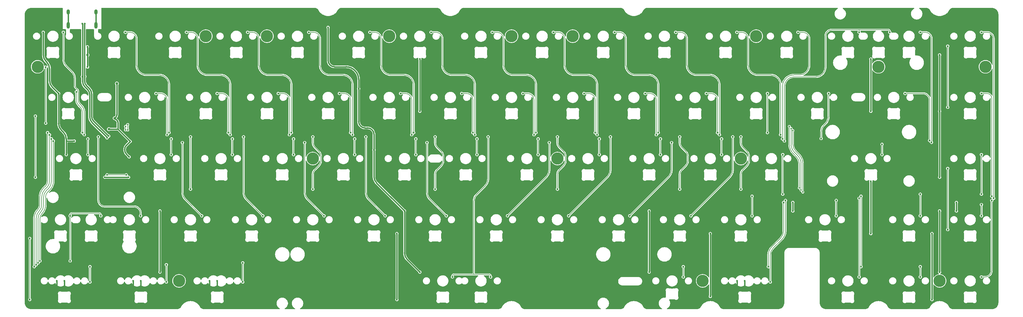
<source format=gbr>
%TF.GenerationSoftware,KiCad,Pcbnew,8.0.6*%
%TF.CreationDate,2024-11-18T06:19:36+07:00*%
%TF.ProjectId,Heart HE 65,48656172-7420-4484-9520-36352e6b6963,rev?*%
%TF.SameCoordinates,Original*%
%TF.FileFunction,Copper,L1,Top*%
%TF.FilePolarity,Positive*%
%FSLAX46Y46*%
G04 Gerber Fmt 4.6, Leading zero omitted, Abs format (unit mm)*
G04 Created by KiCad (PCBNEW 8.0.6) date 2024-11-18 06:19:36*
%MOMM*%
%LPD*%
G01*
G04 APERTURE LIST*
G04 Aperture macros list*
%AMRotRect*
0 Rectangle, with rotation*
0 The origin of the aperture is its center*
0 $1 length*
0 $2 width*
0 $3 Rotation angle, in degrees counterclockwise*
0 Add horizontal line*
21,1,$1,$2,0,0,$3*%
G04 Aperture macros list end*
%TA.AperFunction,ComponentPad*%
%ADD10C,3.800000*%
%TD*%
%TA.AperFunction,HeatsinkPad*%
%ADD11C,0.500000*%
%TD*%
%TA.AperFunction,HeatsinkPad*%
%ADD12RotRect,2.900000X2.900000X135.000000*%
%TD*%
%TA.AperFunction,ComponentPad*%
%ADD13C,0.500000*%
%TD*%
%TA.AperFunction,ComponentPad*%
%ADD14O,1.000000X1.600000*%
%TD*%
%TA.AperFunction,ComponentPad*%
%ADD15O,1.000000X2.100000*%
%TD*%
%TA.AperFunction,ViaPad*%
%ADD16C,0.600000*%
%TD*%
%TA.AperFunction,ViaPad*%
%ADD17C,0.500000*%
%TD*%
%TA.AperFunction,ViaPad*%
%ADD18C,0.800000*%
%TD*%
%TA.AperFunction,Conductor*%
%ADD19C,0.400000*%
%TD*%
%TA.AperFunction,Conductor*%
%ADD20C,0.200000*%
%TD*%
%TA.AperFunction,Conductor*%
%ADD21C,0.430000*%
%TD*%
G04 APERTURE END LIST*
D10*
%TO.P,H11,1*%
%TO.N,N/C*%
X219075000Y0D03*
%TD*%
%TO.P,H13,1*%
%TO.N,N/C*%
X214312500Y-38100000D03*
%TD*%
%TO.P,H16,1*%
%TO.N,N/C*%
X290512500Y-9525000D03*
%TD*%
%TO.P,H14,1*%
%TO.N,N/C*%
X39290625Y-76200000D03*
%TD*%
%TO.P,H10,1*%
%TO.N,N/C*%
X161925000Y0D03*
%TD*%
%TO.P,H4,1*%
%TO.N,N/C*%
X80962500Y-38100000D03*
%TD*%
%TO.P,H18,1*%
%TO.N,N/C*%
X257175000Y-9525000D03*
%TD*%
%TO.P,H12,1*%
%TO.N,N/C*%
X-4762500Y-9525000D03*
%TD*%
%TO.P,H8,1*%
%TO.N,N/C*%
X142875000Y0D03*
%TD*%
%TO.P,H17,1*%
%TO.N,N/C*%
X276225000Y-76200000D03*
%TD*%
%TO.P,H9,1*%
%TO.N,N/C*%
X104775000Y0D03*
%TD*%
%TO.P,H15,1*%
%TO.N,N/C*%
X202406250Y-76200000D03*
%TD*%
%TO.P,H5,1*%
%TO.N,N/C*%
X66675000Y0D03*
%TD*%
%TO.P,H3,1*%
%TO.N,N/C*%
X47625000Y0D03*
%TD*%
%TO.P,H7,1*%
%TO.N,N/C*%
X157162500Y-38100000D03*
%TD*%
D11*
%TO.P,U27,33,VSS/VSSA*%
%TO.N,GND*%
X20240625Y-35034556D03*
X21089153Y-34186028D03*
X21937681Y-33337500D03*
X19392097Y-34186028D03*
X20240625Y-33337500D03*
D12*
X20240625Y-33337500D03*
D11*
X21089153Y-32488972D03*
X18543569Y-33337500D03*
X19392097Y-32488972D03*
X20240625Y-31640444D03*
%TD*%
D13*
%TO.P,U85,11,PGND*%
%TO.N,GND*%
X4762500Y-12521875D03*
X5712500Y-13096875D03*
X3812500Y-13096875D03*
X4762500Y-13671875D03*
%TD*%
D14*
%TO.P,USB1,13,SHIELD*%
%TO.N,Net-(USB1-SHIELD)*%
X4730000Y7581000D03*
D15*
X4730000Y3401000D03*
D14*
X13370000Y7581000D03*
D15*
X13370000Y3401000D03*
%TD*%
D16*
%TO.N,GND*%
X153262500Y-28735938D03*
X0Y-2195000D03*
X128587500Y-40295000D03*
X66675000Y-21245000D03*
X33337500Y-40295000D03*
X228600000Y-2195000D03*
X238125000Y-21245000D03*
X133350000Y-2195000D03*
X7143750Y-40295000D03*
X285750000Y-78395000D03*
X27380000Y-76200000D03*
X180975000Y-21245000D03*
X166687500Y-40295000D03*
X76200000Y-2195000D03*
X275658750Y-47885938D03*
X3567500Y-77950000D03*
X90487500Y-40295000D03*
X42862500Y-59345000D03*
X285750000Y-2195000D03*
X47625000Y-21245000D03*
X171450000Y-2195000D03*
X185737500Y-40295000D03*
X12300000Y1431000D03*
X214312500Y-59345000D03*
X195262500Y-59345000D03*
X261937500Y-21245000D03*
X24998750Y-76200000D03*
X285750000Y-40295000D03*
X123825000Y-21245000D03*
X219075000Y-21245000D03*
X224700000Y-28735938D03*
X3567500Y-76200000D03*
X61912500Y-59345000D03*
X2381250Y-59345000D03*
X142875000Y-21245000D03*
X176212500Y-59345000D03*
X114300000Y-2195000D03*
X240506250Y-59345000D03*
X215498750Y-77950000D03*
X80962500Y-59345000D03*
X204787500Y-40295000D03*
X254793750Y-40295000D03*
X200025000Y-21245000D03*
X121443750Y-78395000D03*
X224700000Y-47885938D03*
X27380000Y-77950000D03*
X266700000Y-2195000D03*
X191362500Y-28735938D03*
X215498750Y-76200000D03*
X157162500Y-59345000D03*
X147637500Y-40295000D03*
X138112500Y-59345000D03*
X133350000Y-78395000D03*
X152400000Y-2195000D03*
X109537500Y-40295000D03*
X5800000Y1431000D03*
X209550000Y-2195000D03*
X247650000Y-78395000D03*
X285750000Y-59345000D03*
X85725000Y-21245000D03*
X192881250Y-78395000D03*
X77062500Y-28735938D03*
X52387500Y-40295000D03*
X213117500Y-76200000D03*
X115162500Y-28735938D03*
X28575000Y-21245000D03*
X223837500Y-40295000D03*
X48811250Y-77950000D03*
X266700000Y-78395000D03*
X51192500Y-77950000D03*
X266700000Y-59345000D03*
X95250000Y-2195000D03*
X104775000Y-21245000D03*
X71437500Y-40295000D03*
X51192500Y-76200000D03*
X23812500Y-59345000D03*
X213117500Y-77950000D03*
X24998750Y-77950000D03*
X161925000Y-21245000D03*
X38100000Y-2195000D03*
X19050000Y-2195000D03*
X100012500Y-59345000D03*
X48811250Y-76200000D03*
X119062500Y-59345000D03*
X4762500Y-21245000D03*
X38962500Y-28735938D03*
X190500000Y-2195000D03*
X1186250Y-77950000D03*
X247650000Y-2195000D03*
X57150000Y-2195000D03*
X11906250Y-59345000D03*
X1186250Y-76200000D03*
X257175000Y-2195000D03*
X285750000Y-21245000D03*
D17*
%TO.N,S0*%
X233600000Y-48535938D03*
X230500000Y-29385938D03*
%TO.N,S1*%
X22604698Y-29169003D03*
X233050000Y-47885938D03*
X22604698Y-28069003D03*
X229950000Y-28735938D03*
%TO.N,S2*%
X229400000Y-28085938D03*
X23304701Y-29169003D03*
X23304701Y-27519003D03*
X232500000Y-47235938D03*
D18*
%TO.N,+3.3VA*%
X19900000Y-14750000D03*
D16*
X100012500Y-35370000D03*
X-3000000Y1230000D03*
X281458750Y-51785938D03*
X230500000Y-54420000D03*
X185737500Y-54420000D03*
X33337500Y-54420000D03*
X109537500Y-54420000D03*
X230500000Y-51785938D03*
X281458750Y-54420000D03*
X185737500Y-73470000D03*
X85725000Y2730000D03*
X23746989Y-37579255D03*
X1762500Y-17820000D03*
D18*
X17425862Y-28952959D03*
X19275001Y-25529999D03*
D16*
X24073144Y-32757672D03*
X6662500Y-32635938D03*
X114300000Y-73470000D03*
X276225000Y-54420000D03*
X33337500Y-73470000D03*
X95250000Y-16320000D03*
X276225000Y-73470000D03*
X4143750Y-36870000D03*
%TO.N,D+*%
X9950000Y3934974D03*
X9950000Y-12568999D03*
X17412198Y-31074758D03*
%TO.N,D-*%
X9150001Y3934974D03*
X9150000Y-12568998D03*
X16846513Y-31640444D03*
%TO.N,+5V*%
X276225000Y-43930000D03*
X276225000Y-23379999D03*
X204787500Y-61479999D03*
X10800000Y-9584344D03*
X23543748Y-43930000D03*
X276225000Y-5830000D03*
X114300000Y-7123335D03*
X10750000Y-3319000D03*
X16143749Y-43930000D03*
X254793750Y-61479999D03*
X107156250Y-61479999D03*
X204787500Y-81029999D03*
X114300000Y-23379999D03*
X254793750Y-45223335D03*
X107156250Y-82030000D03*
X254793750Y-7123335D03*
X273843750Y-61479999D03*
D18*
X10750000Y-5830000D03*
D16*
X254793750Y-23379999D03*
X273843750Y-82030000D03*
%TO.N,49*%
X196381250Y-74970000D03*
X227600000Y-51785938D03*
X222863750Y-71770000D03*
X196381250Y-71770000D03*
%TO.N,00*%
X3250000Y1230000D03*
X9762500Y-30685938D03*
%TO.N,10*%
X7262500Y-17320000D03*
X9162500Y-30035938D03*
%TO.N,20*%
X10893750Y-36870000D03*
X10893750Y-31985938D03*
%TO.N,30*%
X5381250Y-55920000D03*
X14906250Y-55920000D03*
X143750Y-32635938D03*
X-4018750Y-69970000D03*
X5381250Y-69970000D03*
%TO.N,40*%
X-5818750Y-71770000D03*
X11532500Y-76550000D03*
X11532500Y-71770000D03*
X-1656250Y-30035938D03*
%TO.N,410*%
X228200000Y-51135938D03*
X223463750Y-76550000D03*
%TO.N,01*%
X36175000Y-30035938D03*
X22550000Y1230000D03*
%TO.N,11*%
X35575000Y-30685938D03*
X32075000Y-17820000D03*
%TO.N,21*%
X36837500Y-31985938D03*
X36837500Y-36870000D03*
%TO.N,41*%
X-5218750Y-71170000D03*
X35345000Y-71170000D03*
X35345000Y-76550000D03*
X-1056250Y-30685938D03*
%TO.N,02*%
X55225000Y-30685938D03*
X41600000Y1230000D03*
%TO.N,12*%
X54625000Y-30035938D03*
X51125000Y-17820000D03*
%TO.N,22*%
X55887500Y-36870000D03*
X55887500Y-31985938D03*
%TO.N,32*%
X40337500Y-33135938D03*
X46362500Y-55920000D03*
%TO.N,42*%
X59157500Y-70570000D03*
X59157500Y-76550000D03*
X-4618750Y-70570000D03*
X-456250Y-31985938D03*
%TO.N,03*%
X74275000Y-30035938D03*
X60650000Y1230000D03*
%TO.N,13*%
X73675000Y-30685938D03*
X70175000Y-17820000D03*
%TO.N,23*%
X74937500Y-36870000D03*
X74937500Y-31985938D03*
%TO.N,33*%
X59387500Y-31335938D03*
X65412500Y-55920000D03*
%TO.N,04*%
X79700000Y1230000D03*
X93325000Y-30685938D03*
%TO.N,14*%
X89225000Y-17820000D03*
X92725000Y-30035938D03*
%TO.N,24*%
X93987500Y-31985938D03*
X93987500Y-36870000D03*
%TO.N,34*%
X84462500Y-55920000D03*
X78437500Y-33135938D03*
%TO.N,05*%
X112375000Y-30035938D03*
X98750000Y1230000D03*
%TO.N,15*%
X111775000Y-30685938D03*
X108275000Y-17820000D03*
%TO.N,25*%
X113037500Y-31985938D03*
X113037500Y-36870000D03*
%TO.N,35*%
X103512500Y-55920000D03*
X97487500Y-31335938D03*
%TO.N,45*%
X124443750Y-74970000D03*
X136350000Y-74970000D03*
X135587500Y-31335938D03*
%TO.N,06*%
X131425000Y-30685938D03*
X117800000Y1230000D03*
%TO.N,16*%
X127325000Y-17820000D03*
X130825000Y-30035938D03*
%TO.N,26*%
X132087500Y-31985938D03*
X132087500Y-36870000D03*
%TO.N,36*%
X116537500Y-33135938D03*
X122562500Y-55920000D03*
%TO.N,07*%
X136850000Y1230000D03*
X150475000Y-30035938D03*
%TO.N,17*%
X149875000Y-30685938D03*
X146375000Y-17820000D03*
%TO.N,27*%
X151137500Y-31985938D03*
X151137500Y-36870000D03*
%TO.N,37*%
X154637500Y-33135938D03*
X141612500Y-55920000D03*
%TO.N,08*%
X155900000Y1230000D03*
X169525000Y-30685938D03*
%TO.N,18*%
X168925000Y-30035938D03*
X165425000Y-17820000D03*
%TO.N,28*%
X170187500Y-36870000D03*
X170187500Y-31985938D03*
%TO.N,38*%
X160662500Y-55920000D03*
X173687500Y-31335938D03*
%TO.N,09*%
X174950000Y1230000D03*
X188575000Y-30035938D03*
%TO.N,19*%
X184475000Y-17820000D03*
X187975000Y-30685938D03*
%TO.N,29*%
X189237500Y-31985938D03*
X189237500Y-36870000D03*
%TO.N,39*%
X179712500Y-55920000D03*
X192737500Y-33135938D03*
%TO.N,010*%
X194000000Y1230000D03*
X207625000Y-30685938D03*
%TO.N,110*%
X207025000Y-30035938D03*
X203525000Y-17820000D03*
%TO.N,210*%
X208287500Y-31985938D03*
X208287500Y-36870000D03*
%TO.N,310*%
X211787500Y-31335938D03*
X198762500Y-55920000D03*
%TO.N,011*%
X226675000Y-30685938D03*
X213050000Y1230000D03*
%TO.N,111*%
X222575000Y-30035938D03*
X222575000Y-17820000D03*
%TO.N,211*%
X227337500Y-36870000D03*
X227337500Y-49185938D03*
%TO.N,311*%
X217812500Y-55920000D03*
X217812500Y-49835938D03*
%TO.N,012*%
X232100000Y1230000D03*
X227275000Y-31985938D03*
%TO.N,112*%
X239315625Y-31870000D03*
X241625000Y-17820000D03*
%TO.N,212*%
X258293750Y-36870000D03*
X258293750Y-33670000D03*
%TO.N,013*%
X260675000Y1230000D03*
X227875000Y-32635938D03*
X251150000Y1230000D03*
%TO.N,113*%
X273100000Y-32470000D03*
X265437500Y-17820000D03*
%TO.N,313*%
X244006250Y-55920000D03*
X244006250Y-51135938D03*
%TO.N,413*%
X251150000Y-50485938D03*
X251150000Y-74970000D03*
%TO.N,014*%
X273700000Y-33070000D03*
X270200000Y1230000D03*
%TO.N,314*%
X270200000Y-49185938D03*
X270200000Y-55920000D03*
%TO.N,414*%
X251750000Y-71770000D03*
X251750000Y-49835938D03*
X270200000Y-74970000D03*
X270200000Y-71770000D03*
%TO.N,015*%
X289250000Y1230000D03*
X293050000Y-50485938D03*
%TO.N,115*%
X292450000Y-49835938D03*
X289250000Y-17820000D03*
%TO.N,215*%
X289250000Y-49185938D03*
X289250000Y-36870000D03*
%TO.N,315*%
X289250000Y-52435938D03*
X289250000Y-55920000D03*
%TO.N,415*%
X292450000Y-51135938D03*
X289250000Y-74970000D03*
%TO.N,A2*%
X119062500Y-31335938D03*
X119062500Y-47625000D03*
%TO.N,A5*%
X214312500Y-47625000D03*
X214312500Y-31335938D03*
%TO.N,A0*%
X42862500Y-31335938D03*
X42862500Y-47625000D03*
%TO.N,A9*%
X-2237500Y-27080000D03*
X-2237500Y-9650000D03*
%TO.N,A1*%
X80962500Y-47625000D03*
X80962500Y-31335938D03*
%TO.N,A4*%
X195262500Y-47625000D03*
X195262500Y-31335938D03*
%TO.N,A3*%
X157162500Y-31335938D03*
X157162500Y-47625000D03*
%TO.N,31*%
X27312500Y-55920000D03*
X14143750Y-31335938D03*
%TO.N,Net-(RGB1_A17-DOUT)*%
X278750000Y-3080000D03*
X278750000Y-22130000D03*
%TO.N,Net-(RGB1_A18-DIN)*%
X-5456250Y-24879999D03*
X-5456250Y-43930000D03*
%TO.N,Net-(RGB1_A18-DOUT)*%
X22843749Y-43180000D03*
X16843749Y-43180000D03*
%TO.N,Net-(RGB1_A23-DOUT)*%
X278750000Y-60230000D03*
X278750000Y-41180000D03*
%TO.N,Net-(RGB1_A19-DIN)*%
X-7218750Y-62979999D03*
X-7218750Y-82030000D03*
%TD*%
D19*
%TO.N,GND*%
X213117500Y-76200000D02*
X213117500Y-77950000D01*
X51192500Y-76200000D02*
X51192500Y-77950000D01*
X24998750Y-76200000D02*
X24998750Y-77950000D01*
X48811250Y-76200000D02*
X48811250Y-77950000D01*
X215498750Y-76200000D02*
X215498750Y-77950000D01*
X3567500Y-76200000D02*
X3567500Y-77950000D01*
X1186250Y-76200000D02*
X1186250Y-77950000D01*
X27380000Y-76200000D02*
X27380000Y-77950000D01*
D20*
%TO.N,S0*%
X230500000Y-33643297D02*
X230500000Y-29385938D01*
X232369848Y-36755786D02*
X231378679Y-35764617D01*
X233600000Y-48535938D02*
X233600000Y-39725635D01*
X233600000Y-39725635D02*
G75*
G03*
X232369865Y-36755769I-4200000J35D01*
G01*
X230500000Y-33643297D02*
G75*
G03*
X231378678Y-35764618I3000000J-3D01*
G01*
%TO.N,S1*%
X22604698Y-29169003D02*
X22604698Y-28069003D01*
X229950000Y-33622587D02*
X229950000Y-28735938D01*
X233050000Y-47885938D02*
X233050000Y-39704925D01*
X231995584Y-37159340D02*
X231004415Y-36168171D01*
X229950000Y-33622587D02*
G75*
G03*
X231004409Y-36168177I3600000J-13D01*
G01*
X233050000Y-39704925D02*
G75*
G03*
X231995596Y-37159328I-3600000J25D01*
G01*
%TO.N,S2*%
X229400000Y-33601877D02*
X229400000Y-28085938D01*
X232500000Y-47235938D02*
X232500000Y-39684215D01*
X231621320Y-37562894D02*
X230630151Y-36571725D01*
X23304701Y-29169003D02*
X23304701Y-27519003D01*
X230630151Y-36571725D02*
G75*
G02*
X229400016Y-33601877I2969849J2969825D01*
G01*
X231621320Y-37562894D02*
G75*
G02*
X232499990Y-39684215I-2121320J-2121306D01*
G01*
D19*
%TO.N,+3.3VA*%
X20268431Y-26937643D02*
X20268431Y-28952959D01*
X4143750Y-32635938D02*
X4143750Y-32011391D01*
X85725000Y2730000D02*
X85725000Y-7525000D01*
X22913489Y-36745755D02*
X23746989Y-37579255D01*
X33337500Y-54420000D02*
X33337500Y-73470000D01*
X19275001Y-25529999D02*
X19607107Y-25197893D01*
X-1059375Y-10183266D02*
X-1059375Y-13755484D01*
X3265070Y-29890070D02*
X2641179Y-29266179D01*
X100012500Y-35370000D02*
X100012500Y-43652359D01*
X230500000Y-51785938D02*
X230500000Y-54420000D01*
X20268431Y-28952959D02*
X17425862Y-28952959D01*
X-2121320Y-7878680D02*
X-1938054Y-8061946D01*
X110416180Y-69586180D02*
X114300000Y-73470000D01*
X4143750Y-36870000D02*
X4143750Y-32635938D01*
X100012500Y-30575000D02*
X100012500Y-35370000D01*
X276225000Y-73470000D02*
X276225000Y-54420000D01*
X-3000000Y1230000D02*
X-3000000Y-5757359D01*
X24073144Y-32757672D02*
X22913488Y-33917328D01*
X100891180Y-45773680D02*
X109537500Y-54420000D01*
X281458750Y-51785938D02*
X281458750Y-54420000D01*
X97250000Y-28575000D02*
X98012500Y-28575000D01*
X109537500Y-54420000D02*
X109537500Y-67464859D01*
X6662500Y-32635938D02*
X4143750Y-32635938D01*
X19900000Y-24490786D02*
X19900000Y-14750000D01*
X1762500Y-27144859D02*
X1762500Y-17820000D01*
X95250000Y-13525000D02*
X95250000Y-16320000D01*
X-180695Y-15876805D02*
X1762500Y-17820000D01*
X87725000Y-9525000D02*
X91250000Y-9525000D01*
X19275001Y-25529999D02*
X19975538Y-26230536D01*
X185737500Y-73470000D02*
X185737500Y-54420000D01*
X24073144Y-32757672D02*
X20268431Y-28952959D01*
X95250000Y-16320000D02*
X95250000Y-26575000D01*
X110416180Y-69586180D02*
G75*
G02*
X109537529Y-67464859I2121320J2121280D01*
G01*
X-3000000Y-5757359D02*
G75*
G03*
X-2121320Y-7878680I3000000J-1D01*
G01*
X2641179Y-29266179D02*
G75*
G02*
X1762529Y-27144859I2121321J2121279D01*
G01*
X19975538Y-26230536D02*
G75*
G02*
X20268392Y-26937643I-707138J-707064D01*
G01*
X22913488Y-33917328D02*
G75*
G03*
X22913490Y-36745754I1414212J-1414212D01*
G01*
X-1938054Y-8061946D02*
G75*
G02*
X-1059358Y-10183266I-2121346J-2121354D01*
G01*
X4143750Y-32011391D02*
G75*
G03*
X3265076Y-29890064I-3000050J-9D01*
G01*
X100012500Y-43652359D02*
G75*
G03*
X100891160Y-45773700I3000000J-41D01*
G01*
X85725000Y-7525000D02*
G75*
G03*
X87725000Y-9525000I2000000J0D01*
G01*
X100012500Y-30575000D02*
G75*
G03*
X98012500Y-28575000I-2000000J0D01*
G01*
X-180695Y-15876805D02*
G75*
G02*
X-1059371Y-13755484I2121295J2121305D01*
G01*
X19607107Y-25197893D02*
G75*
G03*
X19899990Y-24490786I-707107J707093D01*
G01*
X91250000Y-9525000D02*
G75*
G02*
X95250000Y-13525000I0J-4000000D01*
G01*
X97250000Y-28575000D02*
G75*
G02*
X95250000Y-26575000I0J2000000D01*
G01*
D21*
%TO.N,D+*%
X9865000Y3849974D02*
X9865000Y-12483999D01*
X9865001Y-12653998D02*
X9950000Y-12568999D01*
X17291991Y-31074758D02*
X17412198Y-31074758D01*
X10450788Y-15392810D02*
X11307191Y-16249213D01*
X12663287Y-26446054D02*
X17291991Y-31074758D01*
X9865001Y-13978596D02*
X9865001Y-12653998D01*
X9950000Y3934974D02*
X9865000Y3849974D01*
X9865000Y-12483999D02*
X9950000Y-12568999D01*
X12077500Y-18108904D02*
X12077500Y-25031840D01*
X11307191Y-16249213D02*
G75*
G02*
X12077497Y-18108904I-1859691J-1859687D01*
G01*
X12663287Y-26446054D02*
G75*
G02*
X12077472Y-25031840I1414213J1414254D01*
G01*
X9865001Y-13978596D02*
G75*
G03*
X10450786Y-15392812I1999999J-4D01*
G01*
%TO.N,D-*%
X9234999Y3849972D02*
X9234999Y-12483999D01*
X12217809Y-26891532D02*
X16846513Y-31520236D01*
X10005309Y-15838287D02*
X10861714Y-16694692D01*
X9150001Y3934974D02*
X9235001Y3849974D01*
X9235000Y-13978596D02*
X9235000Y-12653998D01*
X9234999Y-12483999D02*
X9150000Y-12568998D01*
X11447500Y-18108905D02*
X11447500Y-25031841D01*
X16846513Y-31520236D02*
X16846513Y-31640444D01*
X9235001Y3849974D02*
X9234999Y3849972D01*
X9150001Y3934974D02*
X9235000Y3849975D01*
X9235000Y-12653998D02*
X9150000Y-12568998D01*
X10005309Y-15838287D02*
G75*
G02*
X9235003Y-13978596I1859691J1859687D01*
G01*
X10861714Y-16694692D02*
G75*
G02*
X11447496Y-18108905I-1414214J-1414208D01*
G01*
X12217809Y-26891532D02*
G75*
G02*
X11447471Y-25031841I1859691J1859732D01*
G01*
D19*
%TO.N,Net-(USB1-SHIELD)*%
X13370000Y7581000D02*
X13370000Y3401000D01*
X4730000Y7581000D02*
X4730000Y3401000D01*
%TO.N,+5V*%
X107156250Y-61479999D02*
X107156250Y-82030000D01*
X254793750Y-23379999D02*
X254793750Y-7123335D01*
X114300000Y-23379999D02*
X114300000Y-7123335D01*
X10750000Y-3319000D02*
X10750000Y-5830000D01*
X16143749Y-43930000D02*
X23543748Y-43930000D01*
X254793750Y-61479999D02*
X254793750Y-45223335D01*
X276225000Y-23379999D02*
X276225000Y-5830000D01*
X276225000Y-23379999D02*
X276225000Y-43930000D01*
X273843750Y-61479999D02*
X273843750Y-82030000D01*
X10750000Y-5830000D02*
X10750000Y-9584344D01*
X204787500Y-81029999D02*
X204787500Y-61479999D01*
D20*
%TO.N,49*%
X227600000Y-51785938D02*
X227600000Y-60696109D01*
X226721320Y-62817430D02*
X223918165Y-65620585D01*
X222863750Y-71770000D02*
X222863750Y-68166169D01*
X196381250Y-74970000D02*
X196381250Y-71770000D01*
X222863750Y-68166169D02*
G75*
G02*
X223918170Y-65620590I3600050J-31D01*
G01*
X227600000Y-60696109D02*
G75*
G02*
X226721315Y-62817425I-3000000J9D01*
G01*
%TO.N,00*%
X6812500Y-13192641D02*
X6812500Y-15407258D01*
X3250000Y1230000D02*
X3250000Y-7144859D01*
X7105393Y-16114365D02*
X7569607Y-16578579D01*
X4128680Y-9266180D02*
X5933821Y-11071321D01*
X7862500Y-17285686D02*
X7862500Y-19743043D01*
X8448287Y-21157257D02*
X9000978Y-21709948D01*
X9762500Y-23548425D02*
X9762500Y-30685938D01*
X9762500Y-23548425D02*
G75*
G03*
X9000991Y-21709935I-2600000J25D01*
G01*
X7105393Y-16114365D02*
G75*
G02*
X6812529Y-15407258I707107J707065D01*
G01*
X7862500Y-19743043D02*
G75*
G03*
X8448288Y-21157256I2000000J3D01*
G01*
X7862500Y-17285686D02*
G75*
G03*
X7569600Y-16578586I-1000000J-14D01*
G01*
X3250000Y-7144859D02*
G75*
G03*
X4128682Y-9266178I2999990J-1D01*
G01*
X5933821Y-11071321D02*
G75*
G02*
X6812471Y-13192641I-2121321J-2121279D01*
G01*
%TO.N,10*%
X7262500Y-19743045D02*
X7262500Y-17320000D01*
X8576713Y-22134213D02*
X8024022Y-21581522D01*
X9162500Y-30035938D02*
X9162500Y-23548427D01*
X9162500Y-23548427D02*
G75*
G03*
X8576727Y-22134199I-2000000J27D01*
G01*
X8024022Y-21581522D02*
G75*
G02*
X7262468Y-19743045I1838478J1838522D01*
G01*
%TO.N,20*%
X10893750Y-36870000D02*
X10893750Y-31985938D01*
%TO.N,30*%
X-2300000Y-52569738D02*
X-2300000Y-50040735D01*
X-3432963Y-55276713D02*
X-3412994Y-55256744D01*
X-4018750Y-69970000D02*
X-4018750Y-56690927D01*
X5381250Y-55920000D02*
X5381250Y-69970000D01*
X143750Y-45194546D02*
X143750Y-32635938D01*
X14906250Y-55620000D02*
X14906250Y-55920000D01*
X5881250Y-55120000D02*
X14406250Y-55120000D01*
X5381250Y-55920000D02*
X5381250Y-55620000D01*
X-1714213Y-48626521D02*
X-969244Y-47881552D01*
X-969244Y-47881552D02*
G75*
G03*
X143750Y-45194546I-2686996J2687002D01*
G01*
X14406250Y-55120000D02*
G75*
G02*
X14906200Y-55620000I-50J-500000D01*
G01*
X5881250Y-55120000D02*
G75*
G03*
X5381300Y-55620000I50J-500000D01*
G01*
X-3412994Y-55256744D02*
G75*
G03*
X-2299998Y-52569738I-2686996J2687004D01*
G01*
X-2300000Y-50040735D02*
G75*
G02*
X-1714216Y-48626518I2000000J5D01*
G01*
X-4018750Y-56690927D02*
G75*
G02*
X-3432962Y-55276714I2000000J-3D01*
G01*
%TO.N,40*%
X-1656250Y-30035938D02*
X-1656250Y-45194541D01*
X11532500Y-76550000D02*
X11532500Y-71770000D01*
X-4685787Y-53983947D02*
X-4705756Y-54003916D01*
X-5818750Y-56690922D02*
X-5818750Y-71770000D01*
X-4100000Y-50040730D02*
X-4100000Y-52569733D01*
X-2242037Y-46608755D02*
X-2987006Y-47353724D01*
X-4100000Y-50040730D02*
G75*
G02*
X-2987006Y-47353724I3800000J0D01*
G01*
X-1656250Y-45194541D02*
G75*
G02*
X-2242037Y-46608755I-2000000J1D01*
G01*
X-5818750Y-56690922D02*
G75*
G02*
X-4705757Y-54003915I3800000J2D01*
G01*
X-4100000Y-52569733D02*
G75*
G02*
X-4685788Y-53983946I-2000000J3D01*
G01*
%TO.N,410*%
X227145584Y-63241696D02*
X224342429Y-66044851D01*
X228200000Y-51135938D02*
X228200000Y-60696111D01*
X223463750Y-68166171D02*
X223463750Y-76550000D01*
X228200000Y-60696111D02*
G75*
G02*
X227145578Y-63241690I-3600000J11D01*
G01*
X223463750Y-68166171D02*
G75*
G02*
X224342454Y-66044876I2999950J-29D01*
G01*
%TO.N,01*%
X26050000Y-770000D02*
X26050000Y-9050000D01*
X29050000Y-12050000D02*
X33175000Y-12050000D01*
X36175000Y-15050000D02*
X36175000Y-30035938D01*
X22550000Y1230000D02*
X24050000Y1230000D01*
X29050000Y-12050000D02*
G75*
G02*
X26050000Y-9050000I0J3000000D01*
G01*
X24050000Y1230000D02*
G75*
G02*
X26050000Y-770000I0J-2000000D01*
G01*
X33175000Y-12050000D02*
G75*
G02*
X36175000Y-15050000I0J-3000000D01*
G01*
%TO.N,11*%
X35575000Y-19820000D02*
X35575000Y-30685938D01*
X32075000Y-17820000D02*
X33575000Y-17820000D01*
X33575000Y-17820000D02*
G75*
G02*
X35575000Y-19820000I0J-2000000D01*
G01*
%TO.N,21*%
X36837500Y-36870000D02*
X36837500Y-31985938D01*
%TO.N,41*%
X35345000Y-76550000D02*
X35345000Y-71170000D01*
X-4281491Y-54428181D02*
X-4261522Y-54408212D01*
X-2562741Y-47777989D02*
X-1817772Y-47033020D01*
X-5218750Y-71170000D02*
X-5218750Y-56690923D01*
X-3500000Y-52569735D02*
X-3500000Y-50040731D01*
X-1056250Y-45194543D02*
X-1056250Y-30685938D01*
X-4261522Y-54408212D02*
G75*
G03*
X-3499975Y-52569735I-1838478J1838512D01*
G01*
X-1056250Y-45194543D02*
G75*
G02*
X-1817773Y-47033019I-2600000J3D01*
G01*
X-2562741Y-47777989D02*
G75*
G03*
X-3499978Y-50040731I2262741J-2262711D01*
G01*
X-5218750Y-56690923D02*
G75*
G02*
X-4281493Y-54428179I3200000J3D01*
G01*
%TO.N,02*%
X41600000Y1230000D02*
X43100000Y1230000D01*
X55225000Y-15050000D02*
X55225000Y-30685938D01*
X48100000Y-12050000D02*
X52225000Y-12050000D01*
X45100000Y-770000D02*
X45100000Y-9050000D01*
X45100000Y-770000D02*
G75*
G03*
X43100000Y1230000I-2000000J0D01*
G01*
X55225000Y-15050000D02*
G75*
G03*
X52225000Y-12050000I-3000000J0D01*
G01*
X45100000Y-9050000D02*
G75*
G03*
X48100000Y-12050000I3000000J0D01*
G01*
%TO.N,12*%
X54625000Y-19820000D02*
X54625000Y-30035938D01*
X51125000Y-17820000D02*
X52625000Y-17820000D01*
X52625000Y-17820000D02*
G75*
G02*
X54625000Y-19820000I0J-2000000D01*
G01*
%TO.N,22*%
X55887500Y-36870000D02*
X55887500Y-31985938D01*
%TO.N,32*%
X40337500Y-33135938D02*
X40337500Y-48652359D01*
X41216180Y-50773680D02*
X46362500Y-55920000D01*
X41216180Y-50773680D02*
G75*
G02*
X40337529Y-48652359I2121320J2121280D01*
G01*
%TO.N,42*%
X-2900000Y-50040733D02*
X-2900000Y-52569737D01*
X-4618750Y-56690925D02*
X-4618750Y-70570000D01*
X59157500Y-76550000D02*
X59157500Y-70570000D01*
X-3837259Y-54832479D02*
X-3857228Y-54852448D01*
X-456250Y-31985938D02*
X-456250Y-45194545D01*
X-1393509Y-47457287D02*
X-2138478Y-48202256D01*
X-3837259Y-54832479D02*
G75*
G03*
X-2899974Y-52569737I-2262741J2262779D01*
G01*
X-2900000Y-50040733D02*
G75*
G02*
X-2138480Y-48202254I2600000J3D01*
G01*
X-456250Y-45194545D02*
G75*
G02*
X-1393511Y-47457285I-3200000J5D01*
G01*
X-4618750Y-56690925D02*
G75*
G02*
X-3857231Y-54852445I2600000J5D01*
G01*
%TO.N,03*%
X67150000Y-12050000D02*
X71275000Y-12050000D01*
X60650000Y1230000D02*
X62150000Y1230000D01*
X74275000Y-15050000D02*
X74275000Y-30035938D01*
X64150000Y-770000D02*
X64150000Y-9050000D01*
X64150000Y-9050000D02*
G75*
G03*
X67150000Y-12050000I3000000J0D01*
G01*
X64150000Y-770000D02*
G75*
G03*
X62150000Y1230000I-2000000J0D01*
G01*
X74275000Y-15050000D02*
G75*
G03*
X71275000Y-12050000I-3000000J0D01*
G01*
%TO.N,13*%
X70175000Y-17820000D02*
X71675000Y-17820000D01*
X73675000Y-19820000D02*
X73675000Y-30685938D01*
X71675000Y-17820000D02*
G75*
G02*
X73675000Y-19820000I0J-2000000D01*
G01*
%TO.N,23*%
X74937500Y-31985938D02*
X74937500Y-36870000D01*
%TO.N,33*%
X59387500Y-31335938D02*
X59387500Y-48652359D01*
X60266180Y-50773680D02*
X65412500Y-55920000D01*
X60266180Y-50773680D02*
G75*
G02*
X59387529Y-48652359I2121320J2121280D01*
G01*
%TO.N,04*%
X93325000Y-15050000D02*
X93325000Y-30685938D01*
X83200000Y-770000D02*
X83200000Y-9050000D01*
X86200000Y-12050000D02*
X90325000Y-12050000D01*
X79700000Y1230000D02*
X81200000Y1230000D01*
X93325000Y-15050000D02*
G75*
G03*
X90325000Y-12050000I-3000000J0D01*
G01*
X83200000Y-9050000D02*
G75*
G03*
X86200000Y-12050000I3000000J0D01*
G01*
X83200000Y-770000D02*
G75*
G03*
X81200000Y1230000I-2000000J0D01*
G01*
%TO.N,14*%
X89225000Y-17820000D02*
X90725000Y-17820000D01*
X92725000Y-19820000D02*
X92725000Y-30035938D01*
X90725000Y-17820000D02*
G75*
G02*
X92725000Y-19820000I0J-2000000D01*
G01*
%TO.N,24*%
X93987500Y-31985938D02*
X93987500Y-36870000D01*
%TO.N,34*%
X79316180Y-50773680D02*
X84462500Y-55920000D01*
X78437500Y-33135938D02*
X78437500Y-48652359D01*
X78437500Y-48652359D02*
G75*
G03*
X79316160Y-50773700I3000000J-41D01*
G01*
%TO.N,05*%
X105250000Y-12050000D02*
X109375000Y-12050000D01*
X102250000Y-770000D02*
X102250000Y-9050000D01*
X98750000Y1230000D02*
X100250000Y1230000D01*
X112375000Y-15050000D02*
X112375000Y-30035938D01*
X102250000Y-770000D02*
G75*
G03*
X100250000Y1230000I-2000000J0D01*
G01*
X112375000Y-15050000D02*
G75*
G03*
X109375000Y-12050000I-3000000J0D01*
G01*
X102250000Y-9050000D02*
G75*
G03*
X105250000Y-12050000I3000000J0D01*
G01*
%TO.N,15*%
X108275000Y-17820000D02*
X109775000Y-17820000D01*
X111775000Y-19820000D02*
X111775000Y-30685938D01*
X111775000Y-19820000D02*
G75*
G03*
X109775000Y-17820000I-2000000J0D01*
G01*
%TO.N,25*%
X113037500Y-31985938D02*
X113037500Y-36870000D01*
%TO.N,35*%
X97487500Y-48652359D02*
X97487500Y-31335938D01*
X103512500Y-55920000D02*
X98366179Y-50773679D01*
X98366179Y-50773679D02*
G75*
G02*
X97487529Y-48652359I2121321J2121279D01*
G01*
%TO.N,45*%
X135587500Y-31335938D02*
X135587500Y-44432359D01*
X124443750Y-74970000D02*
X124443750Y-74670000D01*
X124943750Y-74170000D02*
X131112500Y-74170000D01*
X136350000Y-74670000D02*
X136350000Y-74970000D01*
X131112500Y-51392641D02*
X131112500Y-74170000D01*
X131112500Y-74170000D02*
X135850000Y-74170000D01*
X134708820Y-46553680D02*
X131991179Y-49271321D01*
X124943750Y-74170000D02*
G75*
G03*
X124443800Y-74670000I50J-500000D01*
G01*
X136350000Y-74670000D02*
G75*
G03*
X135850000Y-74170000I-500000J0D01*
G01*
X131112500Y-51392641D02*
G75*
G02*
X131991159Y-49271301I3000000J41D01*
G01*
X135587500Y-44432359D02*
G75*
G02*
X134708840Y-46553700I-3000000J-41D01*
G01*
%TO.N,06*%
X117800000Y1230000D02*
X119300000Y1230000D01*
X131425000Y-15050000D02*
X131425000Y-30685938D01*
X121300000Y-770000D02*
X121300000Y-9050000D01*
X124300000Y-12050000D02*
X128425000Y-12050000D01*
X121300000Y-9050000D02*
G75*
G03*
X124300000Y-12050000I3000000J0D01*
G01*
X131425000Y-15050000D02*
G75*
G03*
X128425000Y-12050000I-3000000J0D01*
G01*
X119300000Y1230000D02*
G75*
G02*
X121300000Y-770000I0J-2000000D01*
G01*
%TO.N,16*%
X130825000Y-19820000D02*
X130825000Y-30035938D01*
X127325000Y-17820000D02*
X128825000Y-17820000D01*
X130825000Y-19820000D02*
G75*
G03*
X128825000Y-17820000I-2000000J0D01*
G01*
%TO.N,26*%
X132087500Y-31985938D02*
X132087500Y-36870000D01*
%TO.N,36*%
X117416180Y-50773680D02*
X122562500Y-55920000D01*
X116537500Y-33135938D02*
X116537500Y-48652359D01*
X117416180Y-50773680D02*
G75*
G02*
X116537529Y-48652359I2121320J2121280D01*
G01*
%TO.N,07*%
X140350000Y-770000D02*
X140350000Y-9050000D01*
X150475000Y-15050000D02*
X150475000Y-30035938D01*
X136850000Y1230000D02*
X138350000Y1230000D01*
X143350000Y-12050000D02*
X147475000Y-12050000D01*
X150475000Y-15050000D02*
G75*
G03*
X147475000Y-12050000I-3000000J0D01*
G01*
X138350000Y1230000D02*
G75*
G02*
X140350000Y-770000I0J-2000000D01*
G01*
X143350000Y-12050000D02*
G75*
G02*
X140350000Y-9050000I0J3000000D01*
G01*
%TO.N,17*%
X146375000Y-17820000D02*
X147875000Y-17820000D01*
X149875000Y-19820000D02*
X149875000Y-30685938D01*
X147875000Y-17820000D02*
G75*
G02*
X149875000Y-19820000I0J-2000000D01*
G01*
%TO.N,27*%
X151137500Y-31985938D02*
X151137500Y-36870000D01*
%TO.N,37*%
X154637500Y-33135938D02*
X154637500Y-41652359D01*
X153758820Y-43773680D02*
X141612500Y-55920000D01*
X154637500Y-41652359D02*
G75*
G02*
X153758840Y-43773700I-3000000J-41D01*
G01*
%TO.N,08*%
X169525000Y-15050000D02*
X169525000Y-30685938D01*
X159400000Y-770000D02*
X159400000Y-9050000D01*
X155900000Y1230000D02*
X157400000Y1230000D01*
X162400000Y-12050000D02*
X166525000Y-12050000D01*
X169525000Y-15050000D02*
G75*
G03*
X166525000Y-12050000I-3000000J0D01*
G01*
X157400000Y1230000D02*
G75*
G02*
X159400000Y-770000I0J-2000000D01*
G01*
X159400000Y-9050000D02*
G75*
G03*
X162400000Y-12050000I3000000J0D01*
G01*
%TO.N,18*%
X168925000Y-19820000D02*
X168925000Y-30035938D01*
X165425000Y-17820000D02*
X166925000Y-17820000D01*
X168925000Y-19820000D02*
G75*
G03*
X166925000Y-17820000I-2000000J0D01*
G01*
%TO.N,28*%
X170187500Y-31985938D02*
X170187500Y-36870000D01*
%TO.N,38*%
X173687500Y-31335938D02*
X173687500Y-41652359D01*
X172808820Y-43773680D02*
X160662500Y-55920000D01*
X173687500Y-41652359D02*
G75*
G02*
X172808840Y-43773700I-3000000J-41D01*
G01*
%TO.N,09*%
X188575000Y-15050000D02*
X188575000Y-30035938D01*
X181450000Y-12050000D02*
X185575000Y-12050000D01*
X178450000Y-770000D02*
X178450000Y-9050000D01*
X174950000Y1230000D02*
X176450000Y1230000D01*
X188575000Y-15050000D02*
G75*
G03*
X185575000Y-12050000I-3000000J0D01*
G01*
X178450000Y-770000D02*
G75*
G03*
X176450000Y1230000I-2000000J0D01*
G01*
X178450000Y-9050000D02*
G75*
G03*
X181450000Y-12050000I3000000J0D01*
G01*
%TO.N,19*%
X184475000Y-17820000D02*
X185975000Y-17820000D01*
X187975000Y-19820000D02*
X187975000Y-30685938D01*
X187975000Y-19820000D02*
G75*
G03*
X185975000Y-17820000I-2000000J0D01*
G01*
%TO.N,29*%
X189237500Y-31985938D02*
X189237500Y-36870000D01*
%TO.N,39*%
X192737500Y-33135938D02*
X192737500Y-41652359D01*
X191858820Y-43773680D02*
X179712500Y-55920000D01*
X192737500Y-41652359D02*
G75*
G02*
X191858840Y-43773700I-3000000J-41D01*
G01*
%TO.N,010*%
X194000000Y1230000D02*
X195500000Y1230000D01*
X200500000Y-12050000D02*
X204625000Y-12050000D01*
X197500000Y-770000D02*
X197500000Y-9050000D01*
X207625000Y-15050000D02*
X207625000Y-30685938D01*
X195500000Y1230000D02*
G75*
G02*
X197500000Y-770000I0J-2000000D01*
G01*
X197500000Y-9050000D02*
G75*
G03*
X200500000Y-12050000I3000000J0D01*
G01*
X204625000Y-12050000D02*
G75*
G02*
X207625000Y-15050000I0J-3000000D01*
G01*
%TO.N,110*%
X203525000Y-17820000D02*
X205025000Y-17820000D01*
X207025000Y-19820000D02*
X207025000Y-30035938D01*
X205025000Y-17820000D02*
G75*
G02*
X207025000Y-19820000I0J-2000000D01*
G01*
%TO.N,210*%
X208287500Y-31985938D02*
X208287500Y-36870000D01*
%TO.N,310*%
X211787500Y-31335938D02*
X211787500Y-41652359D01*
X210908820Y-43773680D02*
X198762500Y-55920000D01*
X211787500Y-41652359D02*
G75*
G02*
X210908840Y-43773700I-3000000J-41D01*
G01*
%TO.N,011*%
X219550000Y-12050000D02*
X223675000Y-12050000D01*
X226675000Y-15050000D02*
X226675000Y-30685938D01*
X216550000Y-770000D02*
X216550000Y-9050000D01*
X213050000Y1230000D02*
X214550000Y1230000D01*
X219550000Y-12050000D02*
G75*
G02*
X216550000Y-9050000I0J3000000D01*
G01*
X223675000Y-12050000D02*
G75*
G02*
X226675000Y-15050000I0J-3000000D01*
G01*
X214550000Y1230000D02*
G75*
G02*
X216550000Y-770000I0J-2000000D01*
G01*
%TO.N,111*%
X222575000Y-17820000D02*
X222575000Y-30035938D01*
%TO.N,211*%
X227337500Y-36870000D02*
X227337500Y-49185938D01*
%TO.N,311*%
X217812500Y-55920000D02*
X217812500Y-49835938D01*
%TO.N,012*%
X227275000Y-31985938D02*
X227275000Y-15650000D01*
X235600000Y-9050000D02*
X235600000Y-770000D01*
X233600000Y1230000D02*
X232100000Y1230000D01*
X230875000Y-12050000D02*
X232600000Y-12050000D01*
X235600000Y-9050000D02*
G75*
G02*
X232600000Y-12050000I-3000000J0D01*
G01*
X230875000Y-12050000D02*
G75*
G03*
X227275000Y-15650000I0J-3600000D01*
G01*
X235600000Y-770000D02*
G75*
G03*
X233600000Y1230000I-2000000J0D01*
G01*
%TO.N,112*%
X241625000Y-17820000D02*
X241625000Y-25022984D01*
X239315625Y-29817641D02*
X239315625Y-31870000D01*
X240746320Y-27144305D02*
X240194304Y-27696321D01*
X239315625Y-29817641D02*
G75*
G02*
X240194289Y-27696306I2999975J41D01*
G01*
X241625000Y-25022984D02*
G75*
G02*
X240746328Y-27144313I-3000000J-16D01*
G01*
%TO.N,212*%
X258293750Y-36870000D02*
X258293750Y-33670000D01*
%TO.N,013*%
X251150000Y2030000D02*
X242650000Y2030000D01*
X237650000Y-12650000D02*
X230875000Y-12650000D01*
X251150000Y1230000D02*
X251150000Y2030000D01*
X251150000Y2030000D02*
X260175000Y2030000D01*
X240650000Y30000D02*
X240650000Y-9650000D01*
X260675000Y1230000D02*
X260675000Y1530000D01*
X227875000Y-15650000D02*
X227875000Y-32635938D01*
X242650000Y2030000D02*
G75*
G03*
X240650000Y30000I0J-2000000D01*
G01*
X227875000Y-15650000D02*
G75*
G02*
X230875000Y-12650000I3000000J0D01*
G01*
X260675000Y1530000D02*
G75*
G03*
X260175000Y2030000I-500000J0D01*
G01*
X237650000Y-12650000D02*
G75*
G03*
X240650000Y-9650000I0J3000000D01*
G01*
%TO.N,113*%
X273100000Y-32470000D02*
X273100000Y-19820000D01*
X265437500Y-17820000D02*
X271100000Y-17820000D01*
X273100000Y-19820000D02*
G75*
G03*
X271100000Y-17820000I-2000000J0D01*
G01*
%TO.N,313*%
X244006250Y-55920000D02*
X244006250Y-51135938D01*
%TO.N,413*%
X251150000Y-74970000D02*
X251150000Y-50485938D01*
%TO.N,014*%
X273700000Y-770000D02*
X273700000Y-33070000D01*
X270200000Y1230000D02*
X271700000Y1230000D01*
X273700000Y-770000D02*
G75*
G03*
X271700000Y1230000I-2000000J0D01*
G01*
%TO.N,314*%
X270200000Y-55920000D02*
X270200000Y-49185938D01*
%TO.N,414*%
X251750000Y-49835938D02*
X251750000Y-71770000D01*
X270200000Y-71770000D02*
X270200000Y-74970000D01*
%TO.N,015*%
X293050000Y-50485938D02*
X293050000Y-770000D01*
X291050000Y1230000D02*
X289250000Y1230000D01*
X291050000Y1230000D02*
G75*
G02*
X293050000Y-770000I0J-2000000D01*
G01*
%TO.N,115*%
X289250000Y-17820000D02*
X290950000Y-17820000D01*
X292450000Y-19320000D02*
X292450000Y-49835938D01*
X290950000Y-17820000D02*
G75*
G02*
X292450000Y-19320000I0J-1500000D01*
G01*
%TO.N,215*%
X289250000Y-36870000D02*
X289250000Y-49185938D01*
%TO.N,315*%
X289250000Y-52435938D02*
X289250000Y-55920000D01*
%TO.N,415*%
X290450000Y-74970000D02*
X289250000Y-74970000D01*
X292450000Y-51135938D02*
X292450000Y-72970000D01*
X292450000Y-72970000D02*
G75*
G02*
X290450000Y-74970000I-2000000J0D01*
G01*
%TO.N,A2*%
X121587500Y-38857843D02*
X121587500Y-37342157D01*
X119062500Y-43039697D02*
X119062500Y-47625000D01*
X121001713Y-35927943D02*
X119648286Y-34574516D01*
X119062500Y-31335938D02*
X119062500Y-33160303D01*
X119648287Y-41625483D02*
X121001714Y-40272056D01*
X121001714Y-40272056D02*
G75*
G03*
X121587530Y-38857843I-1414214J1414256D01*
G01*
X121001713Y-35927943D02*
G75*
G02*
X121587530Y-37342157I-1414213J-1414257D01*
G01*
X119648287Y-41625483D02*
G75*
G03*
X119062498Y-43039697I1414213J-1414217D01*
G01*
X119062500Y-33160303D02*
G75*
G03*
X119648287Y-34574515I2000000J3D01*
G01*
%TO.N,A5*%
X216837500Y-38857843D02*
X216837500Y-37342157D01*
X214312500Y-43039697D02*
X214312500Y-47625000D01*
X216251713Y-35927943D02*
X214898286Y-34574516D01*
X214312500Y-31335938D02*
X214312500Y-33160303D01*
X214898287Y-41625483D02*
X216251714Y-40272056D01*
X214312500Y-33160303D02*
G75*
G03*
X214898287Y-34574515I2000000J3D01*
G01*
X216251713Y-35927943D02*
G75*
G02*
X216837530Y-37342157I-1414213J-1414257D01*
G01*
X214312500Y-43039697D02*
G75*
G02*
X214898288Y-41625484I2000000J-3D01*
G01*
X216837500Y-38857843D02*
G75*
G02*
X216251693Y-40272035I-2000000J43D01*
G01*
%TO.N,A0*%
X42862500Y-31335938D02*
X42862500Y-47625000D01*
%TO.N,A9*%
X-2237500Y-27080000D02*
X-2237500Y-9650000D01*
%TO.N,A1*%
X81548287Y-41625483D02*
X82901714Y-40272056D01*
X82901713Y-35927943D02*
X81548286Y-34574516D01*
X83487500Y-38857843D02*
X83487500Y-37342157D01*
X80962500Y-43039697D02*
X80962500Y-47625000D01*
X80962500Y-31335938D02*
X80962500Y-33160303D01*
X80962500Y-33160303D02*
G75*
G03*
X81548287Y-34574515I2000000J3D01*
G01*
X81548287Y-41625483D02*
G75*
G03*
X80962498Y-43039697I1414213J-1414217D01*
G01*
X83487500Y-38857843D02*
G75*
G02*
X82901693Y-40272035I-2000000J43D01*
G01*
X83487500Y-37342157D02*
G75*
G03*
X82901692Y-35927964I-2000000J-43D01*
G01*
%TO.N,A4*%
X197787500Y-38857843D02*
X197787500Y-37342157D01*
X195848287Y-41625483D02*
X197201714Y-40272056D01*
X197201713Y-35927943D02*
X195848286Y-34574516D01*
X195262500Y-43039697D02*
X195262500Y-47625000D01*
X195262500Y-31335938D02*
X195262500Y-33160303D01*
X195262500Y-43039697D02*
G75*
G02*
X195848288Y-41625484I2000000J-3D01*
G01*
X197787500Y-38857843D02*
G75*
G02*
X197201693Y-40272035I-2000000J43D01*
G01*
X197201713Y-35927943D02*
G75*
G02*
X197787530Y-37342157I-1414213J-1414257D01*
G01*
X195262500Y-33160303D02*
G75*
G03*
X195848287Y-34574515I2000000J3D01*
G01*
%TO.N,A3*%
X157162500Y-31335938D02*
X157162500Y-33160303D01*
X159687500Y-38857843D02*
X159687500Y-37342157D01*
X159101713Y-35927943D02*
X157748286Y-34574516D01*
X157162500Y-43039697D02*
X157162500Y-47625000D01*
X157748287Y-41625483D02*
X159101714Y-40272056D01*
X157748286Y-34574516D02*
G75*
G02*
X157162498Y-33160303I1414214J1414216D01*
G01*
X157748287Y-41625483D02*
G75*
G03*
X157162498Y-43039697I1414213J-1414217D01*
G01*
X159101713Y-35927943D02*
G75*
G02*
X159687530Y-37342157I-1414213J-1414257D01*
G01*
X159101714Y-40272056D02*
G75*
G03*
X159687530Y-38857843I-1414214J1414256D01*
G01*
%TO.N,31*%
X25312500Y-53020000D02*
X16143750Y-53020000D01*
X14143750Y-51020000D02*
X14143750Y-31335938D01*
X27312500Y-55920000D02*
X27312500Y-55020000D01*
X14143750Y-51020000D02*
G75*
G03*
X16143750Y-53019950I1999950J0D01*
G01*
X27312500Y-55020000D02*
G75*
G03*
X25312500Y-53020000I-2000000J0D01*
G01*
%TO.N,Net-(RGB1_A17-DOUT)*%
X278750000Y-3080000D02*
X278750000Y-22130000D01*
%TO.N,Net-(RGB1_A18-DIN)*%
X-5456250Y-24879999D02*
X-5456250Y-43930000D01*
%TO.N,Net-(RGB1_A18-DOUT)*%
X16843749Y-43180000D02*
X22843749Y-43180000D01*
%TO.N,Net-(RGB1_A23-DOUT)*%
X278750000Y-41180000D02*
X278750000Y-60230000D01*
%TO.N,Net-(RGB1_A19-DIN)*%
X-7218750Y-62979999D02*
X-7218750Y-82030000D01*
%TD*%
%TA.AperFunction,Conductor*%
%TO.N,GND*%
G36*
X2993039Y8779815D02*
G01*
X3038794Y8727011D01*
X3050000Y8675500D01*
X3050000Y2180999D01*
X3926002Y2180999D01*
X3993039Y2161314D01*
X4038794Y2108510D01*
X4050000Y2056999D01*
X4050000Y487410D01*
X4037880Y436930D01*
X4038820Y436540D01*
X4036956Y432042D01*
X3982213Y263557D01*
X3954499Y88579D01*
X3954499Y-88578D01*
X3982213Y-263556D01*
X4036955Y-432039D01*
X4036956Y-432042D01*
X4090427Y-536982D01*
X4117385Y-589890D01*
X4221516Y-733214D01*
X4346785Y-858483D01*
X4490109Y-962614D01*
X4567528Y-1002061D01*
X4647956Y-1043042D01*
X4647959Y-1043043D01*
X4732200Y-1070414D01*
X4816444Y-1097786D01*
X4991420Y-1125500D01*
X4991421Y-1125500D01*
X5168577Y-1125500D01*
X5168578Y-1125500D01*
X5343554Y-1097786D01*
X5512041Y-1043042D01*
X5669889Y-962614D01*
X5813213Y-858483D01*
X5938482Y-733214D01*
X6042613Y-589890D01*
X6123041Y-432042D01*
X6177785Y-263555D01*
X6205499Y-88579D01*
X6205499Y88579D01*
X6177785Y263555D01*
X6149955Y349208D01*
X6123042Y432040D01*
X6123041Y432043D01*
X6053750Y568032D01*
X6042613Y589890D01*
X5938482Y733214D01*
X5813213Y858483D01*
X5669889Y962614D01*
X5643853Y975880D01*
X5512041Y1043043D01*
X5512035Y1043045D01*
X5385683Y1084098D01*
X5328007Y1123535D01*
X5300808Y1187893D01*
X5300000Y1202029D01*
X5300000Y2056999D01*
X5319685Y2124038D01*
X5372489Y2169793D01*
X5424000Y2180999D01*
X8695499Y2180999D01*
X8762538Y2161314D01*
X8808293Y2108510D01*
X8819499Y2056999D01*
X8819499Y-12139881D01*
X8799814Y-12206920D01*
X8789213Y-12221083D01*
X8724623Y-12295625D01*
X8724622Y-12295626D01*
X8664834Y-12426541D01*
X8644353Y-12568998D01*
X8664834Y-12711454D01*
X8688954Y-12764268D01*
X8724623Y-12842371D01*
X8786981Y-12914337D01*
X8789213Y-12916912D01*
X8818238Y-12980468D01*
X8819500Y-12998115D01*
X8819500Y-14041541D01*
X8819503Y-14041586D01*
X8819503Y-14128211D01*
X8828531Y-14219874D01*
X8848831Y-14425999D01*
X8848831Y-14426001D01*
X8907203Y-14719463D01*
X8907206Y-14719474D01*
X8994072Y-15005836D01*
X9108579Y-15282280D01*
X9108584Y-15282292D01*
X9249631Y-15546171D01*
X9249648Y-15546199D01*
X9415879Y-15794984D01*
X9415883Y-15794989D01*
X9585076Y-16001150D01*
X9605712Y-16026295D01*
X9668495Y-16089078D01*
X9668514Y-16089099D01*
X10521328Y-16941911D01*
X10521349Y-16941934D01*
X10565018Y-16985601D01*
X10570567Y-16991525D01*
X10699208Y-17138212D01*
X10709082Y-17151080D01*
X10815202Y-17309900D01*
X10823311Y-17323946D01*
X10898642Y-17476703D01*
X10907790Y-17495252D01*
X10913997Y-17510238D01*
X10975394Y-17691109D01*
X10979592Y-17706776D01*
X11016854Y-17894107D01*
X11018972Y-17910188D01*
X11031434Y-18100336D01*
X11031735Y-18104917D01*
X11032000Y-18113027D01*
X11032000Y-18390758D01*
X11012315Y-18457797D01*
X10959511Y-18503552D01*
X10890353Y-18513496D01*
X10826797Y-18484471D01*
X10807682Y-18463644D01*
X10785836Y-18433576D01*
X10700983Y-18316786D01*
X10575714Y-18191517D01*
X10432390Y-18087386D01*
X10386866Y-18064190D01*
X10274542Y-18006957D01*
X10274539Y-18006956D01*
X10106056Y-17952214D01*
X10018567Y-17938357D01*
X9931079Y-17924500D01*
X9753921Y-17924500D01*
X9695595Y-17933738D01*
X9578943Y-17952214D01*
X9410460Y-18006956D01*
X9410457Y-18006957D01*
X9252609Y-18087386D01*
X9184095Y-18137165D01*
X9109286Y-18191517D01*
X9109284Y-18191519D01*
X9109283Y-18191519D01*
X8984019Y-18316783D01*
X8984019Y-18316784D01*
X8984017Y-18316786D01*
X8943137Y-18373052D01*
X8879886Y-18460109D01*
X8799457Y-18617957D01*
X8799456Y-18617960D01*
X8744714Y-18786443D01*
X8730827Y-18874120D01*
X8717000Y-18961421D01*
X8717000Y-19138579D01*
X8729076Y-19214824D01*
X8744714Y-19313556D01*
X8799456Y-19482039D01*
X8799457Y-19482042D01*
X8870322Y-19621120D01*
X8879886Y-19639890D01*
X8984017Y-19783214D01*
X9109286Y-19908483D01*
X9252610Y-20012614D01*
X9330029Y-20052061D01*
X9410457Y-20093042D01*
X9410460Y-20093043D01*
X9494701Y-20120414D01*
X9578945Y-20147786D01*
X9753921Y-20175500D01*
X9753922Y-20175500D01*
X9931078Y-20175500D01*
X9931079Y-20175500D01*
X10106055Y-20147786D01*
X10274542Y-20093042D01*
X10432390Y-20012614D01*
X10575714Y-19908483D01*
X10700983Y-19783214D01*
X10805114Y-19639890D01*
X10805114Y-19639888D01*
X10807682Y-19636355D01*
X10863012Y-19593690D01*
X10932625Y-19587711D01*
X10994420Y-19620317D01*
X11028778Y-19681156D01*
X11032000Y-19709241D01*
X11032000Y-24964497D01*
X11031999Y-24964515D01*
X11031999Y-24980456D01*
X11031970Y-24980554D01*
X11031972Y-25181459D01*
X11061308Y-25479258D01*
X11061309Y-25479264D01*
X11094376Y-25645489D01*
X11111318Y-25730659D01*
X11119689Y-25772737D01*
X11119691Y-25772748D01*
X11205176Y-26054535D01*
X11206556Y-26059084D01*
X11321071Y-26335538D01*
X11374675Y-26435820D01*
X11462130Y-26599433D01*
X11462143Y-26599454D01*
X11628371Y-26848224D01*
X11628380Y-26848237D01*
X11628386Y-26848244D01*
X11818213Y-27079543D01*
X11885325Y-27146654D01*
X16305259Y-31566588D01*
X16338744Y-31627911D01*
X16340316Y-31636622D01*
X16361347Y-31782900D01*
X16401125Y-31870000D01*
X16421136Y-31913817D01*
X16515385Y-32022587D01*
X16636460Y-32100397D01*
X16636463Y-32100398D01*
X16636462Y-32100398D01*
X16774549Y-32140943D01*
X16774551Y-32140944D01*
X16774552Y-32140944D01*
X16918475Y-32140944D01*
X16918475Y-32140943D01*
X17056566Y-32100397D01*
X17177641Y-32022587D01*
X17271890Y-31913817D01*
X17331678Y-31782901D01*
X17346241Y-31681610D01*
X17375266Y-31618056D01*
X17434044Y-31580281D01*
X17468979Y-31575258D01*
X17484160Y-31575258D01*
X17484160Y-31575257D01*
X17591319Y-31543793D01*
X17622248Y-31534712D01*
X17622248Y-31534711D01*
X17622251Y-31534711D01*
X17743326Y-31456901D01*
X17837575Y-31348131D01*
X17897363Y-31217215D01*
X17917845Y-31074758D01*
X17897363Y-30932301D01*
X17837575Y-30801385D01*
X17743326Y-30692615D01*
X17622251Y-30614805D01*
X17622249Y-30614804D01*
X17622247Y-30614803D01*
X17622248Y-30614803D01*
X17484161Y-30574258D01*
X17484159Y-30574258D01*
X17430459Y-30574258D01*
X17363420Y-30554573D01*
X17342778Y-30537939D01*
X15757796Y-28952957D01*
X16820180Y-28952957D01*
X16820180Y-28952960D01*
X16840817Y-29109719D01*
X16840818Y-29109721D01*
X16901326Y-29255800D01*
X16997580Y-29381241D01*
X17123021Y-29477495D01*
X17269100Y-29538003D01*
X17347481Y-29548322D01*
X17425861Y-29558641D01*
X17425862Y-29558641D01*
X17425863Y-29558641D01*
X17478116Y-29551761D01*
X17582624Y-29538003D01*
X17728703Y-29477495D01*
X17854144Y-29381241D01*
X17854145Y-29381238D01*
X17856955Y-29379083D01*
X17922125Y-29353889D01*
X17932442Y-29353459D01*
X20051176Y-29353459D01*
X20118215Y-29373144D01*
X20138857Y-29389778D01*
X23419069Y-32669990D01*
X23452554Y-32731313D01*
X23447570Y-32801005D01*
X23419069Y-32845352D01*
X22527615Y-33736805D01*
X22348522Y-33965400D01*
X22257426Y-34116091D01*
X22212827Y-34189868D01*
X22198277Y-34213936D01*
X22198276Y-34213938D01*
X22079088Y-34478763D01*
X22079084Y-34478774D01*
X21992696Y-34756005D01*
X21992694Y-34756011D01*
X21992694Y-34756014D01*
X21955958Y-34956476D01*
X21940346Y-35041669D01*
X21922813Y-35331541D01*
X21940347Y-35621413D01*
X21940347Y-35621418D01*
X21940348Y-35621419D01*
X21992695Y-35907069D01*
X21992696Y-35907073D01*
X21992697Y-35907077D01*
X22079085Y-36184309D01*
X22079094Y-36184331D01*
X22198277Y-36449145D01*
X22287431Y-36596622D01*
X22344961Y-36691789D01*
X22348524Y-36697682D01*
X22527617Y-36926277D01*
X22592994Y-36991654D01*
X22593009Y-36991668D01*
X23222358Y-37621017D01*
X23255843Y-37682340D01*
X23257415Y-37691050D01*
X23261823Y-37721708D01*
X23261824Y-37721713D01*
X23315470Y-37839180D01*
X23321612Y-37852628D01*
X23415861Y-37961398D01*
X23536936Y-38039208D01*
X23536939Y-38039209D01*
X23536938Y-38039209D01*
X23675025Y-38079754D01*
X23675027Y-38079755D01*
X23675028Y-38079755D01*
X23818951Y-38079755D01*
X23818951Y-38079754D01*
X23957042Y-38039208D01*
X24000280Y-38011421D01*
X27132001Y-38011421D01*
X27132001Y-38188578D01*
X27159715Y-38363556D01*
X27214457Y-38532039D01*
X27214458Y-38532042D01*
X27283750Y-38668032D01*
X27294887Y-38689890D01*
X27399018Y-38833214D01*
X27524287Y-38958483D01*
X27667611Y-39062614D01*
X27745030Y-39102061D01*
X27825458Y-39143042D01*
X27825461Y-39143043D01*
X27909702Y-39170414D01*
X27993946Y-39197786D01*
X28168922Y-39225500D01*
X28168923Y-39225500D01*
X28346079Y-39225500D01*
X28346080Y-39225500D01*
X28521056Y-39197786D01*
X28689543Y-39143042D01*
X28847391Y-39062614D01*
X28990715Y-38958483D01*
X29115984Y-38833214D01*
X29220115Y-38689890D01*
X29300543Y-38532042D01*
X29355287Y-38363555D01*
X29383001Y-38188579D01*
X29383001Y-38099995D01*
X31587500Y-38099995D01*
X31587500Y-38100004D01*
X31607044Y-38360814D01*
X31607045Y-38360819D01*
X31665244Y-38615808D01*
X31665250Y-38615827D01*
X31760805Y-38859297D01*
X31760804Y-38859297D01*
X31818070Y-38958483D01*
X31891583Y-39085810D01*
X32017575Y-39243800D01*
X32054662Y-39290306D01*
X32235658Y-39458244D01*
X32246393Y-39468205D01*
X32462500Y-39615544D01*
X32698153Y-39729029D01*
X32948088Y-39806124D01*
X33206722Y-39845107D01*
X33206723Y-39845107D01*
X33468277Y-39845107D01*
X33468278Y-39845107D01*
X33726912Y-39806124D01*
X33976847Y-39729029D01*
X34212500Y-39615544D01*
X34428607Y-39468205D01*
X34615197Y-39295075D01*
X34620337Y-39290306D01*
X34620337Y-39290304D01*
X34620341Y-39290302D01*
X34783417Y-39085810D01*
X34914195Y-38859297D01*
X35009752Y-38615822D01*
X35067954Y-38360824D01*
X35075953Y-38254089D01*
X35087500Y-38100004D01*
X35087500Y-38099995D01*
X35080862Y-38011421D01*
X37291999Y-38011421D01*
X37291999Y-38188578D01*
X37319713Y-38363556D01*
X37374455Y-38532039D01*
X37374456Y-38532042D01*
X37443748Y-38668032D01*
X37454885Y-38689890D01*
X37559016Y-38833214D01*
X37684285Y-38958483D01*
X37827609Y-39062614D01*
X37905028Y-39102061D01*
X37985456Y-39143042D01*
X37985459Y-39143043D01*
X38069700Y-39170414D01*
X38153944Y-39197786D01*
X38328920Y-39225500D01*
X38328921Y-39225500D01*
X38506077Y-39225500D01*
X38506078Y-39225500D01*
X38681054Y-39197786D01*
X38849541Y-39143042D01*
X39007389Y-39062614D01*
X39150713Y-38958483D01*
X39275982Y-38833214D01*
X39380113Y-38689890D01*
X39460541Y-38532042D01*
X39515285Y-38363555D01*
X39542999Y-38188579D01*
X39542999Y-38011421D01*
X39515285Y-37836445D01*
X39482618Y-37735906D01*
X39460542Y-37667960D01*
X39460541Y-37667957D01*
X39380112Y-37510109D01*
X39275982Y-37366786D01*
X39150713Y-37241517D01*
X39007389Y-37137386D01*
X39007387Y-37137385D01*
X38849541Y-37056957D01*
X38849538Y-37056956D01*
X38681055Y-37002214D01*
X38593566Y-36988357D01*
X38506078Y-36974500D01*
X38328920Y-36974500D01*
X38273385Y-36983296D01*
X38153942Y-37002214D01*
X37985459Y-37056956D01*
X37985456Y-37056957D01*
X37827608Y-37137386D01*
X37800765Y-37156889D01*
X37684285Y-37241517D01*
X37684283Y-37241519D01*
X37684282Y-37241519D01*
X37559018Y-37366783D01*
X37559018Y-37366784D01*
X37559016Y-37366786D01*
X37515934Y-37426083D01*
X37454885Y-37510109D01*
X37374456Y-37667957D01*
X37374455Y-37667960D01*
X37319713Y-37836443D01*
X37291999Y-38011421D01*
X35080862Y-38011421D01*
X35067955Y-37839185D01*
X35067954Y-37839180D01*
X35067954Y-37839176D01*
X35009752Y-37584178D01*
X34914195Y-37340703D01*
X34914194Y-37340702D01*
X34914195Y-37340702D01*
X34843247Y-37217818D01*
X34783417Y-37114190D01*
X34620341Y-36909698D01*
X34620340Y-36909697D01*
X34620337Y-36909693D01*
X34428607Y-36731795D01*
X34378572Y-36697682D01*
X34212500Y-36584456D01*
X34212497Y-36584455D01*
X34212495Y-36584453D01*
X33976847Y-36470971D01*
X33726920Y-36393878D01*
X33726916Y-36393877D01*
X33726912Y-36393876D01*
X33602503Y-36375124D01*
X33468283Y-36354893D01*
X33468278Y-36354893D01*
X33206722Y-36354893D01*
X33206716Y-36354893D01*
X33045651Y-36379170D01*
X32948088Y-36393876D01*
X32948085Y-36393877D01*
X32948079Y-36393878D01*
X32698152Y-36470971D01*
X32462504Y-36584453D01*
X32246392Y-36731795D01*
X32054662Y-36909693D01*
X31891583Y-37114190D01*
X31760805Y-37340702D01*
X31665250Y-37584172D01*
X31665244Y-37584191D01*
X31607045Y-37839180D01*
X31607044Y-37839185D01*
X31587500Y-38099995D01*
X29383001Y-38099995D01*
X29383001Y-38011421D01*
X29355287Y-37836445D01*
X29322620Y-37735906D01*
X29300544Y-37667960D01*
X29300543Y-37667957D01*
X29220114Y-37510109D01*
X29115984Y-37366786D01*
X28990715Y-37241517D01*
X28847391Y-37137386D01*
X28847389Y-37137385D01*
X28689543Y-37056957D01*
X28689540Y-37056956D01*
X28521057Y-37002214D01*
X28433568Y-36988357D01*
X28346080Y-36974500D01*
X28168922Y-36974500D01*
X28113387Y-36983296D01*
X27993944Y-37002214D01*
X27825461Y-37056956D01*
X27825458Y-37056957D01*
X27667610Y-37137386D01*
X27640767Y-37156889D01*
X27524287Y-37241517D01*
X27524285Y-37241519D01*
X27524284Y-37241519D01*
X27399020Y-37366783D01*
X27399020Y-37366784D01*
X27399018Y-37366786D01*
X27355936Y-37426083D01*
X27294887Y-37510109D01*
X27214458Y-37667957D01*
X27214457Y-37667960D01*
X27159715Y-37836443D01*
X27132001Y-38011421D01*
X24000280Y-38011421D01*
X24078117Y-37961398D01*
X24172366Y-37852628D01*
X24232154Y-37721712D01*
X24252636Y-37579255D01*
X24232154Y-37436798D01*
X24172366Y-37305882D01*
X24078117Y-37197112D01*
X24015529Y-37156889D01*
X23957040Y-37119300D01*
X23840725Y-37085148D01*
X23787979Y-37053852D01*
X23199821Y-36465694D01*
X23193789Y-36459216D01*
X23163192Y-36423906D01*
X23053038Y-36296782D01*
X23042437Y-36282619D01*
X23009031Y-36230639D01*
X22928648Y-36105561D01*
X22920171Y-36090036D01*
X22883081Y-36008820D01*
X22832731Y-35898570D01*
X22826551Y-35881999D01*
X22767254Y-35680048D01*
X22763493Y-35662762D01*
X22760705Y-35643373D01*
X22733537Y-35454424D01*
X22732276Y-35436778D01*
X22732276Y-35226303D01*
X22733538Y-35208656D01*
X22757899Y-35039224D01*
X22763492Y-35000319D01*
X22767253Y-34983032D01*
X22826553Y-34781074D01*
X22832735Y-34764503D01*
X22864181Y-34695647D01*
X22920171Y-34573043D01*
X22928638Y-34557535D01*
X23042452Y-34380437D01*
X23053033Y-34366304D01*
X23193775Y-34203877D01*
X23199779Y-34197428D01*
X24114136Y-33283072D01*
X24166881Y-33251778D01*
X24283194Y-33217626D01*
X24283194Y-33217625D01*
X24283197Y-33217625D01*
X24404272Y-33139815D01*
X24498521Y-33031045D01*
X24558309Y-32900129D01*
X24578791Y-32757672D01*
X24558309Y-32615215D01*
X24498521Y-32484299D01*
X24404272Y-32375529D01*
X24283197Y-32297719D01*
X24283195Y-32297718D01*
X24283193Y-32297717D01*
X24283194Y-32297717D01*
X24166880Y-32263565D01*
X24114133Y-32232269D01*
X23867802Y-31985938D01*
X36331853Y-31985938D01*
X36352334Y-32128394D01*
X36409603Y-32253794D01*
X36412123Y-32259311D01*
X36506372Y-32368081D01*
X36506375Y-32368082D01*
X36506713Y-32368473D01*
X36535738Y-32432029D01*
X36537000Y-32449676D01*
X36537000Y-36406260D01*
X36517315Y-36473299D01*
X36506713Y-36487462D01*
X36412125Y-36596622D01*
X36412122Y-36596628D01*
X36352334Y-36727543D01*
X36331853Y-36870000D01*
X36352334Y-37012456D01*
X36412122Y-37143371D01*
X36412123Y-37143373D01*
X36506372Y-37252143D01*
X36627447Y-37329953D01*
X36627450Y-37329954D01*
X36627449Y-37329954D01*
X36702754Y-37352065D01*
X36753697Y-37367023D01*
X36765536Y-37370499D01*
X36765538Y-37370500D01*
X36765539Y-37370500D01*
X36909462Y-37370500D01*
X36909462Y-37370499D01*
X37021349Y-37337647D01*
X37047550Y-37329954D01*
X37047550Y-37329953D01*
X37047553Y-37329953D01*
X37168628Y-37252143D01*
X37262877Y-37143373D01*
X37322665Y-37012457D01*
X37343147Y-36870000D01*
X37322665Y-36727543D01*
X37262877Y-36596627D01*
X37262875Y-36596625D01*
X37262874Y-36596622D01*
X37168287Y-36487462D01*
X37139262Y-36423906D01*
X37138000Y-36406260D01*
X37138000Y-33135938D01*
X39831853Y-33135938D01*
X39852334Y-33278394D01*
X39903350Y-33390102D01*
X39912123Y-33409311D01*
X40006372Y-33518081D01*
X40006375Y-33518082D01*
X40006713Y-33518473D01*
X40035738Y-33582029D01*
X40037000Y-33599676D01*
X40037000Y-48699721D01*
X40037027Y-48700153D01*
X40037027Y-48781999D01*
X40037027Y-48814497D01*
X40046685Y-48912566D01*
X40068807Y-49137216D01*
X40068807Y-49137221D01*
X40132070Y-49455282D01*
X40132070Y-49455284D01*
X40204325Y-49693481D01*
X40226201Y-49765599D01*
X40323774Y-50001168D01*
X40350294Y-50065196D01*
X40350295Y-50065200D01*
X40503157Y-50351192D01*
X40503166Y-50351207D01*
X40683310Y-50620818D01*
X40683321Y-50620834D01*
X40818249Y-50785247D01*
X40889042Y-50871510D01*
X40972608Y-50955078D01*
X40972638Y-50955110D01*
X41044411Y-51026883D01*
X41044417Y-51026888D01*
X45823104Y-55805575D01*
X45856589Y-55866898D01*
X45858161Y-55910902D01*
X45856853Y-55919999D01*
X45877334Y-56062456D01*
X45897658Y-56106958D01*
X45937123Y-56193373D01*
X46031372Y-56302143D01*
X46152447Y-56379953D01*
X46152450Y-56379954D01*
X46152449Y-56379954D01*
X46259607Y-56411417D01*
X46277883Y-56416784D01*
X46290536Y-56420499D01*
X46290538Y-56420500D01*
X46290539Y-56420500D01*
X46434462Y-56420500D01*
X46434462Y-56420499D01*
X46541621Y-56389035D01*
X46572550Y-56379954D01*
X46572550Y-56379953D01*
X46572553Y-56379953D01*
X46693628Y-56302143D01*
X46787877Y-56193373D01*
X46847665Y-56062457D01*
X46868147Y-55920000D01*
X46847665Y-55777543D01*
X46787877Y-55646627D01*
X46693628Y-55537857D01*
X46572553Y-55460047D01*
X46572551Y-55460046D01*
X46572549Y-55460045D01*
X46572550Y-55460045D01*
X46434463Y-55419500D01*
X46434461Y-55419500D01*
X46338333Y-55419500D01*
X46271294Y-55399815D01*
X46250652Y-55383181D01*
X41456639Y-50589168D01*
X41431118Y-50563646D01*
X41426357Y-50558610D01*
X41231584Y-50340655D01*
X41222927Y-50329798D01*
X41055797Y-50094247D01*
X41048408Y-50082486D01*
X41048407Y-50082485D01*
X40908715Y-49829724D01*
X40902683Y-49817198D01*
X40858079Y-49709511D01*
X40799662Y-49568473D01*
X40792167Y-49550378D01*
X40787575Y-49537253D01*
X40741834Y-49378475D01*
X40707628Y-49259741D01*
X40704536Y-49246189D01*
X40688599Y-49152383D01*
X40656163Y-48961465D01*
X40654609Y-48947671D01*
X40638194Y-48655315D01*
X40638000Y-48648371D01*
X40638001Y-48604769D01*
X40638000Y-48604765D01*
X40638000Y-33599676D01*
X40657685Y-33532637D01*
X40668287Y-33518473D01*
X40668624Y-33518082D01*
X40668628Y-33518081D01*
X40762877Y-33409311D01*
X40822665Y-33278395D01*
X40843147Y-33135938D01*
X40822665Y-32993481D01*
X40762877Y-32862565D01*
X40668628Y-32753795D01*
X40547553Y-32675985D01*
X40547551Y-32675984D01*
X40547549Y-32675983D01*
X40547550Y-32675983D01*
X40409463Y-32635438D01*
X40409461Y-32635438D01*
X40265539Y-32635438D01*
X40265536Y-32635438D01*
X40127449Y-32675983D01*
X40006373Y-32753794D01*
X40006372Y-32753794D01*
X40006372Y-32753795D01*
X40003013Y-32757672D01*
X39912123Y-32862564D01*
X39912122Y-32862566D01*
X39852334Y-32993481D01*
X39831853Y-33135938D01*
X37138000Y-33135938D01*
X37138000Y-32449676D01*
X37157685Y-32382637D01*
X37168287Y-32368473D01*
X37168624Y-32368082D01*
X37168628Y-32368081D01*
X37262877Y-32259311D01*
X37322665Y-32128395D01*
X37343147Y-31985938D01*
X37322665Y-31843481D01*
X37262877Y-31712565D01*
X37168628Y-31603795D01*
X37047553Y-31525985D01*
X37047551Y-31525984D01*
X37047549Y-31525983D01*
X37047550Y-31525983D01*
X36909463Y-31485438D01*
X36909461Y-31485438D01*
X36765539Y-31485438D01*
X36765536Y-31485438D01*
X36627449Y-31525983D01*
X36506373Y-31603794D01*
X36412123Y-31712564D01*
X36412122Y-31712566D01*
X36352334Y-31843481D01*
X36331853Y-31985938D01*
X23867802Y-31985938D01*
X23217802Y-31335938D01*
X42356853Y-31335938D01*
X42377334Y-31478394D01*
X42434603Y-31603794D01*
X42437123Y-31609311D01*
X42531372Y-31718081D01*
X42531375Y-31718082D01*
X42531713Y-31718473D01*
X42560738Y-31782029D01*
X42562000Y-31799676D01*
X42562000Y-47161260D01*
X42542315Y-47228299D01*
X42531713Y-47242462D01*
X42437125Y-47351622D01*
X42437122Y-47351628D01*
X42377334Y-47482543D01*
X42356853Y-47625000D01*
X42377334Y-47767456D01*
X42405023Y-47828085D01*
X42437123Y-47898373D01*
X42531372Y-48007143D01*
X42652447Y-48084953D01*
X42652450Y-48084954D01*
X42652449Y-48084954D01*
X42790536Y-48125499D01*
X42790538Y-48125500D01*
X42790539Y-48125500D01*
X42934462Y-48125500D01*
X42934462Y-48125499D01*
X43072553Y-48084953D01*
X43193628Y-48007143D01*
X43287877Y-47898373D01*
X43347665Y-47767457D01*
X43368147Y-47625000D01*
X43347665Y-47482543D01*
X43287877Y-47351627D01*
X43287875Y-47351625D01*
X43287874Y-47351622D01*
X43193287Y-47242462D01*
X43164262Y-47178906D01*
X43163000Y-47161260D01*
X43163000Y-44374448D01*
X50386508Y-44374448D01*
X50414470Y-44521105D01*
X50414471Y-44521109D01*
X50428857Y-44555063D01*
X50472708Y-44658560D01*
X50472717Y-44658580D01*
X50558630Y-44780687D01*
X50668349Y-44881942D01*
X50739934Y-44924168D01*
X50796930Y-44957789D01*
X50796946Y-44957798D01*
X50938641Y-45004845D01*
X51087070Y-45020970D01*
X51235562Y-45005448D01*
X51377448Y-44958977D01*
X51396611Y-44947813D01*
X51397244Y-44947525D01*
X51407492Y-44941537D01*
X51407494Y-44941537D01*
X51437223Y-44924167D01*
X51446858Y-44919094D01*
X51479714Y-44903602D01*
X51500184Y-44896073D01*
X51529940Y-44888019D01*
X51551417Y-44884196D01*
X51587870Y-44880978D01*
X51598757Y-44880499D01*
X51632910Y-44880503D01*
X51632912Y-44880501D01*
X51644705Y-44880503D01*
X51644758Y-44880499D01*
X53129791Y-44880499D01*
X53129851Y-44880504D01*
X53142087Y-44880502D01*
X53142090Y-44880504D01*
X53176512Y-44880500D01*
X53187404Y-44880979D01*
X53223584Y-44884172D01*
X53245067Y-44887997D01*
X53274822Y-44896051D01*
X53295295Y-44903582D01*
X53327786Y-44918901D01*
X53337654Y-44924110D01*
X53377100Y-44947259D01*
X53378735Y-44947969D01*
X53397570Y-44958940D01*
X53539447Y-45005408D01*
X53687931Y-45020929D01*
X53836351Y-45004805D01*
X53978038Y-44957760D01*
X54106626Y-44881909D01*
X54216339Y-44780659D01*
X54302247Y-44658560D01*
X54360490Y-44521097D01*
X54388451Y-44374445D01*
X54384874Y-44225195D01*
X54349920Y-44080052D01*
X54340332Y-44060063D01*
X54340065Y-44059326D01*
X54334936Y-44048674D01*
X54334936Y-44048672D01*
X54319640Y-44016905D01*
X54315944Y-44008429D01*
X54304680Y-43979725D01*
X54299219Y-43962021D01*
X54299219Y-43962020D01*
X54293395Y-43936503D01*
X54290634Y-43918188D01*
X54288346Y-43887675D01*
X54287999Y-43878403D01*
X54287999Y-42481822D01*
X54288346Y-42472548D01*
X54289640Y-42455291D01*
X54290652Y-42441807D01*
X54293414Y-42423493D01*
X54299238Y-42397979D01*
X54304696Y-42380280D01*
X54304698Y-42380275D01*
X54314402Y-42355543D01*
X54320342Y-42343140D01*
X54322634Y-42336927D01*
X54328971Y-42323717D01*
X54328976Y-42323719D01*
X54329034Y-42323583D01*
X54334936Y-42311328D01*
X54334936Y-42311323D01*
X54340077Y-42300648D01*
X54340211Y-42300282D01*
X54349958Y-42279962D01*
X54369880Y-42197237D01*
X54384913Y-42134815D01*
X54384915Y-42134799D01*
X54388491Y-41985551D01*
X54360530Y-41838895D01*
X54360528Y-41838889D01*
X54302286Y-41701428D01*
X54302282Y-41701421D01*
X54302282Y-41701420D01*
X54216370Y-41579313D01*
X54106650Y-41478057D01*
X54101228Y-41474859D01*
X53978054Y-41402202D01*
X53974615Y-41401060D01*
X53836358Y-41355155D01*
X53687930Y-41339030D01*
X53687927Y-41339030D01*
X53687926Y-41339030D01*
X53539442Y-41354551D01*
X53539432Y-41354553D01*
X53397551Y-41401024D01*
X53378229Y-41412278D01*
X53377498Y-41412613D01*
X53337753Y-41435842D01*
X53328088Y-41440933D01*
X53295263Y-41456417D01*
X53274780Y-41463955D01*
X53245031Y-41472013D01*
X53223542Y-41475843D01*
X53187675Y-41479017D01*
X53176745Y-41479500D01*
X51644759Y-41479500D01*
X51644706Y-41479495D01*
X51632911Y-41479496D01*
X51631379Y-41479496D01*
X51598498Y-41479499D01*
X51587585Y-41479019D01*
X51551421Y-41475827D01*
X51529925Y-41472000D01*
X51500185Y-41463950D01*
X51479702Y-41456416D01*
X51456064Y-41445271D01*
X51447136Y-41441061D01*
X51437416Y-41435940D01*
X51398516Y-41413187D01*
X51398270Y-41413072D01*
X51397626Y-41412696D01*
X51396603Y-41412226D01*
X51377436Y-41401062D01*
X51377427Y-41401058D01*
X51281224Y-41369549D01*
X51235553Y-41354591D01*
X51235550Y-41354590D01*
X51235547Y-41354590D01*
X51087072Y-41339070D01*
X51087070Y-41339070D01*
X51087069Y-41339070D01*
X50944715Y-41354536D01*
X50938649Y-41355195D01*
X50796959Y-41402239D01*
X50697211Y-41461079D01*
X50668411Y-41478068D01*
X50668370Y-41478092D01*
X50558664Y-41579335D01*
X50558659Y-41579340D01*
X50472752Y-41701440D01*
X50472750Y-41701443D01*
X50414508Y-41838906D01*
X50386547Y-41985557D01*
X50390124Y-42134801D01*
X50390124Y-42134805D01*
X50390125Y-42134806D01*
X50390708Y-42137225D01*
X50425078Y-42279946D01*
X50425079Y-42279947D01*
X50425080Y-42279950D01*
X50434663Y-42299929D01*
X50434768Y-42300148D01*
X50435041Y-42300896D01*
X50455347Y-42343069D01*
X50459053Y-42351566D01*
X50470319Y-42380275D01*
X50475780Y-42397979D01*
X50481603Y-42423491D01*
X50484365Y-42441807D01*
X50486654Y-42472318D01*
X50487001Y-42481595D01*
X50487001Y-43878177D01*
X50486653Y-43887455D01*
X50484347Y-43918189D01*
X50481586Y-43936505D01*
X50475762Y-43962020D01*
X50470302Y-43979723D01*
X50459117Y-44008226D01*
X50455491Y-44016554D01*
X50446035Y-44036269D01*
X50445957Y-44036431D01*
X50435194Y-44058788D01*
X50435058Y-44059154D01*
X50425043Y-44080034D01*
X50425040Y-44080043D01*
X50390086Y-44225184D01*
X50390084Y-44225200D01*
X50386508Y-44374448D01*
X43163000Y-44374448D01*
X43163000Y-38011421D01*
X46182001Y-38011421D01*
X46182001Y-38188578D01*
X46209715Y-38363556D01*
X46264457Y-38532039D01*
X46264458Y-38532042D01*
X46333750Y-38668032D01*
X46344887Y-38689890D01*
X46449018Y-38833214D01*
X46574287Y-38958483D01*
X46717611Y-39062614D01*
X46795030Y-39102061D01*
X46875458Y-39143042D01*
X46875461Y-39143043D01*
X46959702Y-39170414D01*
X47043946Y-39197786D01*
X47218922Y-39225500D01*
X47218923Y-39225500D01*
X47396079Y-39225500D01*
X47396080Y-39225500D01*
X47571056Y-39197786D01*
X47739543Y-39143042D01*
X47897391Y-39062614D01*
X48040715Y-38958483D01*
X48165984Y-38833214D01*
X48270115Y-38689890D01*
X48350543Y-38532042D01*
X48405287Y-38363555D01*
X48433001Y-38188579D01*
X48433001Y-38099995D01*
X50637500Y-38099995D01*
X50637500Y-38100004D01*
X50657044Y-38360814D01*
X50657045Y-38360819D01*
X50715244Y-38615808D01*
X50715250Y-38615827D01*
X50810805Y-38859297D01*
X50810804Y-38859297D01*
X50868070Y-38958483D01*
X50941583Y-39085810D01*
X51067575Y-39243800D01*
X51104662Y-39290306D01*
X51285658Y-39458244D01*
X51296393Y-39468205D01*
X51512500Y-39615544D01*
X51748153Y-39729029D01*
X51998088Y-39806124D01*
X52256722Y-39845107D01*
X52256723Y-39845107D01*
X52518277Y-39845107D01*
X52518278Y-39845107D01*
X52776912Y-39806124D01*
X53026847Y-39729029D01*
X53262500Y-39615544D01*
X53478607Y-39468205D01*
X53665197Y-39295075D01*
X53670337Y-39290306D01*
X53670337Y-39290304D01*
X53670341Y-39290302D01*
X53833417Y-39085810D01*
X53964195Y-38859297D01*
X54059752Y-38615822D01*
X54117954Y-38360824D01*
X54125953Y-38254089D01*
X54137500Y-38100004D01*
X54137500Y-38099995D01*
X54130862Y-38011421D01*
X56341999Y-38011421D01*
X56341999Y-38188578D01*
X56369713Y-38363556D01*
X56424455Y-38532039D01*
X56424456Y-38532042D01*
X56493748Y-38668032D01*
X56504885Y-38689890D01*
X56609016Y-38833214D01*
X56734285Y-38958483D01*
X56877609Y-39062614D01*
X56955028Y-39102061D01*
X57035456Y-39143042D01*
X57035459Y-39143043D01*
X57119700Y-39170414D01*
X57203944Y-39197786D01*
X57378920Y-39225500D01*
X57378921Y-39225500D01*
X57556077Y-39225500D01*
X57556078Y-39225500D01*
X57731054Y-39197786D01*
X57899541Y-39143042D01*
X58057389Y-39062614D01*
X58200713Y-38958483D01*
X58325982Y-38833214D01*
X58430113Y-38689890D01*
X58510541Y-38532042D01*
X58565285Y-38363555D01*
X58592999Y-38188579D01*
X58592999Y-38011421D01*
X58565285Y-37836445D01*
X58532618Y-37735906D01*
X58510542Y-37667960D01*
X58510541Y-37667957D01*
X58430112Y-37510109D01*
X58325982Y-37366786D01*
X58200713Y-37241517D01*
X58057389Y-37137386D01*
X58057387Y-37137385D01*
X57899541Y-37056957D01*
X57899538Y-37056956D01*
X57731055Y-37002214D01*
X57643566Y-36988357D01*
X57556078Y-36974500D01*
X57378920Y-36974500D01*
X57323385Y-36983296D01*
X57203942Y-37002214D01*
X57035459Y-37056956D01*
X57035456Y-37056957D01*
X56877608Y-37137386D01*
X56850765Y-37156889D01*
X56734285Y-37241517D01*
X56734283Y-37241519D01*
X56734282Y-37241519D01*
X56609018Y-37366783D01*
X56609018Y-37366784D01*
X56609016Y-37366786D01*
X56565934Y-37426083D01*
X56504885Y-37510109D01*
X56424456Y-37667957D01*
X56424455Y-37667960D01*
X56369713Y-37836443D01*
X56341999Y-38011421D01*
X54130862Y-38011421D01*
X54117955Y-37839185D01*
X54117954Y-37839180D01*
X54117954Y-37839176D01*
X54059752Y-37584178D01*
X53964195Y-37340703D01*
X53964194Y-37340702D01*
X53964195Y-37340702D01*
X53893247Y-37217818D01*
X53833417Y-37114190D01*
X53670341Y-36909698D01*
X53670340Y-36909697D01*
X53670337Y-36909693D01*
X53478607Y-36731795D01*
X53428572Y-36697682D01*
X53262500Y-36584456D01*
X53262497Y-36584455D01*
X53262495Y-36584453D01*
X53026847Y-36470971D01*
X52776920Y-36393878D01*
X52776916Y-36393877D01*
X52776912Y-36393876D01*
X52652503Y-36375124D01*
X52518283Y-36354893D01*
X52518278Y-36354893D01*
X52256722Y-36354893D01*
X52256716Y-36354893D01*
X52095651Y-36379170D01*
X51998088Y-36393876D01*
X51998085Y-36393877D01*
X51998079Y-36393878D01*
X51748152Y-36470971D01*
X51512504Y-36584453D01*
X51296392Y-36731795D01*
X51104662Y-36909693D01*
X50941583Y-37114190D01*
X50810805Y-37340702D01*
X50715250Y-37584172D01*
X50715244Y-37584191D01*
X50657045Y-37839180D01*
X50657044Y-37839185D01*
X50637500Y-38099995D01*
X48433001Y-38099995D01*
X48433001Y-38011421D01*
X48405287Y-37836445D01*
X48372620Y-37735906D01*
X48350544Y-37667960D01*
X48350543Y-37667957D01*
X48270114Y-37510109D01*
X48165984Y-37366786D01*
X48040715Y-37241517D01*
X47897391Y-37137386D01*
X47897389Y-37137385D01*
X47739543Y-37056957D01*
X47739540Y-37056956D01*
X47571057Y-37002214D01*
X47483568Y-36988357D01*
X47396080Y-36974500D01*
X47218922Y-36974500D01*
X47163387Y-36983296D01*
X47043944Y-37002214D01*
X46875461Y-37056956D01*
X46875458Y-37056957D01*
X46717610Y-37137386D01*
X46690767Y-37156889D01*
X46574287Y-37241517D01*
X46574285Y-37241519D01*
X46574284Y-37241519D01*
X46449020Y-37366783D01*
X46449020Y-37366784D01*
X46449018Y-37366786D01*
X46405936Y-37426083D01*
X46344887Y-37510109D01*
X46264458Y-37667957D01*
X46264457Y-37667960D01*
X46209715Y-37836443D01*
X46182001Y-38011421D01*
X43163000Y-38011421D01*
X43163000Y-31985938D01*
X55381853Y-31985938D01*
X55402334Y-32128394D01*
X55459603Y-32253794D01*
X55462123Y-32259311D01*
X55556372Y-32368081D01*
X55556375Y-32368082D01*
X55556713Y-32368473D01*
X55585738Y-32432029D01*
X55587000Y-32449676D01*
X55587000Y-36406260D01*
X55567315Y-36473299D01*
X55556713Y-36487462D01*
X55462125Y-36596622D01*
X55462122Y-36596628D01*
X55402334Y-36727543D01*
X55381853Y-36870000D01*
X55402334Y-37012456D01*
X55462122Y-37143371D01*
X55462123Y-37143373D01*
X55556372Y-37252143D01*
X55677447Y-37329953D01*
X55677450Y-37329954D01*
X55677449Y-37329954D01*
X55752754Y-37352065D01*
X55803697Y-37367023D01*
X55815536Y-37370499D01*
X55815538Y-37370500D01*
X55815539Y-37370500D01*
X55959462Y-37370500D01*
X55959462Y-37370499D01*
X56071349Y-37337647D01*
X56097550Y-37329954D01*
X56097550Y-37329953D01*
X56097553Y-37329953D01*
X56218628Y-37252143D01*
X56312877Y-37143373D01*
X56372665Y-37012457D01*
X56393147Y-36870000D01*
X56372665Y-36727543D01*
X56312877Y-36596627D01*
X56312875Y-36596625D01*
X56312874Y-36596622D01*
X56218287Y-36487462D01*
X56189262Y-36423906D01*
X56188000Y-36406260D01*
X56188000Y-32449676D01*
X56207685Y-32382637D01*
X56218287Y-32368473D01*
X56218624Y-32368082D01*
X56218628Y-32368081D01*
X56312877Y-32259311D01*
X56372665Y-32128395D01*
X56393147Y-31985938D01*
X56372665Y-31843481D01*
X56312877Y-31712565D01*
X56218628Y-31603795D01*
X56097553Y-31525985D01*
X56097551Y-31525984D01*
X56097549Y-31525983D01*
X56097550Y-31525983D01*
X55959463Y-31485438D01*
X55959461Y-31485438D01*
X55815539Y-31485438D01*
X55815536Y-31485438D01*
X55677449Y-31525983D01*
X55556373Y-31603794D01*
X55462123Y-31712564D01*
X55462122Y-31712566D01*
X55402334Y-31843481D01*
X55381853Y-31985938D01*
X43163000Y-31985938D01*
X43163000Y-31799676D01*
X43182685Y-31732637D01*
X43193287Y-31718473D01*
X43193624Y-31718082D01*
X43193628Y-31718081D01*
X43287877Y-31609311D01*
X43347665Y-31478395D01*
X43368147Y-31335938D01*
X58881853Y-31335938D01*
X58902334Y-31478394D01*
X58959603Y-31603794D01*
X58962123Y-31609311D01*
X59056372Y-31718081D01*
X59056375Y-31718082D01*
X59056713Y-31718473D01*
X59085738Y-31782029D01*
X59087000Y-31799676D01*
X59087000Y-48699721D01*
X59087027Y-48700153D01*
X59087027Y-48781999D01*
X59087027Y-48814497D01*
X59096685Y-48912566D01*
X59118807Y-49137216D01*
X59118807Y-49137221D01*
X59182070Y-49455282D01*
X59182070Y-49455284D01*
X59254325Y-49693481D01*
X59276201Y-49765599D01*
X59373774Y-50001168D01*
X59400294Y-50065196D01*
X59400295Y-50065200D01*
X59553157Y-50351192D01*
X59553166Y-50351207D01*
X59733310Y-50620818D01*
X59733321Y-50620834D01*
X59868249Y-50785247D01*
X59939042Y-50871510D01*
X60022608Y-50955078D01*
X60022638Y-50955110D01*
X60094411Y-51026883D01*
X60094417Y-51026888D01*
X64873104Y-55805575D01*
X64906589Y-55866898D01*
X64908161Y-55910902D01*
X64906853Y-55919999D01*
X64927334Y-56062456D01*
X64947658Y-56106958D01*
X64987123Y-56193373D01*
X65081372Y-56302143D01*
X65202447Y-56379953D01*
X65202450Y-56379954D01*
X65202449Y-56379954D01*
X65309607Y-56411417D01*
X65327883Y-56416784D01*
X65340536Y-56420499D01*
X65340538Y-56420500D01*
X65340539Y-56420500D01*
X65484462Y-56420500D01*
X65484462Y-56420499D01*
X65591621Y-56389035D01*
X65622550Y-56379954D01*
X65622550Y-56379953D01*
X65622553Y-56379953D01*
X65743628Y-56302143D01*
X65837877Y-56193373D01*
X65897665Y-56062457D01*
X65918147Y-55920000D01*
X65897665Y-55777543D01*
X65837877Y-55646627D01*
X65743628Y-55537857D01*
X65622553Y-55460047D01*
X65622551Y-55460046D01*
X65622549Y-55460045D01*
X65622550Y-55460045D01*
X65484463Y-55419500D01*
X65484461Y-55419500D01*
X65388333Y-55419500D01*
X65321294Y-55399815D01*
X65300652Y-55383181D01*
X60506639Y-50589168D01*
X60481118Y-50563646D01*
X60476357Y-50558610D01*
X60281584Y-50340655D01*
X60272927Y-50329798D01*
X60105797Y-50094247D01*
X60098408Y-50082486D01*
X60098407Y-50082485D01*
X59958715Y-49829724D01*
X59952683Y-49817198D01*
X59908079Y-49709511D01*
X59849662Y-49568473D01*
X59842167Y-49550378D01*
X59837575Y-49537253D01*
X59791834Y-49378475D01*
X59757628Y-49259741D01*
X59754536Y-49246189D01*
X59738599Y-49152383D01*
X59706163Y-48961465D01*
X59704609Y-48947671D01*
X59688194Y-48655315D01*
X59688000Y-48648371D01*
X59688001Y-48604769D01*
X59688000Y-48604765D01*
X59688000Y-44374448D01*
X69436508Y-44374448D01*
X69464470Y-44521105D01*
X69464471Y-44521109D01*
X69478857Y-44555063D01*
X69522708Y-44658560D01*
X69522717Y-44658580D01*
X69608630Y-44780687D01*
X69718349Y-44881942D01*
X69789934Y-44924168D01*
X69846930Y-44957789D01*
X69846946Y-44957798D01*
X69988641Y-45004845D01*
X70137070Y-45020970D01*
X70285562Y-45005448D01*
X70427448Y-44958977D01*
X70446611Y-44947813D01*
X70447244Y-44947525D01*
X70457492Y-44941537D01*
X70457494Y-44941537D01*
X70487223Y-44924167D01*
X70496858Y-44919094D01*
X70529714Y-44903602D01*
X70550184Y-44896073D01*
X70579940Y-44888019D01*
X70601417Y-44884196D01*
X70637870Y-44880978D01*
X70648757Y-44880499D01*
X70682910Y-44880503D01*
X70682912Y-44880501D01*
X70694705Y-44880503D01*
X70694758Y-44880499D01*
X72179791Y-44880499D01*
X72179851Y-44880504D01*
X72192087Y-44880502D01*
X72192090Y-44880504D01*
X72226512Y-44880500D01*
X72237404Y-44880979D01*
X72273584Y-44884172D01*
X72295067Y-44887997D01*
X72324822Y-44896051D01*
X72345295Y-44903582D01*
X72377786Y-44918901D01*
X72387654Y-44924110D01*
X72427100Y-44947259D01*
X72428735Y-44947969D01*
X72447570Y-44958940D01*
X72589447Y-45005408D01*
X72737931Y-45020929D01*
X72886351Y-45004805D01*
X73028038Y-44957760D01*
X73156626Y-44881909D01*
X73266339Y-44780659D01*
X73352247Y-44658560D01*
X73410490Y-44521097D01*
X73438451Y-44374445D01*
X73434874Y-44225195D01*
X73399920Y-44080052D01*
X73390332Y-44060063D01*
X73390065Y-44059326D01*
X73384936Y-44048674D01*
X73384936Y-44048672D01*
X73369640Y-44016905D01*
X73365944Y-44008429D01*
X73354680Y-43979725D01*
X73349219Y-43962021D01*
X73349219Y-43962020D01*
X73343395Y-43936503D01*
X73340634Y-43918188D01*
X73338346Y-43887675D01*
X73337999Y-43878403D01*
X73337999Y-42481822D01*
X73338346Y-42472548D01*
X73339640Y-42455291D01*
X73340652Y-42441807D01*
X73343414Y-42423493D01*
X73349238Y-42397979D01*
X73354696Y-42380280D01*
X73354698Y-42380275D01*
X73364402Y-42355543D01*
X73370342Y-42343140D01*
X73372634Y-42336927D01*
X73378971Y-42323717D01*
X73378976Y-42323719D01*
X73379034Y-42323583D01*
X73384936Y-42311328D01*
X73384936Y-42311323D01*
X73390077Y-42300648D01*
X73390211Y-42300282D01*
X73399958Y-42279962D01*
X73419880Y-42197237D01*
X73434913Y-42134815D01*
X73434915Y-42134799D01*
X73438491Y-41985551D01*
X73410530Y-41838895D01*
X73410528Y-41838889D01*
X73352286Y-41701428D01*
X73352282Y-41701421D01*
X73352282Y-41701420D01*
X73266370Y-41579313D01*
X73156650Y-41478057D01*
X73151228Y-41474859D01*
X73028054Y-41402202D01*
X73024615Y-41401060D01*
X72886358Y-41355155D01*
X72737930Y-41339030D01*
X72737927Y-41339030D01*
X72737926Y-41339030D01*
X72589442Y-41354551D01*
X72589432Y-41354553D01*
X72447551Y-41401024D01*
X72428229Y-41412278D01*
X72427498Y-41412613D01*
X72387753Y-41435842D01*
X72378088Y-41440933D01*
X72345263Y-41456417D01*
X72324780Y-41463955D01*
X72295031Y-41472013D01*
X72273542Y-41475843D01*
X72237675Y-41479017D01*
X72226745Y-41479500D01*
X70694759Y-41479500D01*
X70694706Y-41479495D01*
X70682911Y-41479496D01*
X70681379Y-41479496D01*
X70648498Y-41479499D01*
X70637585Y-41479019D01*
X70601421Y-41475827D01*
X70579925Y-41472000D01*
X70550185Y-41463950D01*
X70529702Y-41456416D01*
X70506064Y-41445271D01*
X70497136Y-41441061D01*
X70487416Y-41435940D01*
X70448516Y-41413187D01*
X70448270Y-41413072D01*
X70447626Y-41412696D01*
X70446603Y-41412226D01*
X70427436Y-41401062D01*
X70427427Y-41401058D01*
X70331224Y-41369549D01*
X70285553Y-41354591D01*
X70285550Y-41354590D01*
X70285547Y-41354590D01*
X70137072Y-41339070D01*
X70137070Y-41339070D01*
X70137069Y-41339070D01*
X69994715Y-41354536D01*
X69988649Y-41355195D01*
X69846959Y-41402239D01*
X69747211Y-41461079D01*
X69718411Y-41478068D01*
X69718370Y-41478092D01*
X69608664Y-41579335D01*
X69608659Y-41579340D01*
X69522752Y-41701440D01*
X69522750Y-41701443D01*
X69464508Y-41838906D01*
X69436547Y-41985557D01*
X69440124Y-42134801D01*
X69440124Y-42134805D01*
X69440125Y-42134806D01*
X69440708Y-42137225D01*
X69475078Y-42279946D01*
X69475079Y-42279947D01*
X69475080Y-42279950D01*
X69484663Y-42299929D01*
X69484768Y-42300148D01*
X69485041Y-42300896D01*
X69505347Y-42343069D01*
X69509053Y-42351566D01*
X69520319Y-42380275D01*
X69525780Y-42397979D01*
X69531603Y-42423491D01*
X69534365Y-42441807D01*
X69536654Y-42472318D01*
X69537001Y-42481595D01*
X69537001Y-43878177D01*
X69536653Y-43887455D01*
X69534347Y-43918189D01*
X69531586Y-43936505D01*
X69525762Y-43962020D01*
X69520302Y-43979723D01*
X69509117Y-44008226D01*
X69505491Y-44016554D01*
X69496035Y-44036269D01*
X69495957Y-44036431D01*
X69485194Y-44058788D01*
X69485058Y-44059154D01*
X69475043Y-44080034D01*
X69475040Y-44080043D01*
X69440086Y-44225184D01*
X69440084Y-44225200D01*
X69436508Y-44374448D01*
X59688000Y-44374448D01*
X59688000Y-38011421D01*
X65232001Y-38011421D01*
X65232001Y-38188578D01*
X65259715Y-38363556D01*
X65314457Y-38532039D01*
X65314458Y-38532042D01*
X65383750Y-38668032D01*
X65394887Y-38689890D01*
X65499018Y-38833214D01*
X65624287Y-38958483D01*
X65767611Y-39062614D01*
X65845030Y-39102061D01*
X65925458Y-39143042D01*
X65925461Y-39143043D01*
X66009702Y-39170414D01*
X66093946Y-39197786D01*
X66268922Y-39225500D01*
X66268923Y-39225500D01*
X66446079Y-39225500D01*
X66446080Y-39225500D01*
X66621056Y-39197786D01*
X66789543Y-39143042D01*
X66947391Y-39062614D01*
X67090715Y-38958483D01*
X67215984Y-38833214D01*
X67320115Y-38689890D01*
X67400543Y-38532042D01*
X67455287Y-38363555D01*
X67483001Y-38188579D01*
X67483001Y-38099995D01*
X69687500Y-38099995D01*
X69687500Y-38100004D01*
X69707044Y-38360814D01*
X69707045Y-38360819D01*
X69765244Y-38615808D01*
X69765250Y-38615827D01*
X69860805Y-38859297D01*
X69860804Y-38859297D01*
X69918070Y-38958483D01*
X69991583Y-39085810D01*
X70117575Y-39243800D01*
X70154662Y-39290306D01*
X70335658Y-39458244D01*
X70346393Y-39468205D01*
X70562500Y-39615544D01*
X70798153Y-39729029D01*
X71048088Y-39806124D01*
X71306722Y-39845107D01*
X71306723Y-39845107D01*
X71568277Y-39845107D01*
X71568278Y-39845107D01*
X71826912Y-39806124D01*
X72076847Y-39729029D01*
X72312500Y-39615544D01*
X72528607Y-39468205D01*
X72715197Y-39295075D01*
X72720337Y-39290306D01*
X72720337Y-39290304D01*
X72720341Y-39290302D01*
X72883417Y-39085810D01*
X73014195Y-38859297D01*
X73109752Y-38615822D01*
X73167954Y-38360824D01*
X73175953Y-38254089D01*
X73187500Y-38100004D01*
X73187500Y-38099995D01*
X73180862Y-38011421D01*
X75391999Y-38011421D01*
X75391999Y-38188578D01*
X75419713Y-38363556D01*
X75474455Y-38532039D01*
X75474456Y-38532042D01*
X75543748Y-38668032D01*
X75554885Y-38689890D01*
X75659016Y-38833214D01*
X75784285Y-38958483D01*
X75927609Y-39062614D01*
X76005028Y-39102061D01*
X76085456Y-39143042D01*
X76085459Y-39143043D01*
X76169700Y-39170414D01*
X76253944Y-39197786D01*
X76428920Y-39225500D01*
X76428921Y-39225500D01*
X76606077Y-39225500D01*
X76606078Y-39225500D01*
X76781054Y-39197786D01*
X76949541Y-39143042D01*
X77107389Y-39062614D01*
X77250713Y-38958483D01*
X77375982Y-38833214D01*
X77480113Y-38689890D01*
X77560541Y-38532042D01*
X77615285Y-38363555D01*
X77642999Y-38188579D01*
X77642999Y-38011421D01*
X77615285Y-37836445D01*
X77582618Y-37735906D01*
X77560542Y-37667960D01*
X77560541Y-37667957D01*
X77480112Y-37510109D01*
X77375982Y-37366786D01*
X77250713Y-37241517D01*
X77107389Y-37137386D01*
X77107387Y-37137385D01*
X76949541Y-37056957D01*
X76949538Y-37056956D01*
X76781055Y-37002214D01*
X76693566Y-36988357D01*
X76606078Y-36974500D01*
X76428920Y-36974500D01*
X76373385Y-36983296D01*
X76253942Y-37002214D01*
X76085459Y-37056956D01*
X76085456Y-37056957D01*
X75927608Y-37137386D01*
X75900765Y-37156889D01*
X75784285Y-37241517D01*
X75784283Y-37241519D01*
X75784282Y-37241519D01*
X75659018Y-37366783D01*
X75659018Y-37366784D01*
X75659016Y-37366786D01*
X75615934Y-37426083D01*
X75554885Y-37510109D01*
X75474456Y-37667957D01*
X75474455Y-37667960D01*
X75419713Y-37836443D01*
X75391999Y-38011421D01*
X73180862Y-38011421D01*
X73167955Y-37839185D01*
X73167954Y-37839180D01*
X73167954Y-37839176D01*
X73109752Y-37584178D01*
X73014195Y-37340703D01*
X73014194Y-37340702D01*
X73014195Y-37340702D01*
X72943247Y-37217818D01*
X72883417Y-37114190D01*
X72720341Y-36909698D01*
X72720340Y-36909697D01*
X72720337Y-36909693D01*
X72528607Y-36731795D01*
X72478572Y-36697682D01*
X72312500Y-36584456D01*
X72312497Y-36584455D01*
X72312495Y-36584453D01*
X72076847Y-36470971D01*
X71826920Y-36393878D01*
X71826916Y-36393877D01*
X71826912Y-36393876D01*
X71702503Y-36375124D01*
X71568283Y-36354893D01*
X71568278Y-36354893D01*
X71306722Y-36354893D01*
X71306716Y-36354893D01*
X71145651Y-36379170D01*
X71048088Y-36393876D01*
X71048085Y-36393877D01*
X71048079Y-36393878D01*
X70798152Y-36470971D01*
X70562504Y-36584453D01*
X70346392Y-36731795D01*
X70154662Y-36909693D01*
X69991583Y-37114190D01*
X69860805Y-37340702D01*
X69765250Y-37584172D01*
X69765244Y-37584191D01*
X69707045Y-37839180D01*
X69707044Y-37839185D01*
X69687500Y-38099995D01*
X67483001Y-38099995D01*
X67483001Y-38011421D01*
X67455287Y-37836445D01*
X67422620Y-37735906D01*
X67400544Y-37667960D01*
X67400543Y-37667957D01*
X67320114Y-37510109D01*
X67215984Y-37366786D01*
X67090715Y-37241517D01*
X66947391Y-37137386D01*
X66947389Y-37137385D01*
X66789543Y-37056957D01*
X66789540Y-37056956D01*
X66621057Y-37002214D01*
X66533568Y-36988357D01*
X66446080Y-36974500D01*
X66268922Y-36974500D01*
X66213387Y-36983296D01*
X66093944Y-37002214D01*
X65925461Y-37056956D01*
X65925458Y-37056957D01*
X65767610Y-37137386D01*
X65740767Y-37156889D01*
X65624287Y-37241517D01*
X65624285Y-37241519D01*
X65624284Y-37241519D01*
X65499020Y-37366783D01*
X65499020Y-37366784D01*
X65499018Y-37366786D01*
X65455936Y-37426083D01*
X65394887Y-37510109D01*
X65314458Y-37667957D01*
X65314457Y-37667960D01*
X65259715Y-37836443D01*
X65232001Y-38011421D01*
X59688000Y-38011421D01*
X59688000Y-31985938D01*
X74431853Y-31985938D01*
X74452334Y-32128394D01*
X74509603Y-32253794D01*
X74512123Y-32259311D01*
X74606372Y-32368081D01*
X74606375Y-32368082D01*
X74606713Y-32368473D01*
X74635738Y-32432029D01*
X74637000Y-32449676D01*
X74637000Y-36406260D01*
X74617315Y-36473299D01*
X74606713Y-36487462D01*
X74512125Y-36596622D01*
X74512122Y-36596628D01*
X74452334Y-36727543D01*
X74431853Y-36870000D01*
X74452334Y-37012456D01*
X74512122Y-37143371D01*
X74512123Y-37143373D01*
X74606372Y-37252143D01*
X74727447Y-37329953D01*
X74727450Y-37329954D01*
X74727449Y-37329954D01*
X74802754Y-37352065D01*
X74853697Y-37367023D01*
X74865536Y-37370499D01*
X74865538Y-37370500D01*
X74865539Y-37370500D01*
X75009462Y-37370500D01*
X75009462Y-37370499D01*
X75121349Y-37337647D01*
X75147550Y-37329954D01*
X75147550Y-37329953D01*
X75147553Y-37329953D01*
X75268628Y-37252143D01*
X75362877Y-37143373D01*
X75422665Y-37012457D01*
X75443147Y-36870000D01*
X75422665Y-36727543D01*
X75362877Y-36596627D01*
X75362875Y-36596625D01*
X75362874Y-36596622D01*
X75268287Y-36487462D01*
X75239262Y-36423906D01*
X75238000Y-36406260D01*
X75238000Y-33135938D01*
X77931853Y-33135938D01*
X77952334Y-33278394D01*
X78003350Y-33390102D01*
X78012123Y-33409311D01*
X78106372Y-33518081D01*
X78106375Y-33518082D01*
X78106713Y-33518473D01*
X78135738Y-33582029D01*
X78137000Y-33599676D01*
X78137000Y-48699721D01*
X78137027Y-48700153D01*
X78137027Y-48781999D01*
X78137027Y-48814497D01*
X78146685Y-48912566D01*
X78168807Y-49137216D01*
X78168807Y-49137221D01*
X78232070Y-49455282D01*
X78232070Y-49455284D01*
X78304325Y-49693481D01*
X78326201Y-49765599D01*
X78423774Y-50001168D01*
X78450294Y-50065196D01*
X78450295Y-50065200D01*
X78603157Y-50351192D01*
X78603166Y-50351207D01*
X78783310Y-50620818D01*
X78783321Y-50620834D01*
X78918249Y-50785247D01*
X78989042Y-50871510D01*
X79072608Y-50955078D01*
X79072638Y-50955110D01*
X79144411Y-51026883D01*
X79144417Y-51026888D01*
X83923104Y-55805575D01*
X83956589Y-55866898D01*
X83958161Y-55910902D01*
X83956853Y-55919999D01*
X83977334Y-56062456D01*
X83997658Y-56106958D01*
X84037123Y-56193373D01*
X84131372Y-56302143D01*
X84252447Y-56379953D01*
X84252450Y-56379954D01*
X84252449Y-56379954D01*
X84359607Y-56411417D01*
X84377883Y-56416784D01*
X84390536Y-56420499D01*
X84390538Y-56420500D01*
X84390539Y-56420500D01*
X84534462Y-56420500D01*
X84534462Y-56420499D01*
X84641621Y-56389035D01*
X84672550Y-56379954D01*
X84672550Y-56379953D01*
X84672553Y-56379953D01*
X84793628Y-56302143D01*
X84887877Y-56193373D01*
X84947665Y-56062457D01*
X84968147Y-55920000D01*
X84947665Y-55777543D01*
X84887877Y-55646627D01*
X84793628Y-55537857D01*
X84672553Y-55460047D01*
X84672551Y-55460046D01*
X84672549Y-55460045D01*
X84672550Y-55460045D01*
X84534463Y-55419500D01*
X84534461Y-55419500D01*
X84438333Y-55419500D01*
X84371294Y-55399815D01*
X84350652Y-55383181D01*
X79556639Y-50589168D01*
X79531118Y-50563646D01*
X79526357Y-50558610D01*
X79331584Y-50340655D01*
X79322927Y-50329798D01*
X79155797Y-50094247D01*
X79148408Y-50082486D01*
X79148407Y-50082485D01*
X79008715Y-49829724D01*
X79002683Y-49817198D01*
X78958079Y-49709511D01*
X78899662Y-49568473D01*
X78892167Y-49550378D01*
X78887575Y-49537253D01*
X78841834Y-49378475D01*
X78807628Y-49259741D01*
X78804536Y-49246189D01*
X78788599Y-49152383D01*
X78756163Y-48961465D01*
X78754609Y-48947671D01*
X78738194Y-48655315D01*
X78738000Y-48648371D01*
X78738001Y-48604769D01*
X78738000Y-48604765D01*
X78738000Y-38832445D01*
X78757685Y-38765406D01*
X78810489Y-38719651D01*
X78879647Y-38709707D01*
X78943203Y-38738732D01*
X78978840Y-38790920D01*
X79031394Y-38938793D01*
X79031393Y-38938793D01*
X79163598Y-39193935D01*
X79329312Y-39428700D01*
X79366207Y-39468204D01*
X79525447Y-39638708D01*
X79748353Y-39820055D01*
X79867338Y-39892412D01*
X79993882Y-39969365D01*
X80180737Y-40050526D01*
X80257442Y-40083844D01*
X80534142Y-40161371D01*
X80784420Y-40195771D01*
X80818821Y-40200500D01*
X80818822Y-40200500D01*
X81106179Y-40200500D01*
X81136870Y-40196281D01*
X81390858Y-40161371D01*
X81667558Y-40083844D01*
X81780515Y-40034779D01*
X81931117Y-39969365D01*
X81931120Y-39969363D01*
X81931125Y-39969361D01*
X82176647Y-39820055D01*
X82399553Y-39638708D01*
X82595689Y-39428698D01*
X82761401Y-39193936D01*
X82893604Y-38938797D01*
X82923819Y-38853781D01*
X82946160Y-38790920D01*
X82987158Y-38734343D01*
X83052235Y-38708913D01*
X83120730Y-38722703D01*
X83170897Y-38771336D01*
X83187000Y-38832445D01*
X83187000Y-38853781D01*
X83186734Y-38861894D01*
X83172987Y-39071550D01*
X83170870Y-39087630D01*
X83130668Y-39289720D01*
X83126469Y-39305388D01*
X83060229Y-39500510D01*
X83054022Y-39515494D01*
X82962893Y-39700279D01*
X82954783Y-39714326D01*
X82840300Y-39885656D01*
X82830426Y-39898524D01*
X82691588Y-40056834D01*
X82686041Y-40062757D01*
X82652465Y-40096332D01*
X81303526Y-41445271D01*
X81303483Y-41445318D01*
X81244444Y-41504357D01*
X81083347Y-41706367D01*
X80945875Y-41925150D01*
X80833770Y-42157938D01*
X80833764Y-42157952D01*
X80748430Y-42401821D01*
X80748426Y-42401833D01*
X80690931Y-42653737D01*
X80690929Y-42653753D01*
X80662000Y-42910498D01*
X80662000Y-47161260D01*
X80642315Y-47228299D01*
X80631713Y-47242462D01*
X80537125Y-47351622D01*
X80537122Y-47351628D01*
X80477334Y-47482543D01*
X80456853Y-47625000D01*
X80477334Y-47767456D01*
X80505023Y-47828085D01*
X80537123Y-47898373D01*
X80631372Y-48007143D01*
X80752447Y-48084953D01*
X80752450Y-48084954D01*
X80752449Y-48084954D01*
X80890536Y-48125499D01*
X80890538Y-48125500D01*
X80890539Y-48125500D01*
X81034462Y-48125500D01*
X81034462Y-48125499D01*
X81172553Y-48084953D01*
X81293628Y-48007143D01*
X81387877Y-47898373D01*
X81447665Y-47767457D01*
X81468147Y-47625000D01*
X81447665Y-47482543D01*
X81387877Y-47351627D01*
X81387875Y-47351625D01*
X81387874Y-47351622D01*
X81293287Y-47242462D01*
X81264262Y-47178906D01*
X81263000Y-47161260D01*
X81263000Y-44374448D01*
X88486508Y-44374448D01*
X88514470Y-44521105D01*
X88514471Y-44521109D01*
X88528857Y-44555063D01*
X88572708Y-44658560D01*
X88572717Y-44658580D01*
X88658630Y-44780687D01*
X88768349Y-44881942D01*
X88839934Y-44924168D01*
X88896930Y-44957789D01*
X88896946Y-44957798D01*
X89038641Y-45004845D01*
X89187070Y-45020970D01*
X89335562Y-45005448D01*
X89477448Y-44958977D01*
X89496611Y-44947813D01*
X89497244Y-44947525D01*
X89507492Y-44941537D01*
X89507494Y-44941537D01*
X89537223Y-44924167D01*
X89546858Y-44919094D01*
X89579714Y-44903602D01*
X89600184Y-44896073D01*
X89629940Y-44888019D01*
X89651417Y-44884196D01*
X89687870Y-44880978D01*
X89698757Y-44880499D01*
X89732910Y-44880503D01*
X89732912Y-44880501D01*
X89744705Y-44880503D01*
X89744758Y-44880499D01*
X91229791Y-44880499D01*
X91229851Y-44880504D01*
X91242087Y-44880502D01*
X91242090Y-44880504D01*
X91276512Y-44880500D01*
X91287404Y-44880979D01*
X91323584Y-44884172D01*
X91345067Y-44887997D01*
X91374822Y-44896051D01*
X91395295Y-44903582D01*
X91427786Y-44918901D01*
X91437654Y-44924110D01*
X91477100Y-44947259D01*
X91478735Y-44947969D01*
X91497570Y-44958940D01*
X91639447Y-45005408D01*
X91787931Y-45020929D01*
X91936351Y-45004805D01*
X92078038Y-44957760D01*
X92206626Y-44881909D01*
X92316339Y-44780659D01*
X92402247Y-44658560D01*
X92460490Y-44521097D01*
X92488451Y-44374445D01*
X92484874Y-44225195D01*
X92449920Y-44080052D01*
X92440332Y-44060063D01*
X92440065Y-44059326D01*
X92434936Y-44048674D01*
X92434936Y-44048672D01*
X92419640Y-44016905D01*
X92415944Y-44008429D01*
X92404680Y-43979725D01*
X92399219Y-43962021D01*
X92399219Y-43962020D01*
X92393395Y-43936503D01*
X92390634Y-43918188D01*
X92388346Y-43887675D01*
X92387999Y-43878403D01*
X92387999Y-42481822D01*
X92388346Y-42472548D01*
X92389640Y-42455291D01*
X92390652Y-42441807D01*
X92393414Y-42423493D01*
X92399238Y-42397979D01*
X92404696Y-42380280D01*
X92404698Y-42380275D01*
X92414402Y-42355543D01*
X92420342Y-42343140D01*
X92422634Y-42336927D01*
X92428971Y-42323717D01*
X92428976Y-42323719D01*
X92429034Y-42323583D01*
X92434936Y-42311328D01*
X92434936Y-42311323D01*
X92440077Y-42300648D01*
X92440211Y-42300282D01*
X92449958Y-42279962D01*
X92469880Y-42197237D01*
X92484913Y-42134815D01*
X92484915Y-42134799D01*
X92488491Y-41985551D01*
X92460530Y-41838895D01*
X92460528Y-41838889D01*
X92402286Y-41701428D01*
X92402282Y-41701421D01*
X92402282Y-41701420D01*
X92316370Y-41579313D01*
X92206650Y-41478057D01*
X92201228Y-41474859D01*
X92078054Y-41402202D01*
X92074615Y-41401060D01*
X91936358Y-41355155D01*
X91787930Y-41339030D01*
X91787927Y-41339030D01*
X91787926Y-41339030D01*
X91639442Y-41354551D01*
X91639432Y-41354553D01*
X91497551Y-41401024D01*
X91478229Y-41412278D01*
X91477498Y-41412613D01*
X91437753Y-41435842D01*
X91428088Y-41440933D01*
X91395263Y-41456417D01*
X91374780Y-41463955D01*
X91345031Y-41472013D01*
X91323542Y-41475843D01*
X91287675Y-41479017D01*
X91276745Y-41479500D01*
X89744759Y-41479500D01*
X89744706Y-41479495D01*
X89732911Y-41479496D01*
X89731379Y-41479496D01*
X89698498Y-41479499D01*
X89687585Y-41479019D01*
X89651421Y-41475827D01*
X89629925Y-41472000D01*
X89600185Y-41463950D01*
X89579702Y-41456416D01*
X89556064Y-41445271D01*
X89547136Y-41441061D01*
X89537416Y-41435940D01*
X89498516Y-41413187D01*
X89498270Y-41413072D01*
X89497626Y-41412696D01*
X89496603Y-41412226D01*
X89477436Y-41401062D01*
X89477427Y-41401058D01*
X89381224Y-41369549D01*
X89335553Y-41354591D01*
X89335550Y-41354590D01*
X89335547Y-41354590D01*
X89187072Y-41339070D01*
X89187070Y-41339070D01*
X89187069Y-41339070D01*
X89044715Y-41354536D01*
X89038649Y-41355195D01*
X88896959Y-41402239D01*
X88797211Y-41461079D01*
X88768411Y-41478068D01*
X88768370Y-41478092D01*
X88658664Y-41579335D01*
X88658659Y-41579340D01*
X88572752Y-41701440D01*
X88572750Y-41701443D01*
X88514508Y-41838906D01*
X88486547Y-41985557D01*
X88490124Y-42134801D01*
X88490124Y-42134805D01*
X88490125Y-42134806D01*
X88490708Y-42137225D01*
X88525078Y-42279946D01*
X88525079Y-42279947D01*
X88525080Y-42279950D01*
X88534663Y-42299929D01*
X88534768Y-42300148D01*
X88535041Y-42300896D01*
X88555347Y-42343069D01*
X88559053Y-42351566D01*
X88570319Y-42380275D01*
X88575780Y-42397979D01*
X88581603Y-42423491D01*
X88584365Y-42441807D01*
X88586654Y-42472318D01*
X88587001Y-42481595D01*
X88587001Y-43878177D01*
X88586653Y-43887455D01*
X88584347Y-43918189D01*
X88581586Y-43936505D01*
X88575762Y-43962020D01*
X88570302Y-43979723D01*
X88559117Y-44008226D01*
X88555491Y-44016554D01*
X88546035Y-44036269D01*
X88545957Y-44036431D01*
X88535194Y-44058788D01*
X88535058Y-44059154D01*
X88525043Y-44080034D01*
X88525040Y-44080043D01*
X88490086Y-44225184D01*
X88490084Y-44225200D01*
X88486508Y-44374448D01*
X81263000Y-44374448D01*
X81263000Y-43043748D01*
X81263263Y-43035669D01*
X81277009Y-42825956D01*
X81279123Y-42809905D01*
X81319327Y-42607792D01*
X81323516Y-42592155D01*
X81389759Y-42397010D01*
X81395956Y-42382050D01*
X81487099Y-42197231D01*
X81495206Y-42183191D01*
X81609681Y-42011866D01*
X81619546Y-41999008D01*
X81758134Y-41840980D01*
X81763657Y-41835084D01*
X81775447Y-41823294D01*
X81794427Y-41804315D01*
X81794427Y-41804313D01*
X81804630Y-41794111D01*
X81804633Y-41794106D01*
X83142174Y-40456567D01*
X83142174Y-40456566D01*
X83147881Y-40450860D01*
X83148177Y-40450521D01*
X83205529Y-40393172D01*
X83366632Y-40191162D01*
X83504105Y-39972384D01*
X83616218Y-39739589D01*
X83701561Y-39495706D01*
X83720728Y-39411737D01*
X83759058Y-39243821D01*
X83759058Y-39243814D01*
X83759062Y-39243801D01*
X83786589Y-38999537D01*
X83787997Y-38987045D01*
X83787997Y-38982182D01*
X83787998Y-38907401D01*
X83788000Y-38907392D01*
X83788000Y-38832445D01*
X83788001Y-38810255D01*
X83788000Y-38810251D01*
X83788000Y-38011421D01*
X84282001Y-38011421D01*
X84282001Y-38188578D01*
X84309715Y-38363556D01*
X84364457Y-38532039D01*
X84364458Y-38532042D01*
X84433750Y-38668032D01*
X84444887Y-38689890D01*
X84549018Y-38833214D01*
X84674287Y-38958483D01*
X84817611Y-39062614D01*
X84895030Y-39102061D01*
X84975458Y-39143042D01*
X84975461Y-39143043D01*
X85059702Y-39170414D01*
X85143946Y-39197786D01*
X85318922Y-39225500D01*
X85318923Y-39225500D01*
X85496079Y-39225500D01*
X85496080Y-39225500D01*
X85671056Y-39197786D01*
X85839543Y-39143042D01*
X85997391Y-39062614D01*
X86140715Y-38958483D01*
X86265984Y-38833214D01*
X86370115Y-38689890D01*
X86450543Y-38532042D01*
X86505287Y-38363555D01*
X86533001Y-38188579D01*
X86533001Y-38099995D01*
X88737500Y-38099995D01*
X88737500Y-38100004D01*
X88757044Y-38360814D01*
X88757045Y-38360819D01*
X88815244Y-38615808D01*
X88815250Y-38615827D01*
X88910805Y-38859297D01*
X88910804Y-38859297D01*
X88968070Y-38958483D01*
X89041583Y-39085810D01*
X89167575Y-39243800D01*
X89204662Y-39290306D01*
X89385658Y-39458244D01*
X89396393Y-39468205D01*
X89612500Y-39615544D01*
X89848153Y-39729029D01*
X90098088Y-39806124D01*
X90356722Y-39845107D01*
X90356723Y-39845107D01*
X90618277Y-39845107D01*
X90618278Y-39845107D01*
X90876912Y-39806124D01*
X91126847Y-39729029D01*
X91362500Y-39615544D01*
X91578607Y-39468205D01*
X91765197Y-39295075D01*
X91770337Y-39290306D01*
X91770337Y-39290304D01*
X91770341Y-39290302D01*
X91933417Y-39085810D01*
X92064195Y-38859297D01*
X92159752Y-38615822D01*
X92217954Y-38360824D01*
X92225953Y-38254089D01*
X92237500Y-38100004D01*
X92237500Y-38099995D01*
X92230862Y-38011421D01*
X94441999Y-38011421D01*
X94441999Y-38188578D01*
X94469713Y-38363556D01*
X94524455Y-38532039D01*
X94524456Y-38532042D01*
X94593748Y-38668032D01*
X94604885Y-38689890D01*
X94709016Y-38833214D01*
X94834285Y-38958483D01*
X94977609Y-39062614D01*
X95055028Y-39102061D01*
X95135456Y-39143042D01*
X95135459Y-39143043D01*
X95219700Y-39170414D01*
X95303944Y-39197786D01*
X95478920Y-39225500D01*
X95478921Y-39225500D01*
X95656077Y-39225500D01*
X95656078Y-39225500D01*
X95831054Y-39197786D01*
X95999541Y-39143042D01*
X96157389Y-39062614D01*
X96300713Y-38958483D01*
X96425982Y-38833214D01*
X96530113Y-38689890D01*
X96610541Y-38532042D01*
X96665285Y-38363555D01*
X96692999Y-38188579D01*
X96692999Y-38011421D01*
X96665285Y-37836445D01*
X96632618Y-37735906D01*
X96610542Y-37667960D01*
X96610541Y-37667957D01*
X96530112Y-37510109D01*
X96425982Y-37366786D01*
X96300713Y-37241517D01*
X96157389Y-37137386D01*
X96157387Y-37137385D01*
X95999541Y-37056957D01*
X95999538Y-37056956D01*
X95831055Y-37002214D01*
X95743566Y-36988357D01*
X95656078Y-36974500D01*
X95478920Y-36974500D01*
X95423385Y-36983296D01*
X95303942Y-37002214D01*
X95135459Y-37056956D01*
X95135456Y-37056957D01*
X94977608Y-37137386D01*
X94950765Y-37156889D01*
X94834285Y-37241517D01*
X94834283Y-37241519D01*
X94834282Y-37241519D01*
X94709018Y-37366783D01*
X94709018Y-37366784D01*
X94709016Y-37366786D01*
X94665934Y-37426083D01*
X94604885Y-37510109D01*
X94524456Y-37667957D01*
X94524455Y-37667960D01*
X94469713Y-37836443D01*
X94441999Y-38011421D01*
X92230862Y-38011421D01*
X92217955Y-37839185D01*
X92217954Y-37839180D01*
X92217954Y-37839176D01*
X92159752Y-37584178D01*
X92064195Y-37340703D01*
X92064194Y-37340702D01*
X92064195Y-37340702D01*
X91993247Y-37217818D01*
X91933417Y-37114190D01*
X91770341Y-36909698D01*
X91770340Y-36909697D01*
X91770337Y-36909693D01*
X91578607Y-36731795D01*
X91528572Y-36697682D01*
X91362500Y-36584456D01*
X91362497Y-36584455D01*
X91362495Y-36584453D01*
X91126847Y-36470971D01*
X90876920Y-36393878D01*
X90876916Y-36393877D01*
X90876912Y-36393876D01*
X90752503Y-36375124D01*
X90618283Y-36354893D01*
X90618278Y-36354893D01*
X90356722Y-36354893D01*
X90356716Y-36354893D01*
X90195651Y-36379170D01*
X90098088Y-36393876D01*
X90098085Y-36393877D01*
X90098079Y-36393878D01*
X89848152Y-36470971D01*
X89612504Y-36584453D01*
X89396392Y-36731795D01*
X89204662Y-36909693D01*
X89041583Y-37114190D01*
X88910805Y-37340702D01*
X88815250Y-37584172D01*
X88815244Y-37584191D01*
X88757045Y-37839180D01*
X88757044Y-37839185D01*
X88737500Y-38099995D01*
X86533001Y-38099995D01*
X86533001Y-38011421D01*
X86505287Y-37836445D01*
X86472620Y-37735906D01*
X86450544Y-37667960D01*
X86450543Y-37667957D01*
X86370114Y-37510109D01*
X86265984Y-37366786D01*
X86140715Y-37241517D01*
X85997391Y-37137386D01*
X85997389Y-37137385D01*
X85839543Y-37056957D01*
X85839540Y-37056956D01*
X85671057Y-37002214D01*
X85583568Y-36988357D01*
X85496080Y-36974500D01*
X85318922Y-36974500D01*
X85263387Y-36983296D01*
X85143944Y-37002214D01*
X84975461Y-37056956D01*
X84975458Y-37056957D01*
X84817610Y-37137386D01*
X84790767Y-37156889D01*
X84674287Y-37241517D01*
X84674285Y-37241519D01*
X84674284Y-37241519D01*
X84549020Y-37366783D01*
X84549020Y-37366784D01*
X84549018Y-37366786D01*
X84505936Y-37426083D01*
X84444887Y-37510109D01*
X84364458Y-37667957D01*
X84364457Y-37667960D01*
X84309715Y-37836443D01*
X84282001Y-38011421D01*
X83788000Y-38011421D01*
X83788000Y-37393561D01*
X83788030Y-37393455D01*
X83788029Y-37342151D01*
X83788030Y-37342151D01*
X83788027Y-37212957D01*
X83787355Y-37206995D01*
X83776691Y-37112364D01*
X83759092Y-36956194D01*
X83759089Y-36956182D01*
X83759088Y-36956173D01*
X83701592Y-36704294D01*
X83701589Y-36704283D01*
X83699279Y-36697682D01*
X83616245Y-36460399D01*
X83542643Y-36307569D01*
X83504134Y-36227607D01*
X83504133Y-36227606D01*
X83504131Y-36227601D01*
X83366656Y-36008820D01*
X83205551Y-35806807D01*
X83114195Y-35715454D01*
X83114195Y-35715453D01*
X83114193Y-35715452D01*
X81763644Y-34364903D01*
X81758097Y-34358981D01*
X81663119Y-34250679D01*
X81619550Y-34200999D01*
X81609679Y-34188133D01*
X81495204Y-34016808D01*
X81487094Y-34002762D01*
X81395960Y-33817961D01*
X81389753Y-33802976D01*
X81367291Y-33736805D01*
X81323516Y-33607849D01*
X81319324Y-33592204D01*
X81279122Y-33390096D01*
X81277007Y-33374041D01*
X81263264Y-33164361D01*
X81263000Y-33156281D01*
X81263000Y-31985938D01*
X93481853Y-31985938D01*
X93502334Y-32128394D01*
X93559603Y-32253794D01*
X93562123Y-32259311D01*
X93656372Y-32368081D01*
X93656375Y-32368082D01*
X93656713Y-32368473D01*
X93685738Y-32432029D01*
X93687000Y-32449676D01*
X93687000Y-36406260D01*
X93667315Y-36473299D01*
X93656713Y-36487462D01*
X93562125Y-36596622D01*
X93562122Y-36596628D01*
X93502334Y-36727543D01*
X93481853Y-36870000D01*
X93502334Y-37012456D01*
X93562122Y-37143371D01*
X93562123Y-37143373D01*
X93656372Y-37252143D01*
X93777447Y-37329953D01*
X93777450Y-37329954D01*
X93777449Y-37329954D01*
X93852754Y-37352065D01*
X93903697Y-37367023D01*
X93915536Y-37370499D01*
X93915538Y-37370500D01*
X93915539Y-37370500D01*
X94059462Y-37370500D01*
X94059462Y-37370499D01*
X94171349Y-37337647D01*
X94197550Y-37329954D01*
X94197550Y-37329953D01*
X94197553Y-37329953D01*
X94318628Y-37252143D01*
X94412877Y-37143373D01*
X94472665Y-37012457D01*
X94493147Y-36870000D01*
X94472665Y-36727543D01*
X94412877Y-36596627D01*
X94412875Y-36596625D01*
X94412874Y-36596622D01*
X94318287Y-36487462D01*
X94289262Y-36423906D01*
X94288000Y-36406260D01*
X94288000Y-32449676D01*
X94307685Y-32382637D01*
X94318287Y-32368473D01*
X94318624Y-32368082D01*
X94318628Y-32368081D01*
X94412877Y-32259311D01*
X94472665Y-32128395D01*
X94493147Y-31985938D01*
X94472665Y-31843481D01*
X94412877Y-31712565D01*
X94318628Y-31603795D01*
X94197553Y-31525985D01*
X94197551Y-31525984D01*
X94197549Y-31525983D01*
X94197550Y-31525983D01*
X94059463Y-31485438D01*
X94059461Y-31485438D01*
X93915539Y-31485438D01*
X93915536Y-31485438D01*
X93777449Y-31525983D01*
X93656373Y-31603794D01*
X93562123Y-31712564D01*
X93562122Y-31712566D01*
X93502334Y-31843481D01*
X93481853Y-31985938D01*
X81263000Y-31985938D01*
X81263000Y-31799676D01*
X81282685Y-31732637D01*
X81293287Y-31718473D01*
X81293624Y-31718082D01*
X81293628Y-31718081D01*
X81387877Y-31609311D01*
X81447665Y-31478395D01*
X81468147Y-31335938D01*
X96981853Y-31335938D01*
X97002334Y-31478394D01*
X97059603Y-31603794D01*
X97062123Y-31609311D01*
X97156372Y-31718081D01*
X97156375Y-31718082D01*
X97156713Y-31718473D01*
X97185738Y-31782029D01*
X97187000Y-31799676D01*
X97187000Y-48699721D01*
X97187027Y-48700153D01*
X97187027Y-48781999D01*
X97187027Y-48814497D01*
X97196685Y-48912566D01*
X97218807Y-49137215D01*
X97218807Y-49137220D01*
X97282070Y-49455281D01*
X97282070Y-49455283D01*
X97352188Y-49686438D01*
X97376200Y-49765599D01*
X97493458Y-50048693D01*
X97500293Y-50065195D01*
X97500294Y-50065199D01*
X97653156Y-50351191D01*
X97653165Y-50351206D01*
X97833309Y-50620817D01*
X97833320Y-50620833D01*
X97946964Y-50759311D01*
X98039041Y-50871509D01*
X98118654Y-50951124D01*
X98118662Y-50951133D01*
X98153689Y-50986160D01*
X98153690Y-50986162D01*
X98194409Y-51026881D01*
X98194415Y-51026886D01*
X102973104Y-55805575D01*
X103006589Y-55866898D01*
X103008161Y-55910902D01*
X103006853Y-55919999D01*
X103027334Y-56062456D01*
X103047658Y-56106958D01*
X103087123Y-56193373D01*
X103181372Y-56302143D01*
X103302447Y-56379953D01*
X103302450Y-56379954D01*
X103302449Y-56379954D01*
X103409607Y-56411417D01*
X103427883Y-56416784D01*
X103440536Y-56420499D01*
X103440538Y-56420500D01*
X103440539Y-56420500D01*
X103584462Y-56420500D01*
X103584462Y-56420499D01*
X103691621Y-56389035D01*
X103722550Y-56379954D01*
X103722550Y-56379953D01*
X103722553Y-56379953D01*
X103843628Y-56302143D01*
X103937877Y-56193373D01*
X103997665Y-56062457D01*
X104018147Y-55920000D01*
X103997665Y-55777543D01*
X103937877Y-55646627D01*
X103843628Y-55537857D01*
X103722553Y-55460047D01*
X103722551Y-55460046D01*
X103722549Y-55460045D01*
X103722550Y-55460045D01*
X103584463Y-55419500D01*
X103584461Y-55419500D01*
X103488333Y-55419500D01*
X103421294Y-55399815D01*
X103400652Y-55383181D01*
X98581136Y-50563665D01*
X98576357Y-50558610D01*
X98381591Y-50340663D01*
X98372921Y-50329791D01*
X98295986Y-50221359D01*
X98205803Y-50094254D01*
X98198408Y-50082485D01*
X98188855Y-50065200D01*
X98058715Y-49829724D01*
X98052683Y-49817198D01*
X97998522Y-49686437D01*
X97959978Y-49593379D01*
X97942167Y-49550377D01*
X97937575Y-49537252D01*
X97921571Y-49481699D01*
X97857628Y-49259741D01*
X97854536Y-49246189D01*
X97838599Y-49152383D01*
X97806163Y-48961465D01*
X97804609Y-48947671D01*
X97788194Y-48655315D01*
X97788000Y-48648371D01*
X97788001Y-48604769D01*
X97788000Y-48604765D01*
X97788000Y-31799676D01*
X97807685Y-31732637D01*
X97818287Y-31718473D01*
X97818624Y-31718082D01*
X97818628Y-31718081D01*
X97912877Y-31609311D01*
X97972665Y-31478395D01*
X97993147Y-31335938D01*
X97972665Y-31193481D01*
X97912877Y-31062565D01*
X97818628Y-30953795D01*
X97697553Y-30875985D01*
X97697551Y-30875984D01*
X97697549Y-30875983D01*
X97697550Y-30875983D01*
X97559463Y-30835438D01*
X97559461Y-30835438D01*
X97415539Y-30835438D01*
X97415536Y-30835438D01*
X97277449Y-30875983D01*
X97156373Y-30953794D01*
X97062123Y-31062564D01*
X97062122Y-31062566D01*
X97002334Y-31193481D01*
X96981853Y-31335938D01*
X81468147Y-31335938D01*
X81447665Y-31193481D01*
X81387877Y-31062565D01*
X81293628Y-30953795D01*
X81172553Y-30875985D01*
X81172551Y-30875984D01*
X81172549Y-30875983D01*
X81172550Y-30875983D01*
X81034463Y-30835438D01*
X81034461Y-30835438D01*
X80890539Y-30835438D01*
X80890536Y-30835438D01*
X80752449Y-30875983D01*
X80631373Y-30953794D01*
X80537123Y-31062564D01*
X80537122Y-31062566D01*
X80477334Y-31193481D01*
X80456853Y-31335938D01*
X80477334Y-31478394D01*
X80534603Y-31603794D01*
X80537123Y-31609311D01*
X80631372Y-31718081D01*
X80631375Y-31718082D01*
X80631713Y-31718473D01*
X80660738Y-31782029D01*
X80662000Y-31799676D01*
X80662000Y-33108939D01*
X80661998Y-33108945D01*
X80661998Y-33289503D01*
X80690925Y-33546244D01*
X80690928Y-33546258D01*
X80748424Y-33798166D01*
X80748428Y-33798178D01*
X80833762Y-34042047D01*
X80833768Y-34042061D01*
X80945873Y-34274849D01*
X80945875Y-34274852D01*
X81083345Y-34493634D01*
X81116242Y-34534885D01*
X81244446Y-34695647D01*
X82651236Y-36102437D01*
X82651257Y-36102460D01*
X82686351Y-36137553D01*
X82691895Y-36143471D01*
X82768338Y-36230634D01*
X82830456Y-36301463D01*
X82840330Y-36314332D01*
X82954804Y-36485650D01*
X82962914Y-36499696D01*
X83054052Y-36684495D01*
X83060260Y-36699481D01*
X83126499Y-36894604D01*
X83130697Y-36910270D01*
X83170901Y-37112364D01*
X83173017Y-37128445D01*
X83186229Y-37329953D01*
X83186734Y-37337647D01*
X83187000Y-37345759D01*
X83187000Y-37367554D01*
X83167315Y-37434593D01*
X83114511Y-37480348D01*
X83045353Y-37490292D01*
X82981797Y-37461267D01*
X82946160Y-37409079D01*
X82893605Y-37261206D01*
X82893606Y-37261206D01*
X82761401Y-37006064D01*
X82595687Y-36771299D01*
X82477978Y-36645265D01*
X82399553Y-36561292D01*
X82261705Y-36449145D01*
X82176646Y-36379944D01*
X81931117Y-36230634D01*
X81667563Y-36116158D01*
X81667561Y-36116157D01*
X81667558Y-36116156D01*
X81538078Y-36079877D01*
X81390864Y-36038630D01*
X81390859Y-36038629D01*
X81390858Y-36038629D01*
X81248518Y-36019064D01*
X81106179Y-35999500D01*
X81106178Y-35999500D01*
X80818822Y-35999500D01*
X80818821Y-35999500D01*
X80534142Y-36038629D01*
X80534135Y-36038630D01*
X80350666Y-36090036D01*
X80257442Y-36116156D01*
X80257439Y-36116156D01*
X80257436Y-36116158D01*
X80257435Y-36116158D01*
X79993882Y-36230634D01*
X79748353Y-36379944D01*
X79525450Y-36561289D01*
X79329312Y-36771299D01*
X79163598Y-37006064D01*
X79031394Y-37261206D01*
X78978840Y-37409079D01*
X78937842Y-37465656D01*
X78872765Y-37491086D01*
X78804269Y-37477295D01*
X78754103Y-37428663D01*
X78738000Y-37367554D01*
X78738000Y-33599676D01*
X78757685Y-33532637D01*
X78768287Y-33518473D01*
X78768624Y-33518082D01*
X78768628Y-33518081D01*
X78862877Y-33409311D01*
X78922665Y-33278395D01*
X78943147Y-33135938D01*
X78922665Y-32993481D01*
X78862877Y-32862565D01*
X78768628Y-32753795D01*
X78647553Y-32675985D01*
X78647551Y-32675984D01*
X78647549Y-32675983D01*
X78647550Y-32675983D01*
X78509463Y-32635438D01*
X78509461Y-32635438D01*
X78365539Y-32635438D01*
X78365536Y-32635438D01*
X78227449Y-32675983D01*
X78106373Y-32753794D01*
X78106372Y-32753794D01*
X78106372Y-32753795D01*
X78103013Y-32757672D01*
X78012123Y-32862564D01*
X78012122Y-32862566D01*
X77952334Y-32993481D01*
X77931853Y-33135938D01*
X75238000Y-33135938D01*
X75238000Y-32449676D01*
X75257685Y-32382637D01*
X75268287Y-32368473D01*
X75268624Y-32368082D01*
X75268628Y-32368081D01*
X75362877Y-32259311D01*
X75422665Y-32128395D01*
X75443147Y-31985938D01*
X75422665Y-31843481D01*
X75362877Y-31712565D01*
X75268628Y-31603795D01*
X75147553Y-31525985D01*
X75147551Y-31525984D01*
X75147549Y-31525983D01*
X75147550Y-31525983D01*
X75009463Y-31485438D01*
X75009461Y-31485438D01*
X74865539Y-31485438D01*
X74865536Y-31485438D01*
X74727449Y-31525983D01*
X74606373Y-31603794D01*
X74512123Y-31712564D01*
X74512122Y-31712566D01*
X74452334Y-31843481D01*
X74431853Y-31985938D01*
X59688000Y-31985938D01*
X59688000Y-31799676D01*
X59707685Y-31732637D01*
X59718287Y-31718473D01*
X59718624Y-31718082D01*
X59718628Y-31718081D01*
X59812877Y-31609311D01*
X59872665Y-31478395D01*
X59893147Y-31335938D01*
X59872665Y-31193481D01*
X59812877Y-31062565D01*
X59718628Y-30953795D01*
X59597553Y-30875985D01*
X59597551Y-30875984D01*
X59597549Y-30875983D01*
X59597550Y-30875983D01*
X59459463Y-30835438D01*
X59459461Y-30835438D01*
X59315539Y-30835438D01*
X59315536Y-30835438D01*
X59177449Y-30875983D01*
X59056373Y-30953794D01*
X58962123Y-31062564D01*
X58962122Y-31062566D01*
X58902334Y-31193481D01*
X58881853Y-31335938D01*
X43368147Y-31335938D01*
X43347665Y-31193481D01*
X43287877Y-31062565D01*
X43193628Y-30953795D01*
X43072553Y-30875985D01*
X43072551Y-30875984D01*
X43072549Y-30875983D01*
X43072550Y-30875983D01*
X42934463Y-30835438D01*
X42934461Y-30835438D01*
X42790539Y-30835438D01*
X42790536Y-30835438D01*
X42652449Y-30875983D01*
X42531373Y-30953794D01*
X42437123Y-31062564D01*
X42437122Y-31062566D01*
X42377334Y-31193481D01*
X42356853Y-31335938D01*
X23217802Y-31335938D01*
X20705250Y-28823385D01*
X20671765Y-28762062D01*
X20668931Y-28735704D01*
X20668931Y-28069003D01*
X22149565Y-28069003D01*
X22168000Y-28197228D01*
X22205195Y-28278671D01*
X22221816Y-28315066D01*
X22273912Y-28375189D01*
X22302936Y-28438741D01*
X22304198Y-28456389D01*
X22304198Y-28781614D01*
X22284513Y-28848653D01*
X22273912Y-28862815D01*
X22221818Y-28922935D01*
X22221815Y-28922941D01*
X22168000Y-29040777D01*
X22149565Y-29169003D01*
X22168000Y-29297228D01*
X22210267Y-29389778D01*
X22221816Y-29415066D01*
X22254696Y-29453012D01*
X22303218Y-29509011D01*
X22306649Y-29512970D01*
X22415629Y-29583007D01*
X22539923Y-29619502D01*
X22539925Y-29619503D01*
X22539926Y-29619503D01*
X22669471Y-29619503D01*
X22669471Y-29619502D01*
X22723779Y-29603556D01*
X22793762Y-29583009D01*
X22793763Y-29583008D01*
X22793767Y-29583007D01*
X22887662Y-29522664D01*
X22954699Y-29502981D01*
X23021737Y-29522664D01*
X23115632Y-29583007D01*
X23239926Y-29619502D01*
X23239928Y-29619503D01*
X23239929Y-29619503D01*
X23369474Y-29619503D01*
X23369474Y-29619502D01*
X23493770Y-29583007D01*
X23602750Y-29512970D01*
X23687583Y-29415066D01*
X23741398Y-29297229D01*
X23759834Y-29169003D01*
X23741398Y-29040777D01*
X23687583Y-28922940D01*
X23687581Y-28922938D01*
X23687580Y-28922935D01*
X23635487Y-28862815D01*
X23606463Y-28799259D01*
X23605201Y-28781614D01*
X23605201Y-27906389D01*
X23624886Y-27839350D01*
X23635479Y-27825197D01*
X23687583Y-27765066D01*
X23741398Y-27647229D01*
X23759834Y-27519003D01*
X23741398Y-27390777D01*
X23687583Y-27272940D01*
X23602750Y-27175036D01*
X23493770Y-27104999D01*
X23493766Y-27104997D01*
X23493765Y-27104997D01*
X23369475Y-27068503D01*
X23369473Y-27068503D01*
X23239929Y-27068503D01*
X23239927Y-27068503D01*
X23115636Y-27104997D01*
X23115633Y-27104998D01*
X23115632Y-27104999D01*
X23064378Y-27137937D01*
X23006651Y-27175036D01*
X22921819Y-27272940D01*
X22921818Y-27272941D01*
X22868003Y-27390777D01*
X22848912Y-27523564D01*
X22819887Y-27587120D01*
X22761109Y-27624894D01*
X22691242Y-27624895D01*
X22669471Y-27618503D01*
X22669470Y-27618503D01*
X22539926Y-27618503D01*
X22539924Y-27618503D01*
X22415633Y-27654997D01*
X22415630Y-27654998D01*
X22415629Y-27654999D01*
X22389281Y-27671932D01*
X22306648Y-27725036D01*
X22221816Y-27822940D01*
X22221815Y-27822941D01*
X22168000Y-27940777D01*
X22149565Y-28069003D01*
X20668931Y-28069003D01*
X20668931Y-26877023D01*
X20668893Y-26876451D01*
X20668895Y-26845868D01*
X20644941Y-26663854D01*
X20632191Y-26616260D01*
X20597436Y-26486529D01*
X20597434Y-26486523D01*
X20527191Y-26316920D01*
X20527183Y-26316904D01*
X20435402Y-26157916D01*
X20323655Y-26012269D01*
X20323652Y-26012265D01*
X20302303Y-25990913D01*
X20302269Y-25990874D01*
X20248574Y-25937179D01*
X20248571Y-25937175D01*
X20248571Y-25937176D01*
X20248564Y-25937169D01*
X20218033Y-25906635D01*
X20218031Y-25906634D01*
X20212199Y-25900801D01*
X20212175Y-25900780D01*
X19929081Y-25617686D01*
X19895596Y-25556363D01*
X19900580Y-25486671D01*
X19929081Y-25442324D01*
X19955213Y-25416192D01*
X19955218Y-25416186D01*
X19958433Y-25411997D01*
X20025611Y-25324446D01*
X26574008Y-25324446D01*
X26601971Y-25471104D01*
X26601972Y-25471108D01*
X26630828Y-25539214D01*
X26660209Y-25608559D01*
X26660218Y-25608579D01*
X26715226Y-25686761D01*
X26746130Y-25730685D01*
X26746135Y-25730690D01*
X26808827Y-25788546D01*
X26855816Y-25831911D01*
X26855847Y-25831939D01*
X26855850Y-25831942D01*
X26984440Y-25907794D01*
X26984441Y-25907794D01*
X26984446Y-25907797D01*
X27126142Y-25954844D01*
X27274570Y-25970969D01*
X27423063Y-25955447D01*
X27564948Y-25908975D01*
X27584123Y-25897804D01*
X27584852Y-25897472D01*
X27624734Y-25874164D01*
X27634400Y-25869072D01*
X27634653Y-25868953D01*
X27667236Y-25853582D01*
X27687719Y-25846044D01*
X27717468Y-25837986D01*
X27738956Y-25834155D01*
X27767360Y-25831642D01*
X27774839Y-25830981D01*
X27785766Y-25830499D01*
X29317741Y-25830499D01*
X29317793Y-25830503D01*
X29329586Y-25830501D01*
X29329589Y-25830503D01*
X29364011Y-25830499D01*
X29374904Y-25830978D01*
X29411083Y-25834171D01*
X29432575Y-25837999D01*
X29462314Y-25846049D01*
X29482796Y-25853582D01*
X29495202Y-25859431D01*
X29515404Y-25868956D01*
X29525060Y-25874041D01*
X29555006Y-25891537D01*
X29555007Y-25891537D01*
X29565030Y-25897393D01*
X29566027Y-25897849D01*
X29585069Y-25908940D01*
X29726946Y-25955409D01*
X29875431Y-25970930D01*
X30023851Y-25954805D01*
X30165539Y-25907761D01*
X30294128Y-25831910D01*
X30403841Y-25730659D01*
X30489748Y-25608559D01*
X30547991Y-25471095D01*
X30575952Y-25324444D01*
X30572374Y-25175193D01*
X30537420Y-25030049D01*
X30527823Y-25010043D01*
X30527556Y-25009306D01*
X30522436Y-24998673D01*
X30522436Y-24998671D01*
X30507142Y-24966909D01*
X30503455Y-24958456D01*
X30492178Y-24929720D01*
X30486719Y-24912019D01*
X30480896Y-24886507D01*
X30478134Y-24868187D01*
X30475846Y-24837676D01*
X30475499Y-24828403D01*
X30475499Y-23431822D01*
X30475846Y-23422548D01*
X30478151Y-23391814D01*
X30480914Y-23373493D01*
X30486738Y-23347979D01*
X30492197Y-23330279D01*
X30503378Y-23301785D01*
X30506995Y-23293474D01*
X30516906Y-23272810D01*
X30517037Y-23272664D01*
X30516988Y-23272641D01*
X30518829Y-23268816D01*
X30522436Y-23261327D01*
X30522436Y-23261325D01*
X30527789Y-23250207D01*
X30527915Y-23249859D01*
X30537460Y-23229961D01*
X30572416Y-23084809D01*
X30572416Y-23084804D01*
X30572417Y-23084798D01*
X30575992Y-22935551D01*
X30567453Y-22890767D01*
X30548029Y-22788890D01*
X30489783Y-22651419D01*
X30403870Y-22529312D01*
X30294151Y-22428057D01*
X30227227Y-22388580D01*
X30165556Y-22352201D01*
X30094707Y-22328677D01*
X30023859Y-22305154D01*
X29875431Y-22289029D01*
X29875428Y-22289029D01*
X29875427Y-22289029D01*
X29726942Y-22304550D01*
X29726939Y-22304550D01*
X29726938Y-22304551D01*
X29681352Y-22319481D01*
X29585050Y-22351022D01*
X29565719Y-22362282D01*
X29565084Y-22362573D01*
X29555005Y-22368462D01*
X29525291Y-22385822D01*
X29515630Y-22390909D01*
X29507850Y-22394578D01*
X29482788Y-22406394D01*
X29462306Y-22413927D01*
X29432568Y-22421976D01*
X29411075Y-22425803D01*
X29374645Y-22429019D01*
X29363730Y-22429499D01*
X29331645Y-22429496D01*
X29329590Y-22429496D01*
X29329589Y-22429496D01*
X29317794Y-22429495D01*
X29317742Y-22429500D01*
X27832709Y-22429500D01*
X27832648Y-22429494D01*
X27820410Y-22429495D01*
X27817018Y-22429495D01*
X27785998Y-22429498D01*
X27775085Y-22429018D01*
X27738921Y-22425826D01*
X27717427Y-22421999D01*
X27687688Y-22413950D01*
X27667205Y-22406416D01*
X27634587Y-22391036D01*
X27624929Y-22385950D01*
X27624705Y-22385819D01*
X27594995Y-22368461D01*
X27594994Y-22368460D01*
X27585180Y-22362727D01*
X27584141Y-22362249D01*
X27564933Y-22351061D01*
X27542855Y-22343830D01*
X27423053Y-22304592D01*
X27423050Y-22304591D01*
X27423048Y-22304591D01*
X27274573Y-22289071D01*
X27274570Y-22289071D01*
X27274569Y-22289071D01*
X27244885Y-22292295D01*
X27126145Y-22305195D01*
X26984466Y-22352238D01*
X26984461Y-22352240D01*
X26855873Y-22428091D01*
X26769585Y-22507723D01*
X26746192Y-22529312D01*
X26746159Y-22529342D01*
X26660253Y-22651439D01*
X26660252Y-22651441D01*
X26602010Y-22788905D01*
X26574048Y-22935555D01*
X26577625Y-23084801D01*
X26612578Y-23229943D01*
X26612583Y-23229956D01*
X26622250Y-23250110D01*
X26622525Y-23250861D01*
X26627563Y-23261326D01*
X26627564Y-23261327D01*
X26642853Y-23293080D01*
X26646560Y-23301578D01*
X26657821Y-23330275D01*
X26663281Y-23347978D01*
X26669104Y-23373490D01*
X26671866Y-23391806D01*
X26674154Y-23422304D01*
X26674501Y-23431581D01*
X26674501Y-24828176D01*
X26674154Y-24837452D01*
X26671848Y-24868191D01*
X26669086Y-24886507D01*
X26663264Y-24912015D01*
X26657803Y-24929720D01*
X26646612Y-24958238D01*
X26642984Y-24966571D01*
X26636278Y-24980554D01*
X26633908Y-24985494D01*
X26633830Y-24985655D01*
X26622645Y-25008885D01*
X26622501Y-25009275D01*
X26612543Y-25030037D01*
X26612541Y-25030043D01*
X26577588Y-25175180D01*
X26577586Y-25175194D01*
X26574008Y-25324446D01*
X20025611Y-25324446D01*
X20041341Y-25303946D01*
X20066974Y-25270541D01*
X20066974Y-25270539D01*
X20066980Y-25270533D01*
X20158773Y-25111540D01*
X20229027Y-24941926D01*
X20232298Y-24929720D01*
X20259444Y-24828403D01*
X20276541Y-24764592D01*
X20280966Y-24730981D01*
X20284134Y-24706902D01*
X20300501Y-24582574D01*
X20300500Y-24490780D01*
X20300500Y-24474507D01*
X20300500Y-18961421D01*
X22369501Y-18961421D01*
X22369501Y-19138579D01*
X22381577Y-19214824D01*
X22397215Y-19313556D01*
X22451957Y-19482039D01*
X22451958Y-19482042D01*
X22522823Y-19621120D01*
X22532387Y-19639890D01*
X22636518Y-19783214D01*
X22761787Y-19908483D01*
X22905111Y-20012614D01*
X22982530Y-20052061D01*
X23062958Y-20093042D01*
X23062961Y-20093043D01*
X23147202Y-20120414D01*
X23231446Y-20147786D01*
X23406422Y-20175500D01*
X23406423Y-20175500D01*
X23583579Y-20175500D01*
X23583580Y-20175500D01*
X23758556Y-20147786D01*
X23927043Y-20093042D01*
X24084891Y-20012614D01*
X24228215Y-19908483D01*
X24353484Y-19783214D01*
X24457615Y-19639890D01*
X24538043Y-19482042D01*
X24592787Y-19313555D01*
X24620501Y-19138579D01*
X24620501Y-19049995D01*
X26825000Y-19049995D01*
X26825000Y-19050004D01*
X26844544Y-19310814D01*
X26844545Y-19310819D01*
X26902744Y-19565808D01*
X26902750Y-19565827D01*
X26998305Y-19809297D01*
X26998304Y-19809297D01*
X27055570Y-19908483D01*
X27129083Y-20035810D01*
X27246361Y-20182873D01*
X27292162Y-20240306D01*
X27448847Y-20385687D01*
X27483893Y-20418205D01*
X27700000Y-20565544D01*
X27935653Y-20679029D01*
X28185588Y-20756124D01*
X28444222Y-20795107D01*
X28444223Y-20795107D01*
X28705777Y-20795107D01*
X28705778Y-20795107D01*
X28964412Y-20756124D01*
X29214347Y-20679029D01*
X29450000Y-20565544D01*
X29666107Y-20418205D01*
X29831144Y-20265073D01*
X29857837Y-20240306D01*
X29857837Y-20240304D01*
X29857841Y-20240302D01*
X30020917Y-20035810D01*
X30151695Y-19809297D01*
X30247252Y-19565822D01*
X30305454Y-19310824D01*
X30312648Y-19214824D01*
X30325000Y-19050004D01*
X30325000Y-19049995D01*
X30305455Y-18789185D01*
X30305454Y-18789180D01*
X30305454Y-18789176D01*
X30249009Y-18541875D01*
X30247255Y-18534191D01*
X30247254Y-18534190D01*
X30247252Y-18534178D01*
X30151695Y-18290703D01*
X30151694Y-18290702D01*
X30151695Y-18290702D01*
X30100565Y-18202143D01*
X30020917Y-18064190D01*
X29857841Y-17859698D01*
X29857840Y-17859697D01*
X29857837Y-17859693D01*
X29666107Y-17681795D01*
X29574957Y-17619650D01*
X29450000Y-17534456D01*
X29449997Y-17534455D01*
X29449995Y-17534453D01*
X29214347Y-17420971D01*
X28964420Y-17343878D01*
X28964416Y-17343877D01*
X28964412Y-17343876D01*
X28840003Y-17325124D01*
X28705783Y-17304893D01*
X28705778Y-17304893D01*
X28444222Y-17304893D01*
X28444216Y-17304893D01*
X28283151Y-17329170D01*
X28185588Y-17343876D01*
X28185585Y-17343877D01*
X28185579Y-17343878D01*
X27935652Y-17420971D01*
X27700004Y-17534453D01*
X27483892Y-17681795D01*
X27292162Y-17859693D01*
X27129083Y-18064190D01*
X26998305Y-18290702D01*
X26902750Y-18534172D01*
X26902744Y-18534191D01*
X26844545Y-18789180D01*
X26844544Y-18789185D01*
X26825000Y-19049995D01*
X24620501Y-19049995D01*
X24620501Y-18961421D01*
X24592787Y-18786445D01*
X24561261Y-18689418D01*
X24538044Y-18617960D01*
X24538043Y-18617957D01*
X24479750Y-18503552D01*
X24457615Y-18460110D01*
X24353484Y-18316786D01*
X24228215Y-18191517D01*
X24084891Y-18087386D01*
X24039367Y-18064190D01*
X23927043Y-18006957D01*
X23927040Y-18006956D01*
X23758557Y-17952214D01*
X23671068Y-17938357D01*
X23583580Y-17924500D01*
X23406422Y-17924500D01*
X23348096Y-17933738D01*
X23231444Y-17952214D01*
X23062961Y-18006956D01*
X23062958Y-18006957D01*
X22905110Y-18087386D01*
X22836596Y-18137165D01*
X22761787Y-18191517D01*
X22761785Y-18191519D01*
X22761784Y-18191519D01*
X22636520Y-18316783D01*
X22636520Y-18316784D01*
X22636518Y-18316786D01*
X22595638Y-18373052D01*
X22532387Y-18460109D01*
X22451958Y-18617957D01*
X22451957Y-18617960D01*
X22397215Y-18786443D01*
X22383328Y-18874120D01*
X22369501Y-18961421D01*
X20300500Y-18961421D01*
X20300500Y-15256580D01*
X20320185Y-15189541D01*
X20326124Y-15181093D01*
X20328279Y-15178283D01*
X20328282Y-15178282D01*
X20424536Y-15052841D01*
X20485044Y-14906762D01*
X20505682Y-14750000D01*
X20485044Y-14593238D01*
X20424536Y-14447159D01*
X20328282Y-14321718D01*
X20202841Y-14225464D01*
X20128326Y-14194599D01*
X20056762Y-14164956D01*
X20056760Y-14164955D01*
X19900001Y-14144318D01*
X19899999Y-14144318D01*
X19743239Y-14164955D01*
X19743237Y-14164956D01*
X19597160Y-14225463D01*
X19471718Y-14321718D01*
X19375463Y-14447160D01*
X19314956Y-14593237D01*
X19314955Y-14593239D01*
X19294318Y-14749998D01*
X19294318Y-14750001D01*
X19314955Y-14906760D01*
X19314956Y-14906762D01*
X19372848Y-15046527D01*
X19375464Y-15052841D01*
X19471718Y-15178282D01*
X19471720Y-15178283D01*
X19473876Y-15181093D01*
X19499070Y-15246263D01*
X19499500Y-15256580D01*
X19499500Y-24484701D01*
X19498903Y-24496853D01*
X19498804Y-24497856D01*
X19489178Y-24595597D01*
X19484436Y-24619436D01*
X19457414Y-24708522D01*
X19448112Y-24730981D01*
X19404226Y-24813088D01*
X19390720Y-24833301D01*
X19352081Y-24880383D01*
X19294336Y-24919717D01*
X19272414Y-24924657D01*
X19118239Y-24944955D01*
X19118238Y-24944955D01*
X18972161Y-25005462D01*
X18846719Y-25101717D01*
X18750464Y-25227159D01*
X18689957Y-25373236D01*
X18689956Y-25373238D01*
X18669319Y-25529997D01*
X18669319Y-25530000D01*
X18689956Y-25686759D01*
X18689957Y-25686761D01*
X18750465Y-25832840D01*
X18846719Y-25958281D01*
X18972160Y-26054535D01*
X19118239Y-26115043D01*
X19275001Y-26135681D01*
X19275002Y-26135680D01*
X19278514Y-26136143D01*
X19342411Y-26164409D01*
X19350010Y-26171401D01*
X19688010Y-26509401D01*
X19696186Y-26518422D01*
X19759127Y-26595124D01*
X19772631Y-26615337D01*
X19816511Y-26697441D01*
X19825812Y-26719898D01*
X19852832Y-26808985D01*
X19857573Y-26832827D01*
X19867333Y-26931970D01*
X19867930Y-26944120D01*
X19867929Y-27005189D01*
X19867931Y-27005214D01*
X19867931Y-28428459D01*
X19848246Y-28495498D01*
X19795442Y-28541253D01*
X19743931Y-28552459D01*
X17932442Y-28552459D01*
X17865403Y-28532774D01*
X17856955Y-28526835D01*
X17854145Y-28524679D01*
X17854144Y-28524677D01*
X17728703Y-28428423D01*
X17684566Y-28410141D01*
X17582624Y-28367915D01*
X17582622Y-28367914D01*
X17425863Y-28347277D01*
X17425861Y-28347277D01*
X17269101Y-28367914D01*
X17269099Y-28367915D01*
X17123022Y-28428422D01*
X16997580Y-28524677D01*
X16901325Y-28650119D01*
X16840818Y-28796196D01*
X16840817Y-28796198D01*
X16820180Y-28952957D01*
X15757796Y-28952957D01*
X13006402Y-26201563D01*
X13006390Y-26201549D01*
X12959959Y-26155120D01*
X12954426Y-26149214D01*
X12825770Y-26002515D01*
X12815911Y-25989666D01*
X12719947Y-25846049D01*
X12709787Y-25830844D01*
X12701677Y-25816798D01*
X12659209Y-25730686D01*
X12617188Y-25645480D01*
X12610988Y-25630513D01*
X12549578Y-25449615D01*
X12545387Y-25433974D01*
X12508116Y-25246618D01*
X12506000Y-25230539D01*
X12502782Y-25181464D01*
X12493266Y-25036315D01*
X12493000Y-25028203D01*
X12493000Y-19000034D01*
X13857495Y-19000034D01*
X13857495Y-19000045D01*
X13875292Y-19214824D01*
X13875296Y-19214845D01*
X13928202Y-19423760D01*
X13928208Y-19423778D01*
X14014782Y-19621141D01*
X14132666Y-19801574D01*
X14132669Y-19801576D01*
X14278635Y-19960133D01*
X14278644Y-19960141D01*
X14278645Y-19960142D01*
X14448730Y-20092520D01*
X14448732Y-20092521D01*
X14448733Y-20092522D01*
X14449696Y-20093043D01*
X14638285Y-20195096D01*
X14638294Y-20195099D01*
X14842129Y-20265070D01*
X14842137Y-20265073D01*
X14877605Y-20270990D01*
X15054729Y-20300541D01*
X15162494Y-20300538D01*
X16911081Y-20300538D01*
X16911126Y-20300551D01*
X16911126Y-20300544D01*
X16962489Y-20300542D01*
X16962489Y-20300543D01*
X17070250Y-20300540D01*
X17070253Y-20300539D01*
X17070259Y-20300539D01*
X17176845Y-20282749D01*
X17282831Y-20265060D01*
X17486673Y-20195076D01*
X17676216Y-20092495D01*
X17846291Y-19960116D01*
X17846295Y-19960111D01*
X17846300Y-19960107D01*
X17918032Y-19882182D01*
X17992257Y-19801550D01*
X18110134Y-19621121D01*
X18196706Y-19423752D01*
X18249613Y-19214825D01*
X18267410Y-19000040D01*
X18249613Y-18785255D01*
X18196706Y-18576328D01*
X18196699Y-18576313D01*
X18110134Y-18378959D01*
X18110133Y-18378957D01*
X18027271Y-18252124D01*
X17992257Y-18198530D01*
X17978445Y-18183526D01*
X17846300Y-18039972D01*
X17846288Y-18039961D01*
X17676221Y-17907589D01*
X17676222Y-17907589D01*
X17676216Y-17907585D01*
X17676212Y-17907583D01*
X17676211Y-17907582D01*
X17486683Y-17805009D01*
X17486678Y-17805006D01*
X17486673Y-17805004D01*
X17486668Y-17805002D01*
X17486663Y-17805000D01*
X17282833Y-17735020D01*
X17282834Y-17735020D01*
X17113605Y-17706776D01*
X17070250Y-17699540D01*
X17070247Y-17699539D01*
X17070240Y-17699539D01*
X17016804Y-17699538D01*
X17016794Y-17699537D01*
X17002365Y-17699537D01*
X16962490Y-17699537D01*
X16962486Y-17699536D01*
X16922607Y-17699536D01*
X16922606Y-17699536D01*
X16908176Y-17699536D01*
X16908168Y-17699537D01*
X15113574Y-17699537D01*
X15113534Y-17699539D01*
X15054728Y-17699539D01*
X14842137Y-17735006D01*
X14842129Y-17735009D01*
X14638294Y-17804980D01*
X14638279Y-17804987D01*
X14448733Y-17907557D01*
X14448731Y-17907559D01*
X14278644Y-18039938D01*
X14278635Y-18039946D01*
X14132669Y-18198503D01*
X14132666Y-18198505D01*
X14014782Y-18378938D01*
X13928208Y-18576301D01*
X13928202Y-18576319D01*
X13875296Y-18785234D01*
X13875292Y-18785255D01*
X13857495Y-19000034D01*
X12493000Y-19000034D01*
X12493000Y-18046623D01*
X12492997Y-18046573D01*
X12492997Y-17959292D01*
X12489570Y-17924500D01*
X12463668Y-17661498D01*
X12438398Y-17534456D01*
X12405296Y-17368036D01*
X12405293Y-17368025D01*
X12405292Y-17368022D01*
X12405291Y-17368016D01*
X12318429Y-17081669D01*
X12303914Y-17046627D01*
X12226631Y-16860047D01*
X12203919Y-16805215D01*
X12096405Y-16604072D01*
X12062868Y-16541328D01*
X12062866Y-16541326D01*
X12062862Y-16541317D01*
X12010170Y-16462457D01*
X11896620Y-16292515D01*
X11896616Y-16292510D01*
X11706788Y-16061205D01*
X11682795Y-16037212D01*
X11646739Y-16001156D01*
X11646734Y-16001150D01*
X10747464Y-15101880D01*
X10741917Y-15095958D01*
X10704665Y-15053480D01*
X10613289Y-14949286D01*
X10603418Y-14936420D01*
X10497298Y-14777599D01*
X10489191Y-14763559D01*
X10404704Y-14592235D01*
X10398506Y-14577269D01*
X10337104Y-14396385D01*
X10332908Y-14380724D01*
X10321171Y-14321718D01*
X10295643Y-14193381D01*
X10293528Y-14177321D01*
X10280765Y-13982592D01*
X10280501Y-13974488D01*
X10280501Y-12998115D01*
X10300186Y-12931076D01*
X10310788Y-12916913D01*
X10375374Y-12842376D01*
X10375374Y-12842374D01*
X10375377Y-12842372D01*
X10435165Y-12711456D01*
X10455647Y-12568999D01*
X10435165Y-12426542D01*
X10375377Y-12295626D01*
X10310786Y-12221083D01*
X10281762Y-12157527D01*
X10280500Y-12139881D01*
X10280500Y-10072516D01*
X10300185Y-10005477D01*
X10352989Y-9959722D01*
X10422147Y-9949778D01*
X10471537Y-9968200D01*
X10529542Y-10005477D01*
X10589948Y-10044298D01*
X10728036Y-10084843D01*
X10728038Y-10084844D01*
X10728039Y-10084844D01*
X10871962Y-10084844D01*
X10871962Y-10084843D01*
X10984411Y-10051826D01*
X11010050Y-10044298D01*
X11010050Y-10044297D01*
X11010053Y-10044297D01*
X11131128Y-9966487D01*
X11225377Y-9857717D01*
X11285165Y-9726801D01*
X11305647Y-9584344D01*
X11285165Y-9441887D01*
X11225377Y-9310971D01*
X11220595Y-9305452D01*
X11180786Y-9259508D01*
X11151762Y-9195952D01*
X11150500Y-9178307D01*
X11150500Y-6336580D01*
X11168744Y-6274448D01*
X17049008Y-6274448D01*
X17076970Y-6421106D01*
X17076971Y-6421109D01*
X17091358Y-6455064D01*
X17135208Y-6558560D01*
X17135217Y-6558580D01*
X17221130Y-6680687D01*
X17330849Y-6781942D01*
X17402451Y-6824178D01*
X17459381Y-6857760D01*
X17459446Y-6857798D01*
X17601141Y-6904845D01*
X17749570Y-6920970D01*
X17898062Y-6905448D01*
X18039948Y-6858977D01*
X18059111Y-6847813D01*
X18059744Y-6847525D01*
X18069992Y-6841537D01*
X18069994Y-6841537D01*
X18099723Y-6824167D01*
X18109358Y-6819094D01*
X18142214Y-6803602D01*
X18162684Y-6796073D01*
X18192440Y-6788019D01*
X18213917Y-6784196D01*
X18250370Y-6780978D01*
X18261257Y-6780499D01*
X18295410Y-6780503D01*
X18295412Y-6780501D01*
X18307205Y-6780503D01*
X18307258Y-6780499D01*
X19792291Y-6780499D01*
X19792351Y-6780504D01*
X19804587Y-6780502D01*
X19804590Y-6780504D01*
X19839012Y-6780500D01*
X19849904Y-6780979D01*
X19886084Y-6784172D01*
X19907567Y-6787997D01*
X19937322Y-6796051D01*
X19957795Y-6803582D01*
X19990286Y-6818901D01*
X20000154Y-6824110D01*
X20039600Y-6847259D01*
X20041235Y-6847969D01*
X20060070Y-6858940D01*
X20201947Y-6905408D01*
X20350431Y-6920929D01*
X20498851Y-6904805D01*
X20640538Y-6857760D01*
X20769126Y-6781909D01*
X20878839Y-6680659D01*
X20964747Y-6558560D01*
X21022990Y-6421097D01*
X21050951Y-6274445D01*
X21050833Y-6269541D01*
X21049162Y-6199820D01*
X21047374Y-6125195D01*
X21012420Y-5980052D01*
X21002832Y-5960063D01*
X21002565Y-5959326D01*
X20997436Y-5948674D01*
X20997436Y-5948672D01*
X20982140Y-5916905D01*
X20978444Y-5908429D01*
X20967180Y-5879725D01*
X20961719Y-5862021D01*
X20955896Y-5836509D01*
X20955895Y-5836505D01*
X20955895Y-5836503D01*
X20953134Y-5818188D01*
X20952526Y-5810086D01*
X20950846Y-5787675D01*
X20950499Y-5778403D01*
X20950499Y-4381822D01*
X20950846Y-4372548D01*
X20953151Y-4341814D01*
X20955914Y-4323493D01*
X20961738Y-4297979D01*
X20967196Y-4280280D01*
X20967198Y-4280275D01*
X20976902Y-4255543D01*
X20982842Y-4243140D01*
X20985134Y-4236927D01*
X20991471Y-4223717D01*
X20991476Y-4223719D01*
X20991534Y-4223583D01*
X20997436Y-4211328D01*
X20997436Y-4211323D01*
X21002577Y-4200648D01*
X21002711Y-4200282D01*
X21012458Y-4179962D01*
X21047414Y-4034810D01*
X21047414Y-4034806D01*
X21047415Y-4034799D01*
X21050991Y-3885551D01*
X21023030Y-3738895D01*
X21023028Y-3738889D01*
X20964786Y-3601428D01*
X20964784Y-3601424D01*
X20964782Y-3601420D01*
X20878870Y-3479313D01*
X20769150Y-3378057D01*
X20640554Y-3302202D01*
X20498858Y-3255155D01*
X20350430Y-3239030D01*
X20350427Y-3239030D01*
X20350426Y-3239030D01*
X20201942Y-3254551D01*
X20201932Y-3254553D01*
X20060051Y-3301024D01*
X20040729Y-3312278D01*
X20039998Y-3312613D01*
X20000253Y-3335842D01*
X19990588Y-3340933D01*
X19957763Y-3356417D01*
X19937280Y-3363955D01*
X19907531Y-3372013D01*
X19886042Y-3375843D01*
X19850175Y-3379017D01*
X19839245Y-3379500D01*
X18307259Y-3379500D01*
X18307206Y-3379495D01*
X18295411Y-3379496D01*
X18293879Y-3379496D01*
X18260998Y-3379499D01*
X18250085Y-3379019D01*
X18213921Y-3375827D01*
X18192425Y-3372000D01*
X18162685Y-3363950D01*
X18142202Y-3356416D01*
X18123956Y-3347813D01*
X18109636Y-3341061D01*
X18099916Y-3335940D01*
X18061016Y-3313187D01*
X18060770Y-3313072D01*
X18060126Y-3312696D01*
X18059103Y-3312226D01*
X18039936Y-3301062D01*
X18039927Y-3301058D01*
X17943724Y-3269549D01*
X17898053Y-3254591D01*
X17898050Y-3254590D01*
X17898047Y-3254590D01*
X17749572Y-3239070D01*
X17749570Y-3239070D01*
X17749569Y-3239070D01*
X17607077Y-3254551D01*
X17601149Y-3255195D01*
X17459459Y-3302239D01*
X17359696Y-3361088D01*
X17334683Y-3375843D01*
X17330870Y-3378092D01*
X17221164Y-3479335D01*
X17221159Y-3479340D01*
X17135252Y-3601440D01*
X17135250Y-3601443D01*
X17077008Y-3738906D01*
X17049047Y-3885557D01*
X17052624Y-4034801D01*
X17087578Y-4179946D01*
X17087579Y-4179948D01*
X17087580Y-4179950D01*
X17087586Y-4179962D01*
X17097268Y-4200148D01*
X17097541Y-4200896D01*
X17117847Y-4243069D01*
X17121553Y-4251566D01*
X17132819Y-4280275D01*
X17138280Y-4297979D01*
X17144103Y-4323491D01*
X17146865Y-4341807D01*
X17149154Y-4372318D01*
X17149501Y-4381595D01*
X17149501Y-5778177D01*
X17149153Y-5787455D01*
X17146847Y-5818189D01*
X17144086Y-5836505D01*
X17138262Y-5862020D01*
X17132802Y-5879723D01*
X17121617Y-5908226D01*
X17117991Y-5916554D01*
X17108535Y-5936269D01*
X17108457Y-5936431D01*
X17097694Y-5958788D01*
X17097558Y-5959154D01*
X17087543Y-5980034D01*
X17087540Y-5980043D01*
X17052586Y-6125184D01*
X17052584Y-6125200D01*
X17049008Y-6274448D01*
X11168744Y-6274448D01*
X11170185Y-6269541D01*
X11176124Y-6261093D01*
X11178279Y-6258283D01*
X11178282Y-6258282D01*
X11274536Y-6132841D01*
X11335044Y-5986762D01*
X11355682Y-5830000D01*
X11355346Y-5827451D01*
X11335044Y-5673239D01*
X11335044Y-5673238D01*
X11274536Y-5527159D01*
X11274535Y-5527158D01*
X11274535Y-5527157D01*
X11176124Y-5398905D01*
X11150930Y-5333736D01*
X11150500Y-5323419D01*
X11150500Y-3667332D01*
X11170185Y-3600293D01*
X11170901Y-3599336D01*
X11175368Y-3592382D01*
X11175377Y-3592373D01*
X11235165Y-3461457D01*
X11255647Y-3319000D01*
X11235165Y-3176543D01*
X11175377Y-3045627D01*
X11081128Y-2936857D01*
X10960053Y-2859047D01*
X10960051Y-2859046D01*
X10960049Y-2859045D01*
X10960050Y-2859045D01*
X10821963Y-2818500D01*
X10821961Y-2818500D01*
X10678039Y-2818500D01*
X10678036Y-2818500D01*
X10539949Y-2859045D01*
X10471539Y-2903010D01*
X10404500Y-2922694D01*
X10337460Y-2903009D01*
X10291705Y-2850205D01*
X10280500Y-2798694D01*
X10280500Y2056999D01*
X10300185Y2124038D01*
X10352989Y2169793D01*
X10404500Y2180999D01*
X12676000Y2180999D01*
X12743039Y2161314D01*
X12788794Y2108510D01*
X12800000Y2056999D01*
X12800000Y180999D01*
X12808182Y172817D01*
X12841667Y111494D01*
X12844501Y85136D01*
X12844501Y-88578D01*
X12872215Y-263556D01*
X12926957Y-432039D01*
X12926958Y-432042D01*
X12980429Y-536982D01*
X13007387Y-589890D01*
X13111518Y-733214D01*
X13236787Y-858483D01*
X13380111Y-962614D01*
X13457530Y-1002061D01*
X13537958Y-1043042D01*
X13537961Y-1043043D01*
X13622202Y-1070414D01*
X13706446Y-1097786D01*
X13881422Y-1125500D01*
X13881423Y-1125500D01*
X14058579Y-1125500D01*
X14058580Y-1125500D01*
X14233556Y-1097786D01*
X14402043Y-1043042D01*
X14559891Y-962614D01*
X14703215Y-858483D01*
X14828484Y-733214D01*
X14932615Y-589890D01*
X15013043Y-432042D01*
X15067787Y-263555D01*
X15095501Y-88579D01*
X15095501Y5D01*
X17300000Y5D01*
X17300000Y-4D01*
X17319544Y-260814D01*
X17319545Y-260819D01*
X17377744Y-515808D01*
X17377750Y-515827D01*
X17473305Y-759297D01*
X17473304Y-759297D01*
X17530570Y-858483D01*
X17604083Y-985810D01*
X17735800Y-1150979D01*
X17767162Y-1190306D01*
X17948158Y-1358244D01*
X17958893Y-1368205D01*
X18175000Y-1515544D01*
X18410653Y-1629029D01*
X18660588Y-1706124D01*
X18919222Y-1745107D01*
X18919223Y-1745107D01*
X19180777Y-1745107D01*
X19180778Y-1745107D01*
X19439412Y-1706124D01*
X19689347Y-1629029D01*
X19925000Y-1515544D01*
X20141107Y-1368205D01*
X20332841Y-1190302D01*
X20495917Y-985810D01*
X20626695Y-759297D01*
X20722252Y-515822D01*
X20780454Y-260824D01*
X20791865Y-108560D01*
X20800000Y-4D01*
X20800000Y5D01*
X20780455Y260815D01*
X20780454Y260820D01*
X20780454Y260824D01*
X20723684Y509549D01*
X20722255Y515809D01*
X20722254Y515810D01*
X20722252Y515822D01*
X20626695Y759297D01*
X20626694Y759298D01*
X20626695Y759298D01*
X20575565Y847857D01*
X20495917Y985810D01*
X20332841Y1190302D01*
X20332840Y1190303D01*
X20332837Y1190307D01*
X20290058Y1230000D01*
X22044353Y1230000D01*
X22064834Y1087544D01*
X22085158Y1043042D01*
X22124623Y956627D01*
X22218872Y847857D01*
X22339947Y770047D01*
X22339950Y770046D01*
X22339949Y770046D01*
X22429395Y743783D01*
X22465383Y733216D01*
X22478036Y729501D01*
X22478038Y729500D01*
X22478039Y729500D01*
X22621962Y729500D01*
X22621962Y729501D01*
X22729121Y760965D01*
X22760050Y770046D01*
X22760050Y770047D01*
X22760053Y770047D01*
X22881128Y847857D01*
X22914788Y886704D01*
X22973567Y924477D01*
X23008501Y929500D01*
X23170763Y929500D01*
X23237802Y909815D01*
X23283557Y857011D01*
X23293501Y787853D01*
X23271082Y732617D01*
X23218112Y659710D01*
X23167385Y589891D01*
X23086956Y432043D01*
X23086955Y432040D01*
X23032213Y263557D01*
X23004499Y88579D01*
X23004499Y-88578D01*
X23032213Y-263556D01*
X23086955Y-432039D01*
X23086956Y-432042D01*
X23140427Y-536982D01*
X23167385Y-589890D01*
X23271516Y-733214D01*
X23396785Y-858483D01*
X23540109Y-962614D01*
X23617528Y-1002061D01*
X23697956Y-1043042D01*
X23697959Y-1043043D01*
X23782200Y-1070414D01*
X23866444Y-1097786D01*
X24041420Y-1125500D01*
X24041421Y-1125500D01*
X24218577Y-1125500D01*
X24218578Y-1125500D01*
X24393554Y-1097786D01*
X24562041Y-1043042D01*
X24719889Y-962614D01*
X24863213Y-858483D01*
X24988482Y-733214D01*
X25092613Y-589890D01*
X25173041Y-432042D01*
X25227785Y-263555D01*
X25255499Y-88579D01*
X25255499Y73604D01*
X25275184Y140643D01*
X25327988Y186398D01*
X25397146Y196342D01*
X25460702Y167317D01*
X25488331Y133031D01*
X25591669Y-56217D01*
X25599019Y-72311D01*
X25677559Y-282887D01*
X25682543Y-299862D01*
X25730316Y-519470D01*
X25732834Y-536982D01*
X25749184Y-765581D01*
X25749500Y-774427D01*
X25749500Y-9002405D01*
X25749500Y-9050000D01*
X25749500Y-9222972D01*
X25785661Y-9567020D01*
X25785662Y-9567024D01*
X25857585Y-9905399D01*
X25857586Y-9905400D01*
X25857587Y-9905404D01*
X25870039Y-9943727D01*
X25953143Y-10199496D01*
X25964490Y-10234416D01*
X26076601Y-10486221D01*
X26105198Y-10550452D01*
X26105201Y-10550459D01*
X26278167Y-10850046D01*
X26278167Y-10850047D01*
X26481516Y-11129930D01*
X26589764Y-11250150D01*
X26712992Y-11387008D01*
X26783003Y-11450046D01*
X26970069Y-11618483D01*
X26970075Y-11618487D01*
X26970078Y-11618490D01*
X27054588Y-11679890D01*
X27249952Y-11821832D01*
X27549540Y-11994798D01*
X27549544Y-11994799D01*
X27549548Y-11994802D01*
X27865584Y-12135510D01*
X28194596Y-12242413D01*
X28194599Y-12242413D01*
X28194600Y-12242414D01*
X28241223Y-12252323D01*
X28532980Y-12314339D01*
X28877028Y-12350500D01*
X29010438Y-12350500D01*
X33127405Y-12350500D01*
X33171519Y-12350500D01*
X33178472Y-12350695D01*
X33470306Y-12367084D01*
X33484103Y-12368638D01*
X33768827Y-12417015D01*
X33782382Y-12420108D01*
X33804710Y-12426541D01*
X34059899Y-12500060D01*
X34073025Y-12504653D01*
X34339841Y-12615172D01*
X34352355Y-12621198D01*
X34518444Y-12712992D01*
X34605125Y-12760899D01*
X34616899Y-12768297D01*
X34852430Y-12935415D01*
X34863302Y-12944085D01*
X35037838Y-13100060D01*
X35078642Y-13136524D01*
X35088473Y-13146355D01*
X35094482Y-13153079D01*
X35280914Y-13361697D01*
X35289584Y-13372569D01*
X35456702Y-13608100D01*
X35464100Y-13619874D01*
X35603797Y-13872637D01*
X35609830Y-13885165D01*
X35720346Y-14151975D01*
X35724939Y-14165100D01*
X35804890Y-14442615D01*
X35807984Y-14456172D01*
X35856359Y-14740885D01*
X35857916Y-14754703D01*
X35874305Y-15046527D01*
X35874500Y-15053480D01*
X35874500Y-18747984D01*
X35854815Y-18815023D01*
X35802011Y-18860778D01*
X35732853Y-18870722D01*
X35669297Y-18841697D01*
X35640704Y-18805610D01*
X35547324Y-18627691D01*
X35547318Y-18627682D01*
X35543277Y-18621827D01*
X35389226Y-18398645D01*
X35204673Y-18190327D01*
X34996355Y-18005774D01*
X34787715Y-17861761D01*
X34767317Y-17847681D01*
X34767315Y-17847680D01*
X34767311Y-17847677D01*
X34682728Y-17803284D01*
X34520884Y-17718341D01*
X34260662Y-17619651D01*
X34154039Y-17593371D01*
X33990435Y-17553046D01*
X33852295Y-17536273D01*
X33714158Y-17519500D01*
X33714155Y-17519500D01*
X33614562Y-17519500D01*
X32533501Y-17519500D01*
X32466462Y-17499815D01*
X32439788Y-17476703D01*
X32406128Y-17437857D01*
X32285053Y-17360047D01*
X32285051Y-17360046D01*
X32285049Y-17360045D01*
X32285050Y-17360045D01*
X32146963Y-17319500D01*
X32146961Y-17319500D01*
X32003039Y-17319500D01*
X32003036Y-17319500D01*
X31864949Y-17360045D01*
X31743873Y-17437856D01*
X31649623Y-17546626D01*
X31649622Y-17546628D01*
X31589834Y-17677543D01*
X31569353Y-17820000D01*
X31589834Y-17962456D01*
X31631734Y-18054202D01*
X31649623Y-18093373D01*
X31743872Y-18202143D01*
X31864947Y-18279953D01*
X31864950Y-18279954D01*
X31864949Y-18279954D01*
X31972107Y-18311417D01*
X31990383Y-18316784D01*
X32003036Y-18320499D01*
X32003038Y-18320500D01*
X32003039Y-18320500D01*
X32146962Y-18320500D01*
X32146962Y-18320499D01*
X32254121Y-18289035D01*
X32285050Y-18279954D01*
X32285050Y-18279953D01*
X32285053Y-18279953D01*
X32406128Y-18202143D01*
X32439788Y-18163296D01*
X32498567Y-18125523D01*
X32533501Y-18120500D01*
X32695763Y-18120500D01*
X32762802Y-18140185D01*
X32808557Y-18192989D01*
X32818501Y-18262147D01*
X32796082Y-18317383D01*
X32751360Y-18378938D01*
X32692385Y-18460109D01*
X32611956Y-18617957D01*
X32611955Y-18617960D01*
X32557213Y-18786443D01*
X32543326Y-18874120D01*
X32529499Y-18961421D01*
X32529499Y-19138579D01*
X32541575Y-19214824D01*
X32557213Y-19313556D01*
X32611955Y-19482039D01*
X32611956Y-19482042D01*
X32682821Y-19621120D01*
X32692385Y-19639890D01*
X32796516Y-19783214D01*
X32921785Y-19908483D01*
X33065109Y-20012614D01*
X33142528Y-20052061D01*
X33222956Y-20093042D01*
X33222959Y-20093043D01*
X33307200Y-20120414D01*
X33391444Y-20147786D01*
X33566420Y-20175500D01*
X33566421Y-20175500D01*
X33743577Y-20175500D01*
X33743578Y-20175500D01*
X33918554Y-20147786D01*
X34087041Y-20093042D01*
X34244889Y-20012614D01*
X34388213Y-19908483D01*
X34513482Y-19783214D01*
X34617613Y-19639890D01*
X34698041Y-19482042D01*
X34752785Y-19313555D01*
X34780499Y-19138579D01*
X34780499Y-18976396D01*
X34800184Y-18909357D01*
X34852988Y-18863602D01*
X34922146Y-18853658D01*
X34985702Y-18882683D01*
X35013331Y-18916969D01*
X35116669Y-19106217D01*
X35124019Y-19122311D01*
X35202559Y-19332887D01*
X35207543Y-19349862D01*
X35255316Y-19569470D01*
X35257834Y-19586982D01*
X35274184Y-19815581D01*
X35274500Y-19824427D01*
X35274500Y-30222198D01*
X35254815Y-30289237D01*
X35244213Y-30303400D01*
X35149625Y-30412560D01*
X35149622Y-30412566D01*
X35089834Y-30543481D01*
X35069353Y-30685938D01*
X35089834Y-30828394D01*
X35112224Y-30877420D01*
X35149623Y-30959311D01*
X35243872Y-31068081D01*
X35364947Y-31145891D01*
X35364950Y-31145892D01*
X35364949Y-31145892D01*
X35434434Y-31166294D01*
X35495219Y-31184142D01*
X35503036Y-31186437D01*
X35503038Y-31186438D01*
X35503039Y-31186438D01*
X35646962Y-31186438D01*
X35646962Y-31186437D01*
X35761414Y-31152832D01*
X35785050Y-31145892D01*
X35785050Y-31145891D01*
X35785053Y-31145891D01*
X35906128Y-31068081D01*
X36000377Y-30959311D01*
X36060165Y-30828395D01*
X36080647Y-30685938D01*
X36079518Y-30678084D01*
X36089462Y-30608925D01*
X36135218Y-30556122D01*
X36202256Y-30536438D01*
X36246962Y-30536438D01*
X36246962Y-30536437D01*
X36354121Y-30504973D01*
X36385050Y-30495892D01*
X36385050Y-30495891D01*
X36385053Y-30495891D01*
X36506128Y-30418081D01*
X36600377Y-30309311D01*
X36660165Y-30178395D01*
X36680647Y-30035938D01*
X36660165Y-29893481D01*
X36600377Y-29762565D01*
X36600375Y-29762563D01*
X36600374Y-29762560D01*
X36505787Y-29653400D01*
X36476762Y-29589844D01*
X36475500Y-29572198D01*
X36475500Y-25324446D01*
X45624008Y-25324446D01*
X45651971Y-25471104D01*
X45651972Y-25471108D01*
X45680828Y-25539214D01*
X45710209Y-25608559D01*
X45710218Y-25608579D01*
X45765226Y-25686761D01*
X45796130Y-25730685D01*
X45796135Y-25730690D01*
X45858827Y-25788546D01*
X45905816Y-25831911D01*
X45905847Y-25831939D01*
X45905850Y-25831942D01*
X46034440Y-25907794D01*
X46034441Y-25907794D01*
X46034446Y-25907797D01*
X46176142Y-25954844D01*
X46324570Y-25970969D01*
X46473063Y-25955447D01*
X46614948Y-25908975D01*
X46634123Y-25897804D01*
X46634852Y-25897472D01*
X46674734Y-25874164D01*
X46684400Y-25869072D01*
X46684653Y-25868953D01*
X46717236Y-25853582D01*
X46737719Y-25846044D01*
X46767468Y-25837986D01*
X46788956Y-25834155D01*
X46817360Y-25831642D01*
X46824839Y-25830981D01*
X46835766Y-25830499D01*
X48367741Y-25830499D01*
X48367793Y-25830503D01*
X48379586Y-25830501D01*
X48379589Y-25830503D01*
X48414011Y-25830499D01*
X48424904Y-25830978D01*
X48461083Y-25834171D01*
X48482575Y-25837999D01*
X48512314Y-25846049D01*
X48532796Y-25853582D01*
X48545202Y-25859431D01*
X48565404Y-25868956D01*
X48575060Y-25874041D01*
X48605006Y-25891537D01*
X48605007Y-25891537D01*
X48615030Y-25897393D01*
X48616027Y-25897849D01*
X48635069Y-25908940D01*
X48776946Y-25955409D01*
X48925431Y-25970930D01*
X49073851Y-25954805D01*
X49215539Y-25907761D01*
X49344128Y-25831910D01*
X49453841Y-25730659D01*
X49539748Y-25608559D01*
X49597991Y-25471095D01*
X49625952Y-25324444D01*
X49622374Y-25175193D01*
X49587420Y-25030049D01*
X49577823Y-25010043D01*
X49577556Y-25009306D01*
X49572436Y-24998673D01*
X49572436Y-24998671D01*
X49557142Y-24966909D01*
X49553455Y-24958456D01*
X49542178Y-24929720D01*
X49536719Y-24912019D01*
X49530896Y-24886507D01*
X49528134Y-24868187D01*
X49525846Y-24837676D01*
X49525499Y-24828403D01*
X49525499Y-23431822D01*
X49525846Y-23422548D01*
X49528151Y-23391814D01*
X49530914Y-23373493D01*
X49536738Y-23347979D01*
X49542197Y-23330279D01*
X49553378Y-23301785D01*
X49556995Y-23293474D01*
X49566906Y-23272810D01*
X49567037Y-23272664D01*
X49566988Y-23272641D01*
X49568829Y-23268816D01*
X49572436Y-23261327D01*
X49572436Y-23261325D01*
X49577789Y-23250207D01*
X49577915Y-23249859D01*
X49587460Y-23229961D01*
X49622416Y-23084809D01*
X49622416Y-23084804D01*
X49622417Y-23084798D01*
X49625992Y-22935551D01*
X49617453Y-22890767D01*
X49598029Y-22788890D01*
X49539783Y-22651419D01*
X49453870Y-22529312D01*
X49344151Y-22428057D01*
X49277227Y-22388580D01*
X49215556Y-22352201D01*
X49144707Y-22328677D01*
X49073859Y-22305154D01*
X48925431Y-22289029D01*
X48925428Y-22289029D01*
X48925427Y-22289029D01*
X48776942Y-22304550D01*
X48776939Y-22304550D01*
X48776938Y-22304551D01*
X48731352Y-22319481D01*
X48635050Y-22351022D01*
X48615719Y-22362282D01*
X48615084Y-22362573D01*
X48605005Y-22368462D01*
X48575291Y-22385822D01*
X48565630Y-22390909D01*
X48557850Y-22394578D01*
X48532788Y-22406394D01*
X48512306Y-22413927D01*
X48482568Y-22421976D01*
X48461075Y-22425803D01*
X48424645Y-22429019D01*
X48413730Y-22429499D01*
X48381645Y-22429496D01*
X48379590Y-22429496D01*
X48379589Y-22429496D01*
X48367794Y-22429495D01*
X48367742Y-22429500D01*
X46882709Y-22429500D01*
X46882648Y-22429494D01*
X46870410Y-22429495D01*
X46867018Y-22429495D01*
X46835998Y-22429498D01*
X46825085Y-22429018D01*
X46788921Y-22425826D01*
X46767427Y-22421999D01*
X46737688Y-22413950D01*
X46717205Y-22406416D01*
X46684587Y-22391036D01*
X46674929Y-22385950D01*
X46674705Y-22385819D01*
X46644995Y-22368461D01*
X46644994Y-22368460D01*
X46635180Y-22362727D01*
X46634141Y-22362249D01*
X46614933Y-22351061D01*
X46592855Y-22343830D01*
X46473053Y-22304592D01*
X46473050Y-22304591D01*
X46473048Y-22304591D01*
X46324573Y-22289071D01*
X46324570Y-22289071D01*
X46324569Y-22289071D01*
X46294885Y-22292295D01*
X46176145Y-22305195D01*
X46034466Y-22352238D01*
X46034461Y-22352240D01*
X45905873Y-22428091D01*
X45819585Y-22507723D01*
X45796192Y-22529312D01*
X45796159Y-22529342D01*
X45710253Y-22651439D01*
X45710252Y-22651441D01*
X45652010Y-22788905D01*
X45624048Y-22935555D01*
X45627625Y-23084801D01*
X45662578Y-23229943D01*
X45662583Y-23229956D01*
X45672250Y-23250110D01*
X45672525Y-23250861D01*
X45677563Y-23261326D01*
X45677564Y-23261327D01*
X45692853Y-23293080D01*
X45696560Y-23301578D01*
X45707821Y-23330275D01*
X45713281Y-23347978D01*
X45719104Y-23373490D01*
X45721866Y-23391806D01*
X45724154Y-23422304D01*
X45724501Y-23431581D01*
X45724501Y-24828176D01*
X45724154Y-24837452D01*
X45721848Y-24868191D01*
X45719086Y-24886507D01*
X45713264Y-24912015D01*
X45707803Y-24929720D01*
X45696612Y-24958238D01*
X45692984Y-24966571D01*
X45686278Y-24980554D01*
X45683908Y-24985494D01*
X45683830Y-24985655D01*
X45672645Y-25008885D01*
X45672501Y-25009275D01*
X45662543Y-25030037D01*
X45662541Y-25030043D01*
X45627588Y-25175180D01*
X45627586Y-25175194D01*
X45624008Y-25324446D01*
X36475500Y-25324446D01*
X36475500Y-18961421D01*
X41419501Y-18961421D01*
X41419501Y-19138579D01*
X41431577Y-19214824D01*
X41447215Y-19313556D01*
X41501957Y-19482039D01*
X41501958Y-19482042D01*
X41572823Y-19621120D01*
X41582387Y-19639890D01*
X41686518Y-19783214D01*
X41811787Y-19908483D01*
X41955111Y-20012614D01*
X42032530Y-20052061D01*
X42112958Y-20093042D01*
X42112961Y-20093043D01*
X42197202Y-20120414D01*
X42281446Y-20147786D01*
X42456422Y-20175500D01*
X42456423Y-20175500D01*
X42633579Y-20175500D01*
X42633580Y-20175500D01*
X42808556Y-20147786D01*
X42977043Y-20093042D01*
X43134891Y-20012614D01*
X43278215Y-19908483D01*
X43403484Y-19783214D01*
X43507615Y-19639890D01*
X43588043Y-19482042D01*
X43642787Y-19313555D01*
X43670501Y-19138579D01*
X43670501Y-19049995D01*
X45875000Y-19049995D01*
X45875000Y-19050004D01*
X45894544Y-19310814D01*
X45894545Y-19310819D01*
X45952744Y-19565808D01*
X45952750Y-19565827D01*
X46048305Y-19809297D01*
X46048304Y-19809297D01*
X46105570Y-19908483D01*
X46179083Y-20035810D01*
X46296361Y-20182873D01*
X46342162Y-20240306D01*
X46498847Y-20385687D01*
X46533893Y-20418205D01*
X46750000Y-20565544D01*
X46985653Y-20679029D01*
X47235588Y-20756124D01*
X47494222Y-20795107D01*
X47494223Y-20795107D01*
X47755777Y-20795107D01*
X47755778Y-20795107D01*
X48014412Y-20756124D01*
X48264347Y-20679029D01*
X48500000Y-20565544D01*
X48716107Y-20418205D01*
X48881144Y-20265073D01*
X48907837Y-20240306D01*
X48907837Y-20240304D01*
X48907841Y-20240302D01*
X49070917Y-20035810D01*
X49201695Y-19809297D01*
X49297252Y-19565822D01*
X49355454Y-19310824D01*
X49362648Y-19214824D01*
X49375000Y-19050004D01*
X49375000Y-19049995D01*
X49355455Y-18789185D01*
X49355454Y-18789180D01*
X49355454Y-18789176D01*
X49299009Y-18541875D01*
X49297255Y-18534191D01*
X49297254Y-18534190D01*
X49297252Y-18534178D01*
X49201695Y-18290703D01*
X49201694Y-18290702D01*
X49201695Y-18290702D01*
X49150565Y-18202143D01*
X49070917Y-18064190D01*
X48907841Y-17859698D01*
X48907840Y-17859697D01*
X48907837Y-17859693D01*
X48716107Y-17681795D01*
X48624957Y-17619650D01*
X48500000Y-17534456D01*
X48499997Y-17534455D01*
X48499995Y-17534453D01*
X48264347Y-17420971D01*
X48014420Y-17343878D01*
X48014416Y-17343877D01*
X48014412Y-17343876D01*
X47890003Y-17325124D01*
X47755783Y-17304893D01*
X47755778Y-17304893D01*
X47494222Y-17304893D01*
X47494216Y-17304893D01*
X47333151Y-17329170D01*
X47235588Y-17343876D01*
X47235585Y-17343877D01*
X47235579Y-17343878D01*
X46985652Y-17420971D01*
X46750004Y-17534453D01*
X46533892Y-17681795D01*
X46342162Y-17859693D01*
X46179083Y-18064190D01*
X46048305Y-18290702D01*
X45952750Y-18534172D01*
X45952744Y-18534191D01*
X45894545Y-18789180D01*
X45894544Y-18789185D01*
X45875000Y-19049995D01*
X43670501Y-19049995D01*
X43670501Y-18961421D01*
X43642787Y-18786445D01*
X43611261Y-18689418D01*
X43588044Y-18617960D01*
X43588043Y-18617957D01*
X43529750Y-18503552D01*
X43507615Y-18460110D01*
X43403484Y-18316786D01*
X43278215Y-18191517D01*
X43134891Y-18087386D01*
X43089367Y-18064190D01*
X42977043Y-18006957D01*
X42977040Y-18006956D01*
X42808557Y-17952214D01*
X42721068Y-17938357D01*
X42633580Y-17924500D01*
X42456422Y-17924500D01*
X42398096Y-17933738D01*
X42281444Y-17952214D01*
X42112961Y-18006956D01*
X42112958Y-18006957D01*
X41955110Y-18087386D01*
X41886596Y-18137165D01*
X41811787Y-18191517D01*
X41811785Y-18191519D01*
X41811784Y-18191519D01*
X41686520Y-18316783D01*
X41686520Y-18316784D01*
X41686518Y-18316786D01*
X41645638Y-18373052D01*
X41582387Y-18460109D01*
X41501958Y-18617957D01*
X41501957Y-18617960D01*
X41447215Y-18786443D01*
X41433328Y-18874120D01*
X41419501Y-18961421D01*
X36475500Y-18961421D01*
X36475500Y-14877032D01*
X36475489Y-14876927D01*
X36439339Y-14532980D01*
X36372786Y-14219874D01*
X36367414Y-14194600D01*
X36367413Y-14194599D01*
X36367413Y-14194596D01*
X36260510Y-13865584D01*
X36119802Y-13549548D01*
X36119799Y-13549544D01*
X36119798Y-13549540D01*
X35946832Y-13249953D01*
X35946832Y-13249952D01*
X35763860Y-12998115D01*
X35743490Y-12970078D01*
X35743487Y-12970075D01*
X35743483Y-12970069D01*
X35605535Y-12816864D01*
X35512008Y-12712992D01*
X35401973Y-12613915D01*
X35254930Y-12481516D01*
X34975047Y-12278167D01*
X34675459Y-12105201D01*
X34675452Y-12105198D01*
X34359416Y-11964490D01*
X34359411Y-11964488D01*
X34359408Y-11964487D01*
X34171192Y-11903332D01*
X34030404Y-11857587D01*
X34030401Y-11857586D01*
X34030400Y-11857586D01*
X34030399Y-11857585D01*
X33738647Y-11795571D01*
X33692020Y-11785661D01*
X33347972Y-11749500D01*
X33347967Y-11749500D01*
X29053481Y-11749500D01*
X29046528Y-11749305D01*
X28754703Y-11732916D01*
X28740885Y-11731359D01*
X28456172Y-11682984D01*
X28442615Y-11679890D01*
X28165100Y-11599939D01*
X28151975Y-11595346D01*
X27885165Y-11484830D01*
X27872637Y-11478797D01*
X27619874Y-11339100D01*
X27608100Y-11331702D01*
X27372569Y-11164584D01*
X27361697Y-11155914D01*
X27146357Y-10963475D01*
X27136524Y-10953642D01*
X27092387Y-10904253D01*
X26944085Y-10738302D01*
X26935415Y-10727430D01*
X26768297Y-10491899D01*
X26760899Y-10480125D01*
X26722172Y-10410053D01*
X26621198Y-10227355D01*
X26615172Y-10214841D01*
X26523601Y-9993768D01*
X26504653Y-9948024D01*
X26500060Y-9934899D01*
X26440108Y-9726801D01*
X26420108Y-9657382D01*
X26417015Y-9643827D01*
X26368638Y-9359103D01*
X26367084Y-9345306D01*
X26350695Y-9053472D01*
X26350500Y-9046519D01*
X26350500Y-6274448D01*
X36099008Y-6274448D01*
X36126970Y-6421106D01*
X36126971Y-6421109D01*
X36141358Y-6455064D01*
X36185208Y-6558560D01*
X36185217Y-6558580D01*
X36271130Y-6680687D01*
X36380849Y-6781942D01*
X36452451Y-6824178D01*
X36509381Y-6857760D01*
X36509446Y-6857798D01*
X36651141Y-6904845D01*
X36799570Y-6920970D01*
X36948062Y-6905448D01*
X37089948Y-6858977D01*
X37109111Y-6847813D01*
X37109744Y-6847525D01*
X37119992Y-6841537D01*
X37119994Y-6841537D01*
X37149723Y-6824167D01*
X37159358Y-6819094D01*
X37192214Y-6803602D01*
X37212684Y-6796073D01*
X37242440Y-6788019D01*
X37263917Y-6784196D01*
X37300370Y-6780978D01*
X37311257Y-6780499D01*
X37345410Y-6780503D01*
X37345412Y-6780501D01*
X37357205Y-6780503D01*
X37357258Y-6780499D01*
X38842291Y-6780499D01*
X38842351Y-6780504D01*
X38854587Y-6780502D01*
X38854590Y-6780504D01*
X38889012Y-6780500D01*
X38899904Y-6780979D01*
X38936084Y-6784172D01*
X38957567Y-6787997D01*
X38987322Y-6796051D01*
X39007795Y-6803582D01*
X39040286Y-6818901D01*
X39050154Y-6824110D01*
X39089600Y-6847259D01*
X39091235Y-6847969D01*
X39110070Y-6858940D01*
X39251947Y-6905408D01*
X39400431Y-6920929D01*
X39548851Y-6904805D01*
X39690538Y-6857760D01*
X39819126Y-6781909D01*
X39928839Y-6680659D01*
X40014747Y-6558560D01*
X40072990Y-6421097D01*
X40100951Y-6274445D01*
X40100833Y-6269541D01*
X40099162Y-6199820D01*
X40097374Y-6125195D01*
X40062420Y-5980052D01*
X40052832Y-5960063D01*
X40052565Y-5959326D01*
X40047436Y-5948674D01*
X40047436Y-5948672D01*
X40032140Y-5916905D01*
X40028444Y-5908429D01*
X40017180Y-5879725D01*
X40011719Y-5862021D01*
X40005896Y-5836509D01*
X40005895Y-5836505D01*
X40005895Y-5836503D01*
X40003134Y-5818188D01*
X40002526Y-5810086D01*
X40000846Y-5787675D01*
X40000499Y-5778403D01*
X40000499Y-4381822D01*
X40000846Y-4372548D01*
X40003151Y-4341814D01*
X40005914Y-4323493D01*
X40011738Y-4297979D01*
X40017196Y-4280280D01*
X40017198Y-4280275D01*
X40026902Y-4255543D01*
X40032842Y-4243140D01*
X40035134Y-4236927D01*
X40041471Y-4223717D01*
X40041476Y-4223719D01*
X40041534Y-4223583D01*
X40047436Y-4211328D01*
X40047436Y-4211323D01*
X40052577Y-4200648D01*
X40052711Y-4200282D01*
X40062458Y-4179962D01*
X40097414Y-4034810D01*
X40097414Y-4034806D01*
X40097415Y-4034799D01*
X40100991Y-3885551D01*
X40073030Y-3738895D01*
X40073028Y-3738889D01*
X40014786Y-3601428D01*
X40014784Y-3601424D01*
X40014782Y-3601420D01*
X39928870Y-3479313D01*
X39819150Y-3378057D01*
X39690554Y-3302202D01*
X39548858Y-3255155D01*
X39400430Y-3239030D01*
X39400427Y-3239030D01*
X39400426Y-3239030D01*
X39251942Y-3254551D01*
X39251932Y-3254553D01*
X39110051Y-3301024D01*
X39090729Y-3312278D01*
X39089998Y-3312613D01*
X39050253Y-3335842D01*
X39040588Y-3340933D01*
X39007763Y-3356417D01*
X38987280Y-3363955D01*
X38957531Y-3372013D01*
X38936042Y-3375843D01*
X38900175Y-3379017D01*
X38889245Y-3379500D01*
X37357259Y-3379500D01*
X37357206Y-3379495D01*
X37345411Y-3379496D01*
X37343879Y-3379496D01*
X37310998Y-3379499D01*
X37300085Y-3379019D01*
X37263921Y-3375827D01*
X37242425Y-3372000D01*
X37212685Y-3363950D01*
X37192202Y-3356416D01*
X37173956Y-3347813D01*
X37159636Y-3341061D01*
X37149916Y-3335940D01*
X37111016Y-3313187D01*
X37110770Y-3313072D01*
X37110126Y-3312696D01*
X37109103Y-3312226D01*
X37089936Y-3301062D01*
X37089927Y-3301058D01*
X36993724Y-3269549D01*
X36948053Y-3254591D01*
X36948050Y-3254590D01*
X36948047Y-3254590D01*
X36799572Y-3239070D01*
X36799570Y-3239070D01*
X36799569Y-3239070D01*
X36657077Y-3254551D01*
X36651149Y-3255195D01*
X36509459Y-3302239D01*
X36409696Y-3361088D01*
X36384683Y-3375843D01*
X36380870Y-3378092D01*
X36271164Y-3479335D01*
X36271159Y-3479340D01*
X36185252Y-3601440D01*
X36185250Y-3601443D01*
X36127008Y-3738906D01*
X36099047Y-3885557D01*
X36102624Y-4034801D01*
X36137578Y-4179946D01*
X36137579Y-4179948D01*
X36137580Y-4179950D01*
X36137586Y-4179962D01*
X36147268Y-4200148D01*
X36147541Y-4200896D01*
X36167847Y-4243069D01*
X36171553Y-4251566D01*
X36182819Y-4280275D01*
X36188280Y-4297979D01*
X36194103Y-4323491D01*
X36196865Y-4341807D01*
X36199154Y-4372318D01*
X36199501Y-4381595D01*
X36199501Y-5778177D01*
X36199153Y-5787455D01*
X36196847Y-5818189D01*
X36194086Y-5836505D01*
X36188262Y-5862020D01*
X36182802Y-5879723D01*
X36171617Y-5908226D01*
X36167991Y-5916554D01*
X36158535Y-5936269D01*
X36158457Y-5936431D01*
X36147694Y-5958788D01*
X36147558Y-5959154D01*
X36137543Y-5980034D01*
X36137540Y-5980043D01*
X36102586Y-6125184D01*
X36102584Y-6125200D01*
X36099008Y-6274448D01*
X26350500Y-6274448D01*
X26350500Y-630842D01*
X26336532Y-515808D01*
X26316954Y-354565D01*
X26250350Y-84343D01*
X26216760Y4225D01*
X26184769Y88579D01*
X31894501Y88579D01*
X31894501Y-88578D01*
X31922215Y-263556D01*
X31976957Y-432039D01*
X31976958Y-432042D01*
X32030429Y-536982D01*
X32057387Y-589890D01*
X32161518Y-733214D01*
X32286787Y-858483D01*
X32430111Y-962614D01*
X32507530Y-1002061D01*
X32587958Y-1043042D01*
X32587961Y-1043043D01*
X32672202Y-1070414D01*
X32756446Y-1097786D01*
X32931422Y-1125500D01*
X32931423Y-1125500D01*
X33108579Y-1125500D01*
X33108580Y-1125500D01*
X33283556Y-1097786D01*
X33452043Y-1043042D01*
X33609891Y-962614D01*
X33753215Y-858483D01*
X33878484Y-733214D01*
X33982615Y-589890D01*
X34063043Y-432042D01*
X34117787Y-263555D01*
X34145501Y-88579D01*
X34145501Y5D01*
X36350000Y5D01*
X36350000Y-4D01*
X36369544Y-260814D01*
X36369545Y-260819D01*
X36427744Y-515808D01*
X36427750Y-515827D01*
X36523305Y-759297D01*
X36523304Y-759297D01*
X36580570Y-858483D01*
X36654083Y-985810D01*
X36785800Y-1150979D01*
X36817162Y-1190306D01*
X36998158Y-1358244D01*
X37008893Y-1368205D01*
X37225000Y-1515544D01*
X37460653Y-1629029D01*
X37710588Y-1706124D01*
X37969222Y-1745107D01*
X37969223Y-1745107D01*
X38230777Y-1745107D01*
X38230778Y-1745107D01*
X38489412Y-1706124D01*
X38739347Y-1629029D01*
X38975000Y-1515544D01*
X39191107Y-1368205D01*
X39382841Y-1190302D01*
X39545917Y-985810D01*
X39676695Y-759297D01*
X39772252Y-515822D01*
X39830454Y-260824D01*
X39841865Y-108560D01*
X39850000Y-4D01*
X39850000Y5D01*
X39830455Y260815D01*
X39830454Y260820D01*
X39830454Y260824D01*
X39773684Y509549D01*
X39772255Y515809D01*
X39772254Y515810D01*
X39772252Y515822D01*
X39676695Y759297D01*
X39676694Y759298D01*
X39676695Y759298D01*
X39625565Y847857D01*
X39545917Y985810D01*
X39382841Y1190302D01*
X39382840Y1190303D01*
X39382837Y1190307D01*
X39340058Y1230000D01*
X41094353Y1230000D01*
X41114834Y1087544D01*
X41135158Y1043042D01*
X41174623Y956627D01*
X41268872Y847857D01*
X41389947Y770047D01*
X41389950Y770046D01*
X41389949Y770046D01*
X41479395Y743783D01*
X41515383Y733216D01*
X41528036Y729501D01*
X41528038Y729500D01*
X41528039Y729500D01*
X41671962Y729500D01*
X41671962Y729501D01*
X41779121Y760965D01*
X41810050Y770046D01*
X41810050Y770047D01*
X41810053Y770047D01*
X41931128Y847857D01*
X41964788Y886704D01*
X42023567Y924477D01*
X42058501Y929500D01*
X42220763Y929500D01*
X42287802Y909815D01*
X42333557Y857011D01*
X42343501Y787853D01*
X42321082Y732617D01*
X42268112Y659710D01*
X42217385Y589891D01*
X42136956Y432043D01*
X42136955Y432040D01*
X42082213Y263557D01*
X42054499Y88579D01*
X42054499Y-88578D01*
X42082213Y-263556D01*
X42136955Y-432039D01*
X42136956Y-432042D01*
X42190427Y-536982D01*
X42217385Y-589890D01*
X42321516Y-733214D01*
X42446785Y-858483D01*
X42590109Y-962614D01*
X42667528Y-1002061D01*
X42747956Y-1043042D01*
X42747959Y-1043043D01*
X42832200Y-1070414D01*
X42916444Y-1097786D01*
X43091420Y-1125500D01*
X43091421Y-1125500D01*
X43268577Y-1125500D01*
X43268578Y-1125500D01*
X43443554Y-1097786D01*
X43612041Y-1043042D01*
X43769889Y-962614D01*
X43913213Y-858483D01*
X44038482Y-733214D01*
X44142613Y-589890D01*
X44223041Y-432042D01*
X44277785Y-263555D01*
X44305499Y-88579D01*
X44305499Y73604D01*
X44325184Y140643D01*
X44377988Y186398D01*
X44447146Y196342D01*
X44510702Y167317D01*
X44538331Y133031D01*
X44641669Y-56217D01*
X44649019Y-72311D01*
X44727559Y-282887D01*
X44732543Y-299862D01*
X44780316Y-519470D01*
X44782834Y-536982D01*
X44799184Y-765581D01*
X44799500Y-774427D01*
X44799500Y-9002405D01*
X44799500Y-9050000D01*
X44799500Y-9222972D01*
X44835661Y-9567020D01*
X44835662Y-9567024D01*
X44907585Y-9905399D01*
X44907586Y-9905400D01*
X44907587Y-9905404D01*
X44920039Y-9943727D01*
X45003143Y-10199496D01*
X45014490Y-10234416D01*
X45126601Y-10486221D01*
X45155198Y-10550452D01*
X45155201Y-10550459D01*
X45328167Y-10850046D01*
X45328167Y-10850047D01*
X45531516Y-11129930D01*
X45639764Y-11250150D01*
X45762992Y-11387008D01*
X45833003Y-11450046D01*
X46020069Y-11618483D01*
X46020075Y-11618487D01*
X46020078Y-11618490D01*
X46104588Y-11679890D01*
X46299952Y-11821832D01*
X46599540Y-11994798D01*
X46599544Y-11994799D01*
X46599548Y-11994802D01*
X46915584Y-12135510D01*
X47244596Y-12242413D01*
X47244599Y-12242413D01*
X47244600Y-12242414D01*
X47291223Y-12252323D01*
X47582980Y-12314339D01*
X47927028Y-12350500D01*
X48060438Y-12350500D01*
X52177405Y-12350500D01*
X52221519Y-12350500D01*
X52228472Y-12350695D01*
X52520306Y-12367084D01*
X52534103Y-12368638D01*
X52818827Y-12417015D01*
X52832382Y-12420108D01*
X52854710Y-12426541D01*
X53109899Y-12500060D01*
X53123025Y-12504653D01*
X53389841Y-12615172D01*
X53402355Y-12621198D01*
X53568444Y-12712992D01*
X53655125Y-12760899D01*
X53666899Y-12768297D01*
X53902430Y-12935415D01*
X53913302Y-12944085D01*
X54087838Y-13100060D01*
X54128642Y-13136524D01*
X54138473Y-13146355D01*
X54144482Y-13153079D01*
X54330914Y-13361697D01*
X54339584Y-13372569D01*
X54506702Y-13608100D01*
X54514100Y-13619874D01*
X54653797Y-13872637D01*
X54659830Y-13885165D01*
X54770346Y-14151975D01*
X54774939Y-14165100D01*
X54854890Y-14442615D01*
X54857984Y-14456172D01*
X54906359Y-14740885D01*
X54907916Y-14754703D01*
X54924305Y-15046527D01*
X54924500Y-15053480D01*
X54924500Y-18747984D01*
X54904815Y-18815023D01*
X54852011Y-18860778D01*
X54782853Y-18870722D01*
X54719297Y-18841697D01*
X54690704Y-18805610D01*
X54597324Y-18627691D01*
X54597318Y-18627682D01*
X54593277Y-18621827D01*
X54439226Y-18398645D01*
X54254673Y-18190327D01*
X54046355Y-18005774D01*
X53837715Y-17861761D01*
X53817317Y-17847681D01*
X53817315Y-17847680D01*
X53817311Y-17847677D01*
X53732728Y-17803284D01*
X53570884Y-17718341D01*
X53310662Y-17619651D01*
X53204039Y-17593371D01*
X53040435Y-17553046D01*
X52902295Y-17536273D01*
X52764158Y-17519500D01*
X52764155Y-17519500D01*
X52664562Y-17519500D01*
X51583501Y-17519500D01*
X51516462Y-17499815D01*
X51489788Y-17476703D01*
X51456128Y-17437857D01*
X51335053Y-17360047D01*
X51335051Y-17360046D01*
X51335049Y-17360045D01*
X51335050Y-17360045D01*
X51196963Y-17319500D01*
X51196961Y-17319500D01*
X51053039Y-17319500D01*
X51053036Y-17319500D01*
X50914949Y-17360045D01*
X50793873Y-17437856D01*
X50699623Y-17546626D01*
X50699622Y-17546628D01*
X50639834Y-17677543D01*
X50619353Y-17820000D01*
X50639834Y-17962456D01*
X50681734Y-18054202D01*
X50699623Y-18093373D01*
X50793872Y-18202143D01*
X50914947Y-18279953D01*
X50914950Y-18279954D01*
X50914949Y-18279954D01*
X51022107Y-18311417D01*
X51040383Y-18316784D01*
X51053036Y-18320499D01*
X51053038Y-18320500D01*
X51053039Y-18320500D01*
X51196962Y-18320500D01*
X51196962Y-18320499D01*
X51304121Y-18289035D01*
X51335050Y-18279954D01*
X51335050Y-18279953D01*
X51335053Y-18279953D01*
X51456128Y-18202143D01*
X51489788Y-18163296D01*
X51548567Y-18125523D01*
X51583501Y-18120500D01*
X51745763Y-18120500D01*
X51812802Y-18140185D01*
X51858557Y-18192989D01*
X51868501Y-18262147D01*
X51846082Y-18317383D01*
X51801360Y-18378938D01*
X51742385Y-18460109D01*
X51661956Y-18617957D01*
X51661955Y-18617960D01*
X51607213Y-18786443D01*
X51593326Y-18874120D01*
X51579499Y-18961421D01*
X51579499Y-19138579D01*
X51591575Y-19214824D01*
X51607213Y-19313556D01*
X51661955Y-19482039D01*
X51661956Y-19482042D01*
X51732821Y-19621120D01*
X51742385Y-19639890D01*
X51846516Y-19783214D01*
X51971785Y-19908483D01*
X52115109Y-20012614D01*
X52192528Y-20052061D01*
X52272956Y-20093042D01*
X52272959Y-20093043D01*
X52357200Y-20120414D01*
X52441444Y-20147786D01*
X52616420Y-20175500D01*
X52616421Y-20175500D01*
X52793577Y-20175500D01*
X52793578Y-20175500D01*
X52968554Y-20147786D01*
X53137041Y-20093042D01*
X53294889Y-20012614D01*
X53438213Y-19908483D01*
X53563482Y-19783214D01*
X53667613Y-19639890D01*
X53748041Y-19482042D01*
X53802785Y-19313555D01*
X53830499Y-19138579D01*
X53830499Y-18976396D01*
X53850184Y-18909357D01*
X53902988Y-18863602D01*
X53972146Y-18853658D01*
X54035702Y-18882683D01*
X54063331Y-18916969D01*
X54166669Y-19106217D01*
X54174019Y-19122311D01*
X54252559Y-19332887D01*
X54257543Y-19349862D01*
X54305316Y-19569470D01*
X54307834Y-19586982D01*
X54324184Y-19815581D01*
X54324500Y-19824427D01*
X54324500Y-29572198D01*
X54304815Y-29639237D01*
X54294213Y-29653400D01*
X54199625Y-29762560D01*
X54199622Y-29762566D01*
X54139834Y-29893481D01*
X54119353Y-30035938D01*
X54139834Y-30178394D01*
X54197103Y-30303794D01*
X54199623Y-30309311D01*
X54293872Y-30418081D01*
X54414947Y-30495891D01*
X54414950Y-30495892D01*
X54414949Y-30495892D01*
X54553036Y-30536437D01*
X54553038Y-30536438D01*
X54597744Y-30536438D01*
X54664783Y-30556123D01*
X54710538Y-30608927D01*
X54720482Y-30678084D01*
X54719353Y-30685936D01*
X54719353Y-30685937D01*
X54739834Y-30828394D01*
X54762224Y-30877420D01*
X54799623Y-30959311D01*
X54893872Y-31068081D01*
X55014947Y-31145891D01*
X55014950Y-31145892D01*
X55014949Y-31145892D01*
X55084434Y-31166294D01*
X55145219Y-31184142D01*
X55153036Y-31186437D01*
X55153038Y-31186438D01*
X55153039Y-31186438D01*
X55296962Y-31186438D01*
X55296962Y-31186437D01*
X55411414Y-31152832D01*
X55435050Y-31145892D01*
X55435050Y-31145891D01*
X55435053Y-31145891D01*
X55556128Y-31068081D01*
X55650377Y-30959311D01*
X55710165Y-30828395D01*
X55730647Y-30685938D01*
X55710165Y-30543481D01*
X55650377Y-30412565D01*
X55650375Y-30412563D01*
X55650374Y-30412560D01*
X55555787Y-30303400D01*
X55526762Y-30239844D01*
X55525500Y-30222198D01*
X55525500Y-25324446D01*
X64674008Y-25324446D01*
X64701971Y-25471104D01*
X64701972Y-25471108D01*
X64730828Y-25539214D01*
X64760209Y-25608559D01*
X64760218Y-25608579D01*
X64815226Y-25686761D01*
X64846130Y-25730685D01*
X64846135Y-25730690D01*
X64908827Y-25788546D01*
X64955816Y-25831911D01*
X64955847Y-25831939D01*
X64955850Y-25831942D01*
X65084440Y-25907794D01*
X65084441Y-25907794D01*
X65084446Y-25907797D01*
X65226142Y-25954844D01*
X65374570Y-25970969D01*
X65523063Y-25955447D01*
X65664948Y-25908975D01*
X65684123Y-25897804D01*
X65684852Y-25897472D01*
X65724734Y-25874164D01*
X65734400Y-25869072D01*
X65734653Y-25868953D01*
X65767236Y-25853582D01*
X65787719Y-25846044D01*
X65817468Y-25837986D01*
X65838956Y-25834155D01*
X65867360Y-25831642D01*
X65874839Y-25830981D01*
X65885766Y-25830499D01*
X67417741Y-25830499D01*
X67417793Y-25830503D01*
X67429586Y-25830501D01*
X67429589Y-25830503D01*
X67464011Y-25830499D01*
X67474904Y-25830978D01*
X67511083Y-25834171D01*
X67532575Y-25837999D01*
X67562314Y-25846049D01*
X67582796Y-25853582D01*
X67595202Y-25859431D01*
X67615404Y-25868956D01*
X67625060Y-25874041D01*
X67655006Y-25891537D01*
X67655007Y-25891537D01*
X67665030Y-25897393D01*
X67666027Y-25897849D01*
X67685069Y-25908940D01*
X67826946Y-25955409D01*
X67975431Y-25970930D01*
X68123851Y-25954805D01*
X68265539Y-25907761D01*
X68394128Y-25831910D01*
X68503841Y-25730659D01*
X68589748Y-25608559D01*
X68647991Y-25471095D01*
X68675952Y-25324444D01*
X68672374Y-25175193D01*
X68637420Y-25030049D01*
X68627823Y-25010043D01*
X68627556Y-25009306D01*
X68622436Y-24998673D01*
X68622436Y-24998671D01*
X68607142Y-24966909D01*
X68603455Y-24958456D01*
X68592178Y-24929720D01*
X68586719Y-24912019D01*
X68580896Y-24886507D01*
X68578134Y-24868187D01*
X68575846Y-24837676D01*
X68575499Y-24828403D01*
X68575499Y-23431822D01*
X68575846Y-23422548D01*
X68578151Y-23391814D01*
X68580914Y-23373493D01*
X68586738Y-23347979D01*
X68592197Y-23330279D01*
X68603378Y-23301785D01*
X68606995Y-23293474D01*
X68616906Y-23272810D01*
X68617037Y-23272664D01*
X68616988Y-23272641D01*
X68618829Y-23268816D01*
X68622436Y-23261327D01*
X68622436Y-23261325D01*
X68627789Y-23250207D01*
X68627915Y-23249859D01*
X68637460Y-23229961D01*
X68672416Y-23084809D01*
X68672416Y-23084804D01*
X68672417Y-23084798D01*
X68675992Y-22935551D01*
X68667453Y-22890767D01*
X68648029Y-22788890D01*
X68589783Y-22651419D01*
X68503870Y-22529312D01*
X68394151Y-22428057D01*
X68327227Y-22388580D01*
X68265556Y-22352201D01*
X68194707Y-22328677D01*
X68123859Y-22305154D01*
X67975431Y-22289029D01*
X67975428Y-22289029D01*
X67975427Y-22289029D01*
X67826942Y-22304550D01*
X67826939Y-22304550D01*
X67826938Y-22304551D01*
X67781352Y-22319481D01*
X67685050Y-22351022D01*
X67665719Y-22362282D01*
X67665084Y-22362573D01*
X67655005Y-22368462D01*
X67625291Y-22385822D01*
X67615630Y-22390909D01*
X67607850Y-22394578D01*
X67582788Y-22406394D01*
X67562306Y-22413927D01*
X67532568Y-22421976D01*
X67511075Y-22425803D01*
X67474645Y-22429019D01*
X67463730Y-22429499D01*
X67431645Y-22429496D01*
X67429590Y-22429496D01*
X67429589Y-22429496D01*
X67417794Y-22429495D01*
X67417742Y-22429500D01*
X65932709Y-22429500D01*
X65932648Y-22429494D01*
X65920410Y-22429495D01*
X65917018Y-22429495D01*
X65885998Y-22429498D01*
X65875085Y-22429018D01*
X65838921Y-22425826D01*
X65817427Y-22421999D01*
X65787688Y-22413950D01*
X65767205Y-22406416D01*
X65734587Y-22391036D01*
X65724929Y-22385950D01*
X65724705Y-22385819D01*
X65694995Y-22368461D01*
X65694994Y-22368460D01*
X65685180Y-22362727D01*
X65684141Y-22362249D01*
X65664933Y-22351061D01*
X65642855Y-22343830D01*
X65523053Y-22304592D01*
X65523050Y-22304591D01*
X65523048Y-22304591D01*
X65374573Y-22289071D01*
X65374570Y-22289071D01*
X65374569Y-22289071D01*
X65344885Y-22292295D01*
X65226145Y-22305195D01*
X65084466Y-22352238D01*
X65084461Y-22352240D01*
X64955873Y-22428091D01*
X64869585Y-22507723D01*
X64846192Y-22529312D01*
X64846159Y-22529342D01*
X64760253Y-22651439D01*
X64760252Y-22651441D01*
X64702010Y-22788905D01*
X64674048Y-22935555D01*
X64677625Y-23084801D01*
X64712578Y-23229943D01*
X64712583Y-23229956D01*
X64722250Y-23250110D01*
X64722525Y-23250861D01*
X64727563Y-23261326D01*
X64727564Y-23261327D01*
X64742853Y-23293080D01*
X64746560Y-23301578D01*
X64757821Y-23330275D01*
X64763281Y-23347978D01*
X64769104Y-23373490D01*
X64771866Y-23391806D01*
X64774154Y-23422304D01*
X64774501Y-23431581D01*
X64774501Y-24828176D01*
X64774154Y-24837452D01*
X64771848Y-24868191D01*
X64769086Y-24886507D01*
X64763264Y-24912015D01*
X64757803Y-24929720D01*
X64746612Y-24958238D01*
X64742984Y-24966571D01*
X64736278Y-24980554D01*
X64733908Y-24985494D01*
X64733830Y-24985655D01*
X64722645Y-25008885D01*
X64722501Y-25009275D01*
X64712543Y-25030037D01*
X64712541Y-25030043D01*
X64677588Y-25175180D01*
X64677586Y-25175194D01*
X64674008Y-25324446D01*
X55525500Y-25324446D01*
X55525500Y-18961421D01*
X60469501Y-18961421D01*
X60469501Y-19138579D01*
X60481577Y-19214824D01*
X60497215Y-19313556D01*
X60551957Y-19482039D01*
X60551958Y-19482042D01*
X60622823Y-19621120D01*
X60632387Y-19639890D01*
X60736518Y-19783214D01*
X60861787Y-19908483D01*
X61005111Y-20012614D01*
X61082530Y-20052061D01*
X61162958Y-20093042D01*
X61162961Y-20093043D01*
X61247202Y-20120414D01*
X61331446Y-20147786D01*
X61506422Y-20175500D01*
X61506423Y-20175500D01*
X61683579Y-20175500D01*
X61683580Y-20175500D01*
X61858556Y-20147786D01*
X62027043Y-20093042D01*
X62184891Y-20012614D01*
X62328215Y-19908483D01*
X62453484Y-19783214D01*
X62557615Y-19639890D01*
X62638043Y-19482042D01*
X62692787Y-19313555D01*
X62720501Y-19138579D01*
X62720501Y-19049995D01*
X64925000Y-19049995D01*
X64925000Y-19050004D01*
X64944544Y-19310814D01*
X64944545Y-19310819D01*
X65002744Y-19565808D01*
X65002750Y-19565827D01*
X65098305Y-19809297D01*
X65098304Y-19809297D01*
X65155570Y-19908483D01*
X65229083Y-20035810D01*
X65346361Y-20182873D01*
X65392162Y-20240306D01*
X65548847Y-20385687D01*
X65583893Y-20418205D01*
X65800000Y-20565544D01*
X66035653Y-20679029D01*
X66285588Y-20756124D01*
X66544222Y-20795107D01*
X66544223Y-20795107D01*
X66805777Y-20795107D01*
X66805778Y-20795107D01*
X67064412Y-20756124D01*
X67314347Y-20679029D01*
X67550000Y-20565544D01*
X67766107Y-20418205D01*
X67931144Y-20265073D01*
X67957837Y-20240306D01*
X67957837Y-20240304D01*
X67957841Y-20240302D01*
X68120917Y-20035810D01*
X68251695Y-19809297D01*
X68347252Y-19565822D01*
X68405454Y-19310824D01*
X68412648Y-19214824D01*
X68425000Y-19050004D01*
X68425000Y-19049995D01*
X68405455Y-18789185D01*
X68405454Y-18789180D01*
X68405454Y-18789176D01*
X68349009Y-18541875D01*
X68347255Y-18534191D01*
X68347254Y-18534190D01*
X68347252Y-18534178D01*
X68251695Y-18290703D01*
X68251694Y-18290702D01*
X68251695Y-18290702D01*
X68200565Y-18202143D01*
X68120917Y-18064190D01*
X67957841Y-17859698D01*
X67957840Y-17859697D01*
X67957837Y-17859693D01*
X67766107Y-17681795D01*
X67674957Y-17619650D01*
X67550000Y-17534456D01*
X67549997Y-17534455D01*
X67549995Y-17534453D01*
X67314347Y-17420971D01*
X67064420Y-17343878D01*
X67064416Y-17343877D01*
X67064412Y-17343876D01*
X66940003Y-17325124D01*
X66805783Y-17304893D01*
X66805778Y-17304893D01*
X66544222Y-17304893D01*
X66544216Y-17304893D01*
X66383151Y-17329170D01*
X66285588Y-17343876D01*
X66285585Y-17343877D01*
X66285579Y-17343878D01*
X66035652Y-17420971D01*
X65800004Y-17534453D01*
X65583892Y-17681795D01*
X65392162Y-17859693D01*
X65229083Y-18064190D01*
X65098305Y-18290702D01*
X65002750Y-18534172D01*
X65002744Y-18534191D01*
X64944545Y-18789180D01*
X64944544Y-18789185D01*
X64925000Y-19049995D01*
X62720501Y-19049995D01*
X62720501Y-18961421D01*
X62692787Y-18786445D01*
X62661261Y-18689418D01*
X62638044Y-18617960D01*
X62638043Y-18617957D01*
X62579750Y-18503552D01*
X62557615Y-18460110D01*
X62453484Y-18316786D01*
X62328215Y-18191517D01*
X62184891Y-18087386D01*
X62139367Y-18064190D01*
X62027043Y-18006957D01*
X62027040Y-18006956D01*
X61858557Y-17952214D01*
X61771068Y-17938357D01*
X61683580Y-17924500D01*
X61506422Y-17924500D01*
X61448096Y-17933738D01*
X61331444Y-17952214D01*
X61162961Y-18006956D01*
X61162958Y-18006957D01*
X61005110Y-18087386D01*
X60936596Y-18137165D01*
X60861787Y-18191517D01*
X60861785Y-18191519D01*
X60861784Y-18191519D01*
X60736520Y-18316783D01*
X60736520Y-18316784D01*
X60736518Y-18316786D01*
X60695638Y-18373052D01*
X60632387Y-18460109D01*
X60551958Y-18617957D01*
X60551957Y-18617960D01*
X60497215Y-18786443D01*
X60483328Y-18874120D01*
X60469501Y-18961421D01*
X55525500Y-18961421D01*
X55525500Y-14877032D01*
X55525489Y-14876927D01*
X55489339Y-14532980D01*
X55422786Y-14219874D01*
X55417414Y-14194600D01*
X55417413Y-14194599D01*
X55417413Y-14194596D01*
X55310510Y-13865584D01*
X55169802Y-13549548D01*
X55169799Y-13549544D01*
X55169798Y-13549540D01*
X54996832Y-13249953D01*
X54996832Y-13249952D01*
X54813860Y-12998115D01*
X54793490Y-12970078D01*
X54793487Y-12970075D01*
X54793483Y-12970069D01*
X54655535Y-12816864D01*
X54562008Y-12712992D01*
X54451973Y-12613915D01*
X54304930Y-12481516D01*
X54025047Y-12278167D01*
X53725459Y-12105201D01*
X53725452Y-12105198D01*
X53409416Y-11964490D01*
X53409411Y-11964488D01*
X53409408Y-11964487D01*
X53221192Y-11903332D01*
X53080404Y-11857587D01*
X53080401Y-11857586D01*
X53080400Y-11857586D01*
X53080399Y-11857585D01*
X52788647Y-11795571D01*
X52742020Y-11785661D01*
X52397972Y-11749500D01*
X52397967Y-11749500D01*
X48103481Y-11749500D01*
X48096528Y-11749305D01*
X47804703Y-11732916D01*
X47790885Y-11731359D01*
X47506172Y-11682984D01*
X47492615Y-11679890D01*
X47215100Y-11599939D01*
X47201975Y-11595346D01*
X46935165Y-11484830D01*
X46922637Y-11478797D01*
X46669874Y-11339100D01*
X46658100Y-11331702D01*
X46422569Y-11164584D01*
X46411697Y-11155914D01*
X46196357Y-10963475D01*
X46186524Y-10953642D01*
X46142387Y-10904253D01*
X45994085Y-10738302D01*
X45985415Y-10727430D01*
X45818297Y-10491899D01*
X45810899Y-10480125D01*
X45772172Y-10410053D01*
X45671198Y-10227355D01*
X45665172Y-10214841D01*
X45573601Y-9993768D01*
X45554653Y-9948024D01*
X45550060Y-9934899D01*
X45490108Y-9726801D01*
X45470108Y-9657382D01*
X45467015Y-9643827D01*
X45418638Y-9359103D01*
X45417084Y-9345306D01*
X45400695Y-9053472D01*
X45400500Y-9046519D01*
X45400500Y-6274448D01*
X55149008Y-6274448D01*
X55176970Y-6421106D01*
X55176971Y-6421109D01*
X55191358Y-6455064D01*
X55235208Y-6558560D01*
X55235217Y-6558580D01*
X55321130Y-6680687D01*
X55430849Y-6781942D01*
X55502451Y-6824178D01*
X55559381Y-6857760D01*
X55559446Y-6857798D01*
X55701141Y-6904845D01*
X55849570Y-6920970D01*
X55998062Y-6905448D01*
X56139948Y-6858977D01*
X56159111Y-6847813D01*
X56159744Y-6847525D01*
X56169992Y-6841537D01*
X56169994Y-6841537D01*
X56199723Y-6824167D01*
X56209358Y-6819094D01*
X56242214Y-6803602D01*
X56262684Y-6796073D01*
X56292440Y-6788019D01*
X56313917Y-6784196D01*
X56350370Y-6780978D01*
X56361257Y-6780499D01*
X56395410Y-6780503D01*
X56395412Y-6780501D01*
X56407205Y-6780503D01*
X56407258Y-6780499D01*
X57892291Y-6780499D01*
X57892351Y-6780504D01*
X57904587Y-6780502D01*
X57904590Y-6780504D01*
X57939012Y-6780500D01*
X57949904Y-6780979D01*
X57986084Y-6784172D01*
X58007567Y-6787997D01*
X58037322Y-6796051D01*
X58057795Y-6803582D01*
X58090286Y-6818901D01*
X58100154Y-6824110D01*
X58139600Y-6847259D01*
X58141235Y-6847969D01*
X58160070Y-6858940D01*
X58301947Y-6905408D01*
X58450431Y-6920929D01*
X58598851Y-6904805D01*
X58740538Y-6857760D01*
X58869126Y-6781909D01*
X58978839Y-6680659D01*
X59064747Y-6558560D01*
X59122990Y-6421097D01*
X59150951Y-6274445D01*
X59150833Y-6269541D01*
X59149162Y-6199820D01*
X59147374Y-6125195D01*
X59112420Y-5980052D01*
X59102832Y-5960063D01*
X59102565Y-5959326D01*
X59097436Y-5948674D01*
X59097436Y-5948672D01*
X59082140Y-5916905D01*
X59078444Y-5908429D01*
X59067180Y-5879725D01*
X59061719Y-5862021D01*
X59055896Y-5836509D01*
X59055895Y-5836505D01*
X59055895Y-5836503D01*
X59053134Y-5818188D01*
X59052526Y-5810086D01*
X59050846Y-5787675D01*
X59050499Y-5778403D01*
X59050499Y-4381822D01*
X59050846Y-4372548D01*
X59053151Y-4341814D01*
X59055914Y-4323493D01*
X59061738Y-4297979D01*
X59067196Y-4280280D01*
X59067198Y-4280275D01*
X59076902Y-4255543D01*
X59082842Y-4243140D01*
X59085134Y-4236927D01*
X59091471Y-4223717D01*
X59091476Y-4223719D01*
X59091534Y-4223583D01*
X59097436Y-4211328D01*
X59097436Y-4211323D01*
X59102577Y-4200648D01*
X59102711Y-4200282D01*
X59112458Y-4179962D01*
X59147414Y-4034810D01*
X59147414Y-4034806D01*
X59147415Y-4034799D01*
X59150991Y-3885551D01*
X59123030Y-3738895D01*
X59123028Y-3738889D01*
X59064786Y-3601428D01*
X59064784Y-3601424D01*
X59064782Y-3601420D01*
X58978870Y-3479313D01*
X58869150Y-3378057D01*
X58740554Y-3302202D01*
X58598858Y-3255155D01*
X58450430Y-3239030D01*
X58450427Y-3239030D01*
X58450426Y-3239030D01*
X58301942Y-3254551D01*
X58301932Y-3254553D01*
X58160051Y-3301024D01*
X58140729Y-3312278D01*
X58139998Y-3312613D01*
X58100253Y-3335842D01*
X58090588Y-3340933D01*
X58057763Y-3356417D01*
X58037280Y-3363955D01*
X58007531Y-3372013D01*
X57986042Y-3375843D01*
X57950175Y-3379017D01*
X57939245Y-3379500D01*
X56407259Y-3379500D01*
X56407206Y-3379495D01*
X56395411Y-3379496D01*
X56393879Y-3379496D01*
X56360998Y-3379499D01*
X56350085Y-3379019D01*
X56313921Y-3375827D01*
X56292425Y-3372000D01*
X56262685Y-3363950D01*
X56242202Y-3356416D01*
X56223956Y-3347813D01*
X56209636Y-3341061D01*
X56199916Y-3335940D01*
X56161016Y-3313187D01*
X56160770Y-3313072D01*
X56160126Y-3312696D01*
X56159103Y-3312226D01*
X56139936Y-3301062D01*
X56139927Y-3301058D01*
X56043724Y-3269549D01*
X55998053Y-3254591D01*
X55998050Y-3254590D01*
X55998047Y-3254590D01*
X55849572Y-3239070D01*
X55849570Y-3239070D01*
X55849569Y-3239070D01*
X55707077Y-3254551D01*
X55701149Y-3255195D01*
X55559459Y-3302239D01*
X55459696Y-3361088D01*
X55434683Y-3375843D01*
X55430870Y-3378092D01*
X55321164Y-3479335D01*
X55321159Y-3479340D01*
X55235252Y-3601440D01*
X55235250Y-3601443D01*
X55177008Y-3738906D01*
X55149047Y-3885557D01*
X55152624Y-4034801D01*
X55187578Y-4179946D01*
X55187579Y-4179948D01*
X55187580Y-4179950D01*
X55187586Y-4179962D01*
X55197268Y-4200148D01*
X55197541Y-4200896D01*
X55217847Y-4243069D01*
X55221553Y-4251566D01*
X55232819Y-4280275D01*
X55238280Y-4297979D01*
X55244103Y-4323491D01*
X55246865Y-4341807D01*
X55249154Y-4372318D01*
X55249501Y-4381595D01*
X55249501Y-5778177D01*
X55249153Y-5787455D01*
X55246847Y-5818189D01*
X55244086Y-5836505D01*
X55238262Y-5862020D01*
X55232802Y-5879723D01*
X55221617Y-5908226D01*
X55217991Y-5916554D01*
X55208535Y-5936269D01*
X55208457Y-5936431D01*
X55197694Y-5958788D01*
X55197558Y-5959154D01*
X55187543Y-5980034D01*
X55187540Y-5980043D01*
X55152586Y-6125184D01*
X55152584Y-6125200D01*
X55149008Y-6274448D01*
X45400500Y-6274448D01*
X45400500Y-732445D01*
X45420185Y-665406D01*
X45472989Y-619651D01*
X45542147Y-609707D01*
X45605703Y-638732D01*
X45641340Y-690920D01*
X45693894Y-838793D01*
X45693893Y-838793D01*
X45826098Y-1093935D01*
X45991812Y-1328700D01*
X46028707Y-1368204D01*
X46187947Y-1538708D01*
X46298967Y-1629029D01*
X46410853Y-1720055D01*
X46656382Y-1869365D01*
X46843237Y-1950526D01*
X46919942Y-1983844D01*
X47196642Y-2061371D01*
X47446920Y-2095771D01*
X47481321Y-2100500D01*
X47481322Y-2100500D01*
X47768679Y-2100500D01*
X47799370Y-2096281D01*
X48053358Y-2061371D01*
X48330058Y-1983844D01*
X48443015Y-1934779D01*
X48593617Y-1869365D01*
X48593620Y-1869363D01*
X48593625Y-1869361D01*
X48839147Y-1720055D01*
X49062053Y-1538708D01*
X49258189Y-1328698D01*
X49423901Y-1093936D01*
X49556104Y-838797D01*
X49652334Y-568032D01*
X49710798Y-286686D01*
X49730408Y0D01*
X49724349Y88579D01*
X50944501Y88579D01*
X50944501Y-88578D01*
X50972215Y-263556D01*
X51026957Y-432039D01*
X51026958Y-432042D01*
X51080429Y-536982D01*
X51107387Y-589890D01*
X51211518Y-733214D01*
X51336787Y-858483D01*
X51480111Y-962614D01*
X51557530Y-1002061D01*
X51637958Y-1043042D01*
X51637961Y-1043043D01*
X51722202Y-1070414D01*
X51806446Y-1097786D01*
X51981422Y-1125500D01*
X51981423Y-1125500D01*
X52158579Y-1125500D01*
X52158580Y-1125500D01*
X52333556Y-1097786D01*
X52502043Y-1043042D01*
X52659891Y-962614D01*
X52803215Y-858483D01*
X52928484Y-733214D01*
X53032615Y-589890D01*
X53113043Y-432042D01*
X53167787Y-263555D01*
X53195501Y-88579D01*
X53195501Y5D01*
X55400000Y5D01*
X55400000Y-4D01*
X55419544Y-260814D01*
X55419545Y-260819D01*
X55477744Y-515808D01*
X55477750Y-515827D01*
X55573305Y-759297D01*
X55573304Y-759297D01*
X55630570Y-858483D01*
X55704083Y-985810D01*
X55835800Y-1150979D01*
X55867162Y-1190306D01*
X56048158Y-1358244D01*
X56058893Y-1368205D01*
X56275000Y-1515544D01*
X56510653Y-1629029D01*
X56760588Y-1706124D01*
X57019222Y-1745107D01*
X57019223Y-1745107D01*
X57280777Y-1745107D01*
X57280778Y-1745107D01*
X57539412Y-1706124D01*
X57789347Y-1629029D01*
X58025000Y-1515544D01*
X58241107Y-1368205D01*
X58432841Y-1190302D01*
X58595917Y-985810D01*
X58726695Y-759297D01*
X58822252Y-515822D01*
X58880454Y-260824D01*
X58891865Y-108560D01*
X58900000Y-4D01*
X58900000Y5D01*
X58880455Y260815D01*
X58880454Y260820D01*
X58880454Y260824D01*
X58823684Y509549D01*
X58822255Y515809D01*
X58822254Y515810D01*
X58822252Y515822D01*
X58726695Y759297D01*
X58726694Y759298D01*
X58726695Y759298D01*
X58675565Y847857D01*
X58595917Y985810D01*
X58432841Y1190302D01*
X58432840Y1190303D01*
X58432837Y1190307D01*
X58390058Y1230000D01*
X60144353Y1230000D01*
X60164834Y1087544D01*
X60185158Y1043042D01*
X60224623Y956627D01*
X60318872Y847857D01*
X60439947Y770047D01*
X60439950Y770046D01*
X60439949Y770046D01*
X60529395Y743783D01*
X60565383Y733216D01*
X60578036Y729501D01*
X60578038Y729500D01*
X60578039Y729500D01*
X60721962Y729500D01*
X60721962Y729501D01*
X60829121Y760965D01*
X60860050Y770046D01*
X60860050Y770047D01*
X60860053Y770047D01*
X60981128Y847857D01*
X61014788Y886704D01*
X61073567Y924477D01*
X61108501Y929500D01*
X61270763Y929500D01*
X61337802Y909815D01*
X61383557Y857011D01*
X61393501Y787853D01*
X61371082Y732617D01*
X61318112Y659710D01*
X61267385Y589891D01*
X61186956Y432043D01*
X61186955Y432040D01*
X61132213Y263557D01*
X61104499Y88579D01*
X61104499Y-88578D01*
X61132213Y-263556D01*
X61186955Y-432039D01*
X61186956Y-432042D01*
X61240427Y-536982D01*
X61267385Y-589890D01*
X61371516Y-733214D01*
X61496785Y-858483D01*
X61640109Y-962614D01*
X61717528Y-1002061D01*
X61797956Y-1043042D01*
X61797959Y-1043043D01*
X61882200Y-1070414D01*
X61966444Y-1097786D01*
X62141420Y-1125500D01*
X62141421Y-1125500D01*
X62318577Y-1125500D01*
X62318578Y-1125500D01*
X62493554Y-1097786D01*
X62662041Y-1043042D01*
X62819889Y-962614D01*
X62963213Y-858483D01*
X63088482Y-733214D01*
X63192613Y-589890D01*
X63273041Y-432042D01*
X63327785Y-263555D01*
X63355499Y-88579D01*
X63355499Y73604D01*
X63375184Y140643D01*
X63427988Y186398D01*
X63497146Y196342D01*
X63560702Y167317D01*
X63588331Y133031D01*
X63691669Y-56217D01*
X63699019Y-72311D01*
X63777559Y-282887D01*
X63782543Y-299862D01*
X63830316Y-519470D01*
X63832834Y-536982D01*
X63849184Y-765581D01*
X63849500Y-774427D01*
X63849500Y-9002405D01*
X63849500Y-9050000D01*
X63849500Y-9222972D01*
X63885661Y-9567020D01*
X63885662Y-9567024D01*
X63957585Y-9905399D01*
X63957586Y-9905400D01*
X63957587Y-9905404D01*
X63970039Y-9943727D01*
X64053143Y-10199496D01*
X64064490Y-10234416D01*
X64176601Y-10486221D01*
X64205198Y-10550452D01*
X64205201Y-10550459D01*
X64378167Y-10850046D01*
X64378167Y-10850047D01*
X64581516Y-11129930D01*
X64689764Y-11250150D01*
X64812992Y-11387008D01*
X64883003Y-11450046D01*
X65070069Y-11618483D01*
X65070075Y-11618487D01*
X65070078Y-11618490D01*
X65154588Y-11679890D01*
X65349952Y-11821832D01*
X65649540Y-11994798D01*
X65649544Y-11994799D01*
X65649548Y-11994802D01*
X65965584Y-12135510D01*
X66294596Y-12242413D01*
X66294599Y-12242413D01*
X66294600Y-12242414D01*
X66341223Y-12252323D01*
X66632980Y-12314339D01*
X66977028Y-12350500D01*
X67110438Y-12350500D01*
X71227405Y-12350500D01*
X71271519Y-12350500D01*
X71278472Y-12350695D01*
X71570306Y-12367084D01*
X71584103Y-12368638D01*
X71868827Y-12417015D01*
X71882382Y-12420108D01*
X71904710Y-12426541D01*
X72159899Y-12500060D01*
X72173025Y-12504653D01*
X72439841Y-12615172D01*
X72452355Y-12621198D01*
X72618444Y-12712992D01*
X72705125Y-12760899D01*
X72716899Y-12768297D01*
X72952430Y-12935415D01*
X72963302Y-12944085D01*
X73137838Y-13100060D01*
X73178642Y-13136524D01*
X73188473Y-13146355D01*
X73194482Y-13153079D01*
X73380914Y-13361697D01*
X73389584Y-13372569D01*
X73556702Y-13608100D01*
X73564100Y-13619874D01*
X73703797Y-13872637D01*
X73709830Y-13885165D01*
X73820346Y-14151975D01*
X73824939Y-14165100D01*
X73904890Y-14442615D01*
X73907984Y-14456172D01*
X73956359Y-14740885D01*
X73957916Y-14754703D01*
X73974305Y-15046527D01*
X73974500Y-15053480D01*
X73974500Y-18747984D01*
X73954815Y-18815023D01*
X73902011Y-18860778D01*
X73832853Y-18870722D01*
X73769297Y-18841697D01*
X73740704Y-18805610D01*
X73647324Y-18627691D01*
X73647318Y-18627682D01*
X73643277Y-18621827D01*
X73489226Y-18398645D01*
X73304673Y-18190327D01*
X73096355Y-18005774D01*
X72887715Y-17861761D01*
X72867317Y-17847681D01*
X72867315Y-17847680D01*
X72867311Y-17847677D01*
X72782728Y-17803284D01*
X72620884Y-17718341D01*
X72360662Y-17619651D01*
X72254039Y-17593371D01*
X72090435Y-17553046D01*
X71952295Y-17536273D01*
X71814158Y-17519500D01*
X71814155Y-17519500D01*
X71714562Y-17519500D01*
X70633501Y-17519500D01*
X70566462Y-17499815D01*
X70539788Y-17476703D01*
X70506128Y-17437857D01*
X70385053Y-17360047D01*
X70385051Y-17360046D01*
X70385049Y-17360045D01*
X70385050Y-17360045D01*
X70246963Y-17319500D01*
X70246961Y-17319500D01*
X70103039Y-17319500D01*
X70103036Y-17319500D01*
X69964949Y-17360045D01*
X69843873Y-17437856D01*
X69749623Y-17546626D01*
X69749622Y-17546628D01*
X69689834Y-17677543D01*
X69669353Y-17820000D01*
X69689834Y-17962456D01*
X69731734Y-18054202D01*
X69749623Y-18093373D01*
X69843872Y-18202143D01*
X69964947Y-18279953D01*
X69964950Y-18279954D01*
X69964949Y-18279954D01*
X70072107Y-18311417D01*
X70090383Y-18316784D01*
X70103036Y-18320499D01*
X70103038Y-18320500D01*
X70103039Y-18320500D01*
X70246962Y-18320500D01*
X70246962Y-18320499D01*
X70354121Y-18289035D01*
X70385050Y-18279954D01*
X70385050Y-18279953D01*
X70385053Y-18279953D01*
X70506128Y-18202143D01*
X70539788Y-18163296D01*
X70598567Y-18125523D01*
X70633501Y-18120500D01*
X70795763Y-18120500D01*
X70862802Y-18140185D01*
X70908557Y-18192989D01*
X70918501Y-18262147D01*
X70896082Y-18317383D01*
X70851360Y-18378938D01*
X70792385Y-18460109D01*
X70711956Y-18617957D01*
X70711955Y-18617960D01*
X70657213Y-18786443D01*
X70643326Y-18874120D01*
X70629499Y-18961421D01*
X70629499Y-19138579D01*
X70641575Y-19214824D01*
X70657213Y-19313556D01*
X70711955Y-19482039D01*
X70711956Y-19482042D01*
X70782821Y-19621120D01*
X70792385Y-19639890D01*
X70896516Y-19783214D01*
X71021785Y-19908483D01*
X71165109Y-20012614D01*
X71242528Y-20052061D01*
X71322956Y-20093042D01*
X71322959Y-20093043D01*
X71407200Y-20120414D01*
X71491444Y-20147786D01*
X71666420Y-20175500D01*
X71666421Y-20175500D01*
X71843577Y-20175500D01*
X71843578Y-20175500D01*
X72018554Y-20147786D01*
X72187041Y-20093042D01*
X72344889Y-20012614D01*
X72488213Y-19908483D01*
X72613482Y-19783214D01*
X72717613Y-19639890D01*
X72798041Y-19482042D01*
X72852785Y-19313555D01*
X72880499Y-19138579D01*
X72880499Y-18976396D01*
X72900184Y-18909357D01*
X72952988Y-18863602D01*
X73022146Y-18853658D01*
X73085702Y-18882683D01*
X73113331Y-18916969D01*
X73216669Y-19106217D01*
X73224019Y-19122311D01*
X73302559Y-19332887D01*
X73307543Y-19349862D01*
X73355316Y-19569470D01*
X73357834Y-19586982D01*
X73374184Y-19815581D01*
X73374500Y-19824427D01*
X73374500Y-30222198D01*
X73354815Y-30289237D01*
X73344213Y-30303400D01*
X73249625Y-30412560D01*
X73249622Y-30412566D01*
X73189834Y-30543481D01*
X73169353Y-30685938D01*
X73189834Y-30828394D01*
X73212224Y-30877420D01*
X73249623Y-30959311D01*
X73343872Y-31068081D01*
X73464947Y-31145891D01*
X73464950Y-31145892D01*
X73464949Y-31145892D01*
X73534434Y-31166294D01*
X73595219Y-31184142D01*
X73603036Y-31186437D01*
X73603038Y-31186438D01*
X73603039Y-31186438D01*
X73746962Y-31186438D01*
X73746962Y-31186437D01*
X73861414Y-31152832D01*
X73885050Y-31145892D01*
X73885050Y-31145891D01*
X73885053Y-31145891D01*
X74006128Y-31068081D01*
X74100377Y-30959311D01*
X74160165Y-30828395D01*
X74180647Y-30685938D01*
X74179518Y-30678084D01*
X74189462Y-30608925D01*
X74235218Y-30556122D01*
X74302256Y-30536438D01*
X74346962Y-30536438D01*
X74346962Y-30536437D01*
X74454121Y-30504973D01*
X74485050Y-30495892D01*
X74485050Y-30495891D01*
X74485053Y-30495891D01*
X74606128Y-30418081D01*
X74700377Y-30309311D01*
X74760165Y-30178395D01*
X74780647Y-30035938D01*
X74760165Y-29893481D01*
X74700377Y-29762565D01*
X74700375Y-29762563D01*
X74700374Y-29762560D01*
X74605787Y-29653400D01*
X74576762Y-29589844D01*
X74575500Y-29572198D01*
X74575500Y-25324446D01*
X83724008Y-25324446D01*
X83751971Y-25471104D01*
X83751972Y-25471108D01*
X83780828Y-25539214D01*
X83810209Y-25608559D01*
X83810218Y-25608579D01*
X83865226Y-25686761D01*
X83896130Y-25730685D01*
X83896135Y-25730690D01*
X83958827Y-25788546D01*
X84005816Y-25831911D01*
X84005847Y-25831939D01*
X84005850Y-25831942D01*
X84134440Y-25907794D01*
X84134441Y-25907794D01*
X84134446Y-25907797D01*
X84276142Y-25954844D01*
X84424570Y-25970969D01*
X84573063Y-25955447D01*
X84714948Y-25908975D01*
X84734123Y-25897804D01*
X84734852Y-25897472D01*
X84774734Y-25874164D01*
X84784400Y-25869072D01*
X84784653Y-25868953D01*
X84817236Y-25853582D01*
X84837719Y-25846044D01*
X84867468Y-25837986D01*
X84888956Y-25834155D01*
X84917360Y-25831642D01*
X84924839Y-25830981D01*
X84935766Y-25830499D01*
X86467741Y-25830499D01*
X86467793Y-25830503D01*
X86479586Y-25830501D01*
X86479589Y-25830503D01*
X86514011Y-25830499D01*
X86524904Y-25830978D01*
X86561083Y-25834171D01*
X86582575Y-25837999D01*
X86612314Y-25846049D01*
X86632796Y-25853582D01*
X86645202Y-25859431D01*
X86665404Y-25868956D01*
X86675060Y-25874041D01*
X86705006Y-25891537D01*
X86705007Y-25891537D01*
X86715030Y-25897393D01*
X86716027Y-25897849D01*
X86735069Y-25908940D01*
X86876946Y-25955409D01*
X87025431Y-25970930D01*
X87173851Y-25954805D01*
X87315539Y-25907761D01*
X87444128Y-25831910D01*
X87553841Y-25730659D01*
X87639748Y-25608559D01*
X87697991Y-25471095D01*
X87725952Y-25324444D01*
X87722374Y-25175193D01*
X87687420Y-25030049D01*
X87677823Y-25010043D01*
X87677556Y-25009306D01*
X87672436Y-24998673D01*
X87672436Y-24998671D01*
X87657142Y-24966909D01*
X87653455Y-24958456D01*
X87642178Y-24929720D01*
X87636719Y-24912019D01*
X87630896Y-24886507D01*
X87628134Y-24868187D01*
X87625846Y-24837676D01*
X87625499Y-24828403D01*
X87625499Y-23431822D01*
X87625846Y-23422548D01*
X87628151Y-23391814D01*
X87630914Y-23373493D01*
X87636738Y-23347979D01*
X87642197Y-23330279D01*
X87653378Y-23301785D01*
X87656995Y-23293474D01*
X87666906Y-23272810D01*
X87667037Y-23272664D01*
X87666988Y-23272641D01*
X87668829Y-23268816D01*
X87672436Y-23261327D01*
X87672436Y-23261325D01*
X87677789Y-23250207D01*
X87677915Y-23249859D01*
X87687460Y-23229961D01*
X87722416Y-23084809D01*
X87722416Y-23084804D01*
X87722417Y-23084798D01*
X87725992Y-22935551D01*
X87717453Y-22890767D01*
X87698029Y-22788890D01*
X87639783Y-22651419D01*
X87553870Y-22529312D01*
X87444151Y-22428057D01*
X87377227Y-22388580D01*
X87315556Y-22352201D01*
X87244707Y-22328677D01*
X87173859Y-22305154D01*
X87025431Y-22289029D01*
X87025428Y-22289029D01*
X87025427Y-22289029D01*
X86876942Y-22304550D01*
X86876939Y-22304550D01*
X86876938Y-22304551D01*
X86831352Y-22319481D01*
X86735050Y-22351022D01*
X86715719Y-22362282D01*
X86715084Y-22362573D01*
X86705005Y-22368462D01*
X86675291Y-22385822D01*
X86665630Y-22390909D01*
X86657850Y-22394578D01*
X86632788Y-22406394D01*
X86612306Y-22413927D01*
X86582568Y-22421976D01*
X86561075Y-22425803D01*
X86524645Y-22429019D01*
X86513730Y-22429499D01*
X86481645Y-22429496D01*
X86479590Y-22429496D01*
X86479589Y-22429496D01*
X86467794Y-22429495D01*
X86467742Y-22429500D01*
X84982709Y-22429500D01*
X84982648Y-22429494D01*
X84970410Y-22429495D01*
X84967018Y-22429495D01*
X84935998Y-22429498D01*
X84925085Y-22429018D01*
X84888921Y-22425826D01*
X84867427Y-22421999D01*
X84837688Y-22413950D01*
X84817205Y-22406416D01*
X84784587Y-22391036D01*
X84774929Y-22385950D01*
X84774705Y-22385819D01*
X84744995Y-22368461D01*
X84744994Y-22368460D01*
X84735180Y-22362727D01*
X84734141Y-22362249D01*
X84714933Y-22351061D01*
X84692855Y-22343830D01*
X84573053Y-22304592D01*
X84573050Y-22304591D01*
X84573048Y-22304591D01*
X84424573Y-22289071D01*
X84424570Y-22289071D01*
X84424569Y-22289071D01*
X84394885Y-22292295D01*
X84276145Y-22305195D01*
X84134466Y-22352238D01*
X84134461Y-22352240D01*
X84005873Y-22428091D01*
X83919585Y-22507723D01*
X83896192Y-22529312D01*
X83896159Y-22529342D01*
X83810253Y-22651439D01*
X83810252Y-22651441D01*
X83752010Y-22788905D01*
X83724048Y-22935555D01*
X83727625Y-23084801D01*
X83762578Y-23229943D01*
X83762583Y-23229956D01*
X83772250Y-23250110D01*
X83772525Y-23250861D01*
X83777563Y-23261326D01*
X83777564Y-23261327D01*
X83792853Y-23293080D01*
X83796560Y-23301578D01*
X83807821Y-23330275D01*
X83813281Y-23347978D01*
X83819104Y-23373490D01*
X83821866Y-23391806D01*
X83824154Y-23422304D01*
X83824501Y-23431581D01*
X83824501Y-24828176D01*
X83824154Y-24837452D01*
X83821848Y-24868191D01*
X83819086Y-24886507D01*
X83813264Y-24912015D01*
X83807803Y-24929720D01*
X83796612Y-24958238D01*
X83792984Y-24966571D01*
X83786278Y-24980554D01*
X83783908Y-24985494D01*
X83783830Y-24985655D01*
X83772645Y-25008885D01*
X83772501Y-25009275D01*
X83762543Y-25030037D01*
X83762541Y-25030043D01*
X83727588Y-25175180D01*
X83727586Y-25175194D01*
X83724008Y-25324446D01*
X74575500Y-25324446D01*
X74575500Y-18961421D01*
X79519501Y-18961421D01*
X79519501Y-19138579D01*
X79531577Y-19214824D01*
X79547215Y-19313556D01*
X79601957Y-19482039D01*
X79601958Y-19482042D01*
X79672823Y-19621120D01*
X79682387Y-19639890D01*
X79786518Y-19783214D01*
X79911787Y-19908483D01*
X80055111Y-20012614D01*
X80132530Y-20052061D01*
X80212958Y-20093042D01*
X80212961Y-20093043D01*
X80297202Y-20120414D01*
X80381446Y-20147786D01*
X80556422Y-20175500D01*
X80556423Y-20175500D01*
X80733579Y-20175500D01*
X80733580Y-20175500D01*
X80908556Y-20147786D01*
X81077043Y-20093042D01*
X81234891Y-20012614D01*
X81378215Y-19908483D01*
X81503484Y-19783214D01*
X81607615Y-19639890D01*
X81688043Y-19482042D01*
X81742787Y-19313555D01*
X81770501Y-19138579D01*
X81770501Y-19049995D01*
X83975000Y-19049995D01*
X83975000Y-19050004D01*
X83994544Y-19310814D01*
X83994545Y-19310819D01*
X84052744Y-19565808D01*
X84052750Y-19565827D01*
X84148305Y-19809297D01*
X84148304Y-19809297D01*
X84205570Y-19908483D01*
X84279083Y-20035810D01*
X84396361Y-20182873D01*
X84442162Y-20240306D01*
X84598847Y-20385687D01*
X84633893Y-20418205D01*
X84850000Y-20565544D01*
X85085653Y-20679029D01*
X85335588Y-20756124D01*
X85594222Y-20795107D01*
X85594223Y-20795107D01*
X85855777Y-20795107D01*
X85855778Y-20795107D01*
X86114412Y-20756124D01*
X86364347Y-20679029D01*
X86600000Y-20565544D01*
X86816107Y-20418205D01*
X86981144Y-20265073D01*
X87007837Y-20240306D01*
X87007837Y-20240304D01*
X87007841Y-20240302D01*
X87170917Y-20035810D01*
X87301695Y-19809297D01*
X87397252Y-19565822D01*
X87455454Y-19310824D01*
X87462648Y-19214824D01*
X87475000Y-19050004D01*
X87475000Y-19049995D01*
X87455455Y-18789185D01*
X87455454Y-18789180D01*
X87455454Y-18789176D01*
X87399009Y-18541875D01*
X87397255Y-18534191D01*
X87397254Y-18534190D01*
X87397252Y-18534178D01*
X87301695Y-18290703D01*
X87301694Y-18290702D01*
X87301695Y-18290702D01*
X87250565Y-18202143D01*
X87170917Y-18064190D01*
X87007841Y-17859698D01*
X87007840Y-17859697D01*
X87007837Y-17859693D01*
X86816107Y-17681795D01*
X86724957Y-17619650D01*
X86600000Y-17534456D01*
X86599997Y-17534455D01*
X86599995Y-17534453D01*
X86364347Y-17420971D01*
X86114420Y-17343878D01*
X86114416Y-17343877D01*
X86114412Y-17343876D01*
X85990003Y-17325124D01*
X85855783Y-17304893D01*
X85855778Y-17304893D01*
X85594222Y-17304893D01*
X85594216Y-17304893D01*
X85433151Y-17329170D01*
X85335588Y-17343876D01*
X85335585Y-17343877D01*
X85335579Y-17343878D01*
X85085652Y-17420971D01*
X84850004Y-17534453D01*
X84633892Y-17681795D01*
X84442162Y-17859693D01*
X84279083Y-18064190D01*
X84148305Y-18290702D01*
X84052750Y-18534172D01*
X84052744Y-18534191D01*
X83994545Y-18789180D01*
X83994544Y-18789185D01*
X83975000Y-19049995D01*
X81770501Y-19049995D01*
X81770501Y-18961421D01*
X81742787Y-18786445D01*
X81711261Y-18689418D01*
X81688044Y-18617960D01*
X81688043Y-18617957D01*
X81629750Y-18503552D01*
X81607615Y-18460110D01*
X81503484Y-18316786D01*
X81378215Y-18191517D01*
X81234891Y-18087386D01*
X81189367Y-18064190D01*
X81077043Y-18006957D01*
X81077040Y-18006956D01*
X80908557Y-17952214D01*
X80821068Y-17938357D01*
X80733580Y-17924500D01*
X80556422Y-17924500D01*
X80498096Y-17933738D01*
X80381444Y-17952214D01*
X80212961Y-18006956D01*
X80212958Y-18006957D01*
X80055110Y-18087386D01*
X79986596Y-18137165D01*
X79911787Y-18191517D01*
X79911785Y-18191519D01*
X79911784Y-18191519D01*
X79786520Y-18316783D01*
X79786520Y-18316784D01*
X79786518Y-18316786D01*
X79745638Y-18373052D01*
X79682387Y-18460109D01*
X79601958Y-18617957D01*
X79601957Y-18617960D01*
X79547215Y-18786443D01*
X79533328Y-18874120D01*
X79519501Y-18961421D01*
X74575500Y-18961421D01*
X74575500Y-14877032D01*
X74575489Y-14876927D01*
X74539339Y-14532980D01*
X74472786Y-14219874D01*
X74467414Y-14194600D01*
X74467413Y-14194599D01*
X74467413Y-14194596D01*
X74360510Y-13865584D01*
X74219802Y-13549548D01*
X74219799Y-13549544D01*
X74219798Y-13549540D01*
X74046832Y-13249953D01*
X74046832Y-13249952D01*
X73863860Y-12998115D01*
X73843490Y-12970078D01*
X73843487Y-12970075D01*
X73843483Y-12970069D01*
X73705535Y-12816864D01*
X73612008Y-12712992D01*
X73501973Y-12613915D01*
X73354930Y-12481516D01*
X73075047Y-12278167D01*
X72775459Y-12105201D01*
X72775452Y-12105198D01*
X72459416Y-11964490D01*
X72459411Y-11964488D01*
X72459408Y-11964487D01*
X72271192Y-11903332D01*
X72130404Y-11857587D01*
X72130401Y-11857586D01*
X72130400Y-11857586D01*
X72130399Y-11857585D01*
X71838647Y-11795571D01*
X71792020Y-11785661D01*
X71447972Y-11749500D01*
X71447967Y-11749500D01*
X67153481Y-1174
... [947279 chars truncated]
</source>
